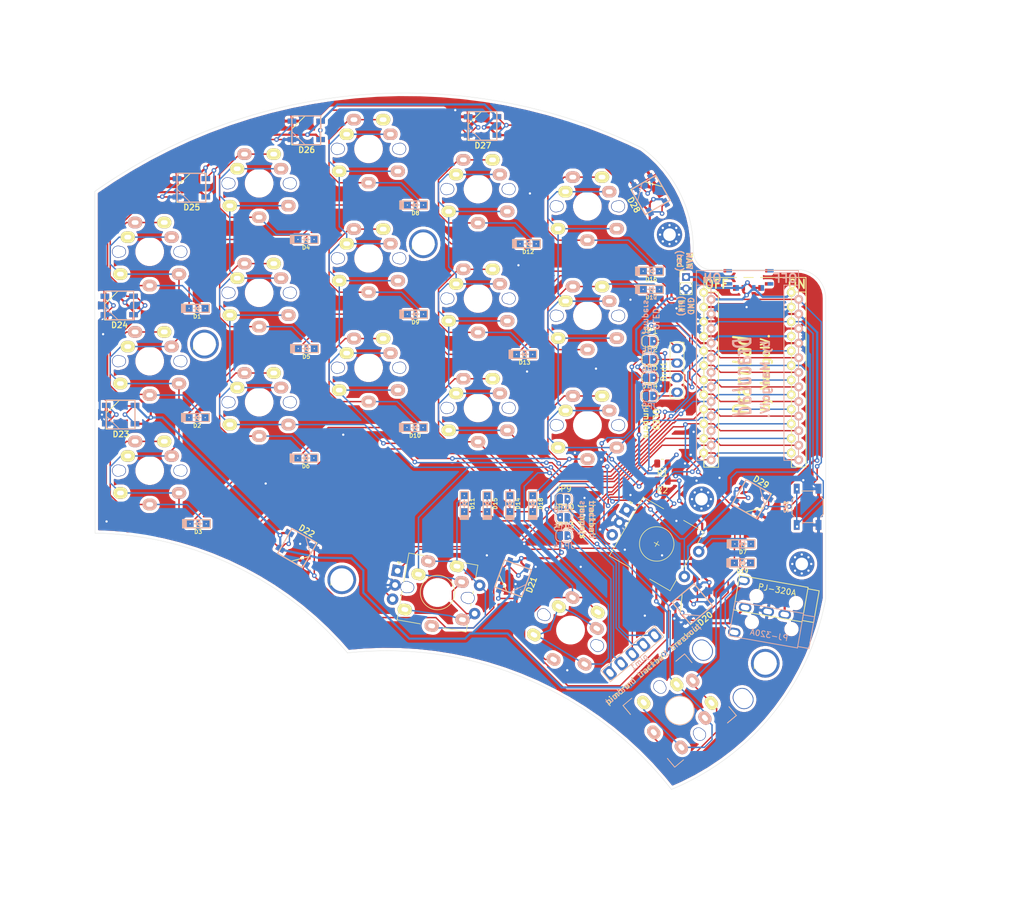
<source format=kicad_pcb>
(kicad_pcb (version 20171130) (host pcbnew 5.1.10)
  (layers (0 F.Cu signal) (31 B.Cu signal) (34 B.Paste user) (35 F.Paste user) (36 B.SilkS user) (37 F.SilkS user) (38 B.Mask user) (39 F.Mask user) (44 Edge.Cuts user))
  (net 0 "")
  (net 1 "Net-(Brd1-Pad2)")
  (net 2 "Net-(Brd1-Pad1)")
  (net 3 "Net-(Brd1-Pad3)")
  (net 4 "Net-(Brd1-Pad4)")
  (net 5 "Net-(D1-Pad2)")
  (net 6 row0)
  (net 7 "Net-(D2-Pad2)")
  (net 8 row1)
  (net 9 "Net-(D3-Pad2)")
  (net 10 row2)
  (net 11 "Net-(D4-Pad2)")
  (net 12 "Net-(D5-Pad2)")
  (net 13 "Net-(D6-Pad2)")
  (net 14 enc0row)
  (net 15 row3)
  (net 16 "Net-(D8-Pad2)")
  (net 17 "Net-(D9-Pad2)")
  (net 18 "Net-(D10-Pad2)")
  (net 19 enc1row)
  (net 20 "Net-(D12-Pad2)")
  (net 21 "Net-(D13-Pad2)")
  (net 22 "Net-(D14-Pad2)")
  (net 23 "Net-(D15-Pad2)")
  (net 24 "Net-(D16-Pad2)")
  (net 25 "Net-(D17-Pad2)")
  (net 26 "Net-(D18-Pad2)")
  (net 27 "Net-(D19-Pad2)")
  (net 28 power)
  (net 29 "Net-(D20-Pad2)")
  (net 30 leds)
  (net 31 ground)
  (net 32 "Net-(D21-Pad2)")
  (net 33 "Net-(D22-Pad2)")
  (net 34 "Net-(D23-Pad2)")
  (net 35 "Net-(D24-Pad2)")
  (net 36 "Net-(D25-Pad2)")
  (net 37 "Net-(D26-Pad2)")
  (net 38 "Net-(D27-Pad2)")
  (net 39 "Net-(D28-Pad2)")
  (net 40 sda)
  (net 41 scl)
  (net 42 col0)
  (net 43 col1)
  (net 44 col2)
  (net 45 col3)
  (net 46 col4)
  (net 47 reset)
  (net 48 enc0db)
  (net 49 enc0da)
  (net 50 enc1db)
  (net 51 enc1da)
  (net 52 connection)
  (net 53 "Net-(U2-Pad1)")
  (net 54 "Net-(U1-Pad15)")
  (net 55 "Net-(D20-Pad4)")
  (net 56 "Net-(JP18-Pad2)")
  (net 57 "Net-(JP10-Pad2)")
  (net 58 "Net-(JP13-Pad2)")
  (net 59 "Net-(JP15-Pad2)")
  (net 60 "Net-(BT1-Pad1)")
  (net 61 raw)
  (module Connector_PinHeader_2.00mm:PinHeader_1x02_P2.00mm_Vertical (layer F.Cu) (at 180.682 74.052)
    (fp_text reference BT1 hide)
    (fp_text value Bat_loc1)
    (pad 2 thru_hole oval (at 0 2) (size 1.35 1.35) (drill 0.8) (layers *.Cu *.Mask) (net 31 ground))
    (pad 1 thru_hole rect (at 0 0) (size 1.35 1.35) (drill 0.8) (layers *.Cu *.Mask) (net 60 "Net-(BT1-Pad1)"))
  )
  (module other_parts:switch_MSK-12C02_smd (layer F.Cu) (at 191.35 72.75 270)
    (fp_text reference SW6)
    (fp_text value SW_DIP_x01)
    (pad "" smd rect (at 0.207 -3.6) (size 1 0.6) (layers F.Cu F.Paste F.Mask))
    (pad 1 smd rect (at 3.2 -2.2 90) (size 1 0.6) (layers F.Cu F.Paste F.Mask) (net 60 "Net-(BT1-Pad1)"))
    (pad 3 smd rect (at 3.2 2.2 90) (size 1 0.6) (layers F.Cu F.Paste F.Mask))
    (pad 2 smd rect (at 3.2 0.7 90) (size 1 0.6) (layers F.Cu F.Paste F.Mask) (net 61 raw))
    (pad "" np_thru_hole circle (at 1.35 1.45 90) (size 0.7 0.7) (drill 0.7) (layers *.Cu *.Mask))
    (pad "" np_thru_hole circle (at 1.35 -1.45 90) (size 0.7 0.7) (drill 0.7) (layers *.Cu *.Mask))
    (pad "" smd rect (at 2.493 -3.6) (size 1.1 0.6) (layers F.Cu F.Paste F.Mask))
    (pad "" smd rect (at 0.207 3.6) (size 1.1 0.6) (layers F.Cu F.Paste F.Mask))
    (pad "" smd rect (at 2.493 3.6) (size 1 0.6) (layers F.Cu F.Paste F.Mask))
  )
  (module other_parts:switch_MSK-12C02_smd (layer B.Cu) (at 191.77 72.75 270)
    (fp_text reference SW5)
    (fp_text value SW_DIP_x01)
    (pad "" smd rect (at 0.207 3.6 180) (size 1 0.6) (layers B.Cu B.Paste B.Mask))
    (pad 1 smd rect (at 3.2 2.2 90) (size 1 0.6) (layers B.Cu B.Paste B.Mask) (net 60 "Net-(BT1-Pad1)"))
    (pad 3 smd rect (at 3.2 -2.2 90) (size 1 0.6) (layers B.Cu B.Paste B.Mask))
    (pad 2 smd rect (at 3.2 -0.7 90) (size 1 0.6) (layers B.Cu B.Paste B.Mask) (net 61 raw))
    (pad "" np_thru_hole circle (at 1.35 -1.45 90) (size 0.7 0.7) (drill 0.7) (layers *.Cu *.Mask))
    (pad "" np_thru_hole circle (at 1.35 1.45 90) (size 0.7 0.7) (drill 0.7) (layers *.Cu *.Mask))
    (pad "" smd rect (at 2.493 3.6 180) (size 1.1 0.6) (layers B.Cu B.Paste B.Mask))
    (pad "" smd rect (at 0.207 -3.6 180) (size 1.1 0.6) (layers B.Cu B.Paste B.Mask))
    (pad "" smd rect (at 2.493 -3.6 180) (size 1 0.6) (layers B.Cu B.Paste B.Mask))
  )
  (module other_parts:CherryMX_Choc_1u_reversible (layer F.Cu) (at 163.5125 99.8375)
    (fp_text reference MX17 hide)
    (fp_text value MX-NoLED hide)
    (pad 1 thru_hole oval (at 5.1 3.9) (size 2.5 2) (drill oval 1.2 0.8) (layers *.Cu B.SilkS F.Mask) (net 46 col4))
    (pad 2 thru_hole oval (at 0 5.9) (size 2.5 2) (drill oval 1.2 0.8) (layers *.Cu *.SilkS *.Mask) (net 26 "Net-(D18-Pad2)"))
    (pad 1 thru_hole oval (at 3.81 -2.54) (size 2.5 2) (drill oval 1.2 0.8) (layers *.Cu B.SilkS F.Mask) (net 46 col4))
    (pad 2 thru_hole oval (at -2.54 -5.08) (size 2.5 2) (drill oval 1.2 0.8) (layers *.Cu B.SilkS F.Mask) (net 26 "Net-(D18-Pad2)"))
    (pad 1 thru_hole oval (at -5.1 3.9) (size 2.5 2) (drill oval 1.2 0.8) (layers *.Cu F.SilkS B.Mask) (net 46 col4))
    (pad "" np_thru_hole circle (at 0 0 90) (size 4 4) (drill 4) (layers *.Cu *.Mask))
    (pad "" np_thru_hole circle (at -5.5 0 90) (size 2.1 2.1) (drill 1.9) (layers *.Cu *.Mask))
    (pad "" np_thru_hole circle (at 5.5 0 90) (size 2.1 2.1) (drill 1.9) (layers *.Cu *.Mask))
    (pad 2 thru_hole oval (at 2.54 -5.08) (size 2.5 2) (drill oval 1.2 0.8) (layers *.Cu F.SilkS B.Mask) (net 26 "Net-(D18-Pad2)"))
    (pad 1 thru_hole oval (at -3.81 -2.54) (size 2.5 2) (drill oval 1.2 0.8) (layers *.Cu F.SilkS B.Mask) (net 46 col4))
    (pad "" np_thru_hole circle (at 5.08 0) (size 1.9 1.9) (drill 1.7) (layers *.Cu *.Mask))
    (pad "" np_thru_hole circle (at -5.08 0) (size 1.9 1.9) (drill 1.7) (layers *.Cu *.Mask))
  )
  (module other_parts:pimoroni_left_side_mount (layer B.Cu) (at 179.56875 149.5125 220)
    (fp_text reference pim1 (at 0 11 220) (layer B.SilkS) (effects (justify mirror)))
    (fp_text value Conn_01x05)
    (fp_text user "pimoroni trackball breakout" (at -1.6 9.2 40) (layer F.SilkS))
    (fp_text user "pimoroni trackball breakout" (at -1.6 9.2 40) (layer B.SilkS) (effects (justify mirror)))
    (pad 9 thru_hole oval (at -9.8 5.5 130) (size 3.8 3.3) (drill oval 3.5 3) (layers *.Cu *.Mask))
    (pad 8 thru_hole oval (at -9.8 -5.5 130) (size 3.8 3.3) (drill oval 3.5 3) (layers *.Cu *.Mask))
    (pad 1 thru_hole roundrect (at -5.08 12.824 130) (size 2.2 1.7) (drill oval 1.5 1) (layers *.Cu *.Mask) (net 56 "Net-(JP18-Pad2)"))
    (pad 2 thru_hole roundrect (at -2.54 12.824 40) (size 1.7 2.2) (drill oval 1 1.5) (layers *.Cu *.Mask) (net 57 "Net-(JP10-Pad2)"))
    (pad 3 thru_hole roundrect (at 0 12.824 40) (size 1.7 2.2) (drill oval 1 1.5) (layers *.Cu *.Mask) (net 41 scl))
    (pad 4 thru_hole roundrect (at 2.54 12.824 40) (size 1.7 2.2) (drill oval 1 1.5) (layers *.Cu *.Mask) (net 59 "Net-(JP15-Pad2)"))
    (pad 5 thru_hole roundrect (at 5.08 12.824 40) (size 1.7 2.2) (drill oval 1 1.5) (layers *.Cu *.Mask) (net 58 "Net-(JP13-Pad2)"))
  )
  (module Keebio-Parts:D_SOD123F (layer F.Cu) (at 174.625 76.2)
    (fp_text reference D17 (at 0 1.4) (layer F.SilkS) (effects (font (size 0.7 0.7))))
    (fp_text value D_Small hide)
    (fp_text user D17 (at 0 1.4) (layer B.SilkS) (effects (font (size 0.7 0.7)) (justify mirror)))
    (pad 1 thru_hole rect (at -1.4 0) (size 1.2 1.2) (drill 0.2) (layers *.Cu *.Mask) (net 8 row1))
    (pad 2 thru_hole rect (at 1.4 0) (size 1.2 1.2) (drill 0.2) (layers *.Cu *.Mask) (net 25 "Net-(D17-Pad2)"))
  )
  (module Keebio-Parts:D_SOD123F (layer F.Cu) (at 190.5 123.825)
    (fp_text reference D19 (at 0 1.4) (layer F.SilkS) (effects (font (size 0.7 0.7))))
    (fp_text value D_Small hide)
    (pad 1 thru_hole rect (at -1.4 0) (size 1.2 1.2) (drill 0.2) (layers *.Cu *.Mask) (net 15 row3))
    (pad 2 thru_hole rect (at 1.4 0) (size 1.2 1.2) (drill 0.2) (layers *.Cu *.Mask) (net 27 "Net-(D19-Pad2)"))
  )
  (module Keebio-Parts:D_SOD123F (layer F.Cu) (at 153.9875 113.50625 90)
    (fp_text reference D18 (at 0 1.4 90) (layer F.SilkS) (effects (font (size 0.7 0.7))))
    (fp_text value D_Small hide)
    (pad 1 thru_hole rect (at -1.4 0 90) (size 1.2 1.2) (drill 0.2) (layers *.Cu *.Mask) (net 10 row2))
    (pad 2 thru_hole rect (at 1.4 0 90) (size 1.2 1.2) (drill 0.2) (layers *.Cu *.Mask) (net 26 "Net-(D18-Pad2)"))
  )
  (module Keebio-Parts:D_SOD123F (layer F.Cu) (at 174.625 73.025)
    (fp_text reference D16 (at 0 1.4) (layer F.SilkS) (effects (font (size 0.7 0.7))))
    (fp_text value D_Small hide)
    (pad 1 thru_hole rect (at -1.4 0) (size 1.2 1.2) (drill 0.2) (layers *.Cu *.Mask) (net 6 row0))
    (pad 2 thru_hole rect (at 1.4 0) (size 1.2 1.2) (drill 0.2) (layers *.Cu *.Mask) (net 24 "Net-(D16-Pad2)"))
  )
  (module Keebio-Parts:D_SOD123F (layer F.Cu) (at 146.05 113.50625 90)
    (fp_text reference D15 (at 0 1.4 90) (layer F.SilkS) (effects (font (size 0.7 0.7))))
    (fp_text value D_Small hide)
    (pad 1 thru_hole rect (at -1.4 0 90) (size 1.2 1.2) (drill 0.2) (layers *.Cu *.Mask) (net 15 row3))
    (pad 2 thru_hole rect (at 1.4 0 90) (size 1.2 1.2) (drill 0.2) (layers *.Cu *.Mask) (net 23 "Net-(D15-Pad2)"))
  )
  (module Keebio-Parts:D_SOD123F (layer F.Cu) (at 150.01875 113.50625 90)
    (fp_text reference D14 (at 0 1.4 90) (layer F.SilkS) (effects (font (size 0.7 0.7))))
    (fp_text value D_Small hide)
    (pad 1 thru_hole rect (at -1.4 0 90) (size 1.2 1.2) (drill 0.2) (layers *.Cu *.Mask) (net 10 row2))
    (pad 2 thru_hole rect (at 1.4 0 90) (size 1.2 1.2) (drill 0.2) (layers *.Cu *.Mask) (net 22 "Net-(D14-Pad2)"))
  )
  (module Keebio-Parts:D_SOD123F (layer F.Cu) (at 152.56875 87.5125)
    (fp_text reference D13 (at 0 1.4) (layer F.SilkS) (effects (font (size 0.7 0.7))))
    (fp_text value D_Small hide)
    (pad 1 thru_hole rect (at -1.4 0) (size 1.2 1.2) (drill 0.2) (layers *.Cu *.Mask) (net 8 row1))
    (pad 2 thru_hole rect (at 1.4 0) (size 1.2 1.2) (drill 0.2) (layers *.Cu *.Mask) (net 21 "Net-(D13-Pad2)"))
  )
  (module Keebio-Parts:D_SOD123F (layer F.Cu) (at 153.19375 68.2625)
    (fp_text reference D12 (at 0 1.4) (layer F.SilkS) (effects (font (size 0.7 0.7))))
    (fp_text value D_Small hide)
    (pad 1 thru_hole rect (at -1.4 0) (size 1.2 1.2) (drill 0.2) (layers *.Cu *.Mask) (net 6 row0))
    (pad 2 thru_hole rect (at 1.4 0) (size 1.2 1.2) (drill 0.2) (layers *.Cu *.Mask) (net 20 "Net-(D12-Pad2)"))
  )
  (module Keebio-Parts:D_SOD123F (layer F.Cu) (at 142.08125 113.50625 90)
    (fp_text reference D11 (at 0 1.4 90) (layer F.SilkS) (effects (font (size 0.7 0.7))))
    (fp_text value D_Small hide)
    (pad 1 thru_hole rect (at -1.4 0 90) (size 1.2 1.2) (drill 0.2) (layers *.Cu *.Mask) (net 15 row3))
    (pad 2 thru_hole rect (at 1.4 0 90) (size 1.2 1.2) (drill 0.2) (layers *.Cu *.Mask) (net 19 enc1row))
  )
  (module Keebio-Parts:D_SOD123F (layer F.Cu) (at 133.5 100.25)
    (fp_text reference D10 (at 0 1.4) (layer F.SilkS) (effects (font (size 0.7 0.7))))
    (fp_text value D_Small hide)
    (pad 1 thru_hole rect (at -1.4 0) (size 1.2 1.2) (drill 0.2) (layers *.Cu *.Mask) (net 10 row2))
    (pad 2 thru_hole rect (at 1.4 0) (size 1.2 1.2) (drill 0.2) (layers *.Cu *.Mask) (net 18 "Net-(D10-Pad2)"))
  )
  (module Keebio-Parts:D_SOD123F (layer F.Cu) (at 133.56875 80.5125)
    (fp_text reference D9 (at 0 1.4) (layer F.SilkS) (effects (font (size 0.7 0.7))))
    (fp_text value D_Small hide)
    (pad 1 thru_hole rect (at -1.4 0) (size 1.2 1.2) (drill 0.2) (layers *.Cu *.Mask) (net 8 row1))
    (pad 2 thru_hole rect (at 1.4 0) (size 1.2 1.2) (drill 0.2) (layers *.Cu *.Mask) (net 17 "Net-(D9-Pad2)"))
  )
  (module Keebio-Parts:D_SOD123F (layer F.Cu) (at 133.56875 61.5125)
    (fp_text reference D8 (at 0 1.4) (layer F.SilkS) (effects (font (size 0.7 0.7))))
    (fp_text value D_Small hide)
    (pad 1 thru_hole rect (at -1.4 0) (size 1.2 1.2) (drill 0.2) (layers *.Cu *.Mask) (net 6 row0))
    (pad 2 thru_hole rect (at 1.4 0) (size 1.2 1.2) (drill 0.2) (layers *.Cu *.Mask) (net 16 "Net-(D8-Pad2)"))
  )
  (module Keebio-Parts:D_SOD123F (layer F.Cu) (at 190.56875 120.5125)
    (fp_text reference D7 (at 0 1.4) (layer F.SilkS) (effects (font (size 0.7 0.7))))
    (fp_text value D_Small hide)
    (pad 1 thru_hole rect (at -1.4 0) (size 1.2 1.2) (drill 0.2) (layers *.Cu *.Mask) (net 15 row3))
    (pad 2 thru_hole rect (at 1.4 0) (size 1.2 1.2) (drill 0.2) (layers *.Cu *.Mask) (net 14 enc0row))
  )
  (module Keebio-Parts:D_SOD123F (layer F.Cu) (at 114.4875 105.56875)
    (fp_text reference D6 (at 0 1.4) (layer F.SilkS) (effects (font (size 0.7 0.7))))
    (fp_text value D_Small hide)
    (pad 1 thru_hole rect (at -1.4 0) (size 1.2 1.2) (drill 0.2) (layers *.Cu *.Mask) (net 10 row2))
    (pad 2 thru_hole rect (at 1.4 0) (size 1.2 1.2) (drill 0.2) (layers *.Cu *.Mask) (net 13 "Net-(D6-Pad2)"))
  )
  (module Keebio-Parts:D_SOD123F (layer F.Cu) (at 114.56875 86.5125)
    (fp_text reference D5 (at 0 1.4) (layer F.SilkS) (effects (font (size 0.7 0.7))))
    (fp_text value D_Small hide)
    (pad 1 thru_hole rect (at -1.4 0) (size 1.2 1.2) (drill 0.2) (layers *.Cu *.Mask) (net 8 row1))
    (pad 2 thru_hole rect (at 1.4 0) (size 1.2 1.2) (drill 0.2) (layers *.Cu *.Mask) (net 12 "Net-(D5-Pad2)"))
  )
  (module Keebio-Parts:D_SOD123F (layer F.Cu) (at 114.51875 67.5125)
    (fp_text reference D4 (at 0 1.4) (layer F.SilkS) (effects (font (size 0.7 0.7))))
    (fp_text value D_Small hide)
    (pad 1 thru_hole rect (at -1.4 0) (size 1.2 1.2) (drill 0.2) (layers *.Cu *.Mask) (net 6 row0))
    (pad 2 thru_hole rect (at 1.4 0) (size 1.2 1.2) (drill 0.2) (layers *.Cu *.Mask) (net 11 "Net-(D4-Pad2)"))
  )
  (module Keebio-Parts:D_SOD123F (layer F.Cu) (at 95.75 117)
    (fp_text reference D3 (at 0 1.4) (layer F.SilkS) (effects (font (size 0.7 0.7))))
    (fp_text value D_Small hide)
    (pad 1 thru_hole rect (at -1.4 0) (size 1.2 1.2) (drill 0.2) (layers *.Cu *.Mask) (net 10 row2))
    (pad 2 thru_hole rect (at 1.4 0) (size 1.2 1.2) (drill 0.2) (layers *.Cu *.Mask) (net 9 "Net-(D3-Pad2)"))
  )
  (module Keebio-Parts:D_SOD123F (layer F.Cu) (at 95.56875 98.5125)
    (fp_text reference D2 (at 0 1.4) (layer F.SilkS) (effects (font (size 0.7 0.7))))
    (fp_text value D_Small hide)
    (pad 1 thru_hole rect (at -1.4 0) (size 1.2 1.2) (drill 0.2) (layers *.Cu *.Mask) (net 8 row1))
    (pad 2 thru_hole rect (at 1.4 0) (size 1.2 1.2) (drill 0.2) (layers *.Cu *.Mask) (net 7 "Net-(D2-Pad2)"))
  )
  (module Keebio-Parts:D_SOD123F (layer F.Cu) (at 95.56875 79.5125)
    (fp_text reference D1 (at 0 1.4) (layer F.SilkS) (effects (font (size 0.7 0.7))))
    (fp_text value D_Small hide)
    (pad 1 thru_hole rect (at -1.4 0) (size 1.2 1.2) (drill 0.2) (layers *.Cu *.Mask) (net 6 row0))
    (pad 2 thru_hole rect (at 1.4 0) (size 1.2 1.2) (drill 0.2) (layers *.Cu *.Mask) (net 5 "Net-(D1-Pad2)"))
  )
  (module Jumper:SolderJumper-2_P1.3mm_Open_RoundedPad1.0x1.5mm (layer B.Cu) (at 159.4 112.7125)
    (fp_text reference JP18 (at 0 1.8) (layer B.SilkS) (effects (justify mirror)))
    (fp_text value Jumper_NO_Small)
    (pad 2 smd custom (at 0.65 0) (size 1 0.5) (layers B.Cu B.Mask) (net 56 "Net-(JP18-Pad2)") (options (clearance outline) (anchor rect)) (primitives (gr_circle (center 0 -0.25) (end 0.5 -0.25) (width 0)) (gr_circle (center 0 0.25) (end 0.5 0.25) (width 0)) (gr_poly (pts (xy 0 0.75) (xy -0.5 0.75) (xy -0.5 -0.75) (xy 0 -0.75)) (width 0))))
    (pad 1 smd custom (at -0.65 0) (size 1 0.5) (layers B.Cu B.Mask) (net 31 ground) (options (clearance outline) (anchor rect)) (primitives (gr_circle (center 0 -0.25) (end 0.5 -0.25) (width 0)) (gr_circle (center 0 0.25) (end 0.5 0.25) (width 0)) (gr_poly (pts (xy 0 0.75) (xy 0.5 0.75) (xy 0.5 -0.75) (xy 0 -0.75)) (width 0))))
  )
  (module Jumper:SolderJumper-2_P1.3mm_Open_RoundedPad1.0x1.5mm (layer B.Cu) (at 159.4 115.8875)
    (fp_text reference JP15 (at 0 1.8 180) (layer B.SilkS) (effects (justify mirror)))
    (fp_text value Jumper_NO_Small)
    (pad 2 smd custom (at 0.65 0) (size 1 0.5) (layers B.Cu B.Mask) (net 59 "Net-(JP15-Pad2)") (options (clearance outline) (anchor rect)) (primitives (gr_circle (center 0 -0.25) (end 0.5 -0.25) (width 0)) (gr_circle (center 0 0.25) (end 0.5 0.25) (width 0)) (gr_poly (pts (xy 0 0.75) (xy -0.5 0.75) (xy -0.5 -0.75) (xy 0 -0.75)) (width 0))))
    (pad 1 smd custom (at -0.65 0) (size 1 0.5) (layers B.Cu B.Mask) (net 40 sda) (options (clearance outline) (anchor rect)) (primitives (gr_circle (center 0 -0.25) (end 0.5 -0.25) (width 0)) (gr_circle (center 0 0.25) (end 0.5 0.25) (width 0)) (gr_poly (pts (xy 0 0.75) (xy 0.5 0.75) (xy 0.5 -0.75) (xy 0 -0.75)) (width 0))))
  )
  (module Jumper:SolderJumper-2_P1.3mm_Open_RoundedPad1.0x1.5mm (layer B.Cu) (at 159.4 119.0625)
    (fp_text reference JP14 (at 0 1.8) (layer B.SilkS) (effects (justify mirror)))
    (fp_text value Jumper_NO_Small)
    (pad 2 smd custom (at 0.65 0) (size 1 0.5) (layers B.Cu B.Mask) (net 58 "Net-(JP13-Pad2)") (options (clearance outline) (anchor rect)) (primitives (gr_circle (center 0 -0.25) (end 0.5 -0.25) (width 0)) (gr_circle (center 0 0.25) (end 0.5 0.25) (width 0)) (gr_poly (pts (xy 0 0.75) (xy -0.5 0.75) (xy -0.5 -0.75) (xy 0 -0.75)) (width 0))))
    (pad 1 smd custom (at -0.65 0) (size 1 0.5) (layers B.Cu B.Mask) (net 28 power) (options (clearance outline) (anchor rect)) (primitives (gr_circle (center 0 -0.25) (end 0.5 -0.25) (width 0)) (gr_circle (center 0 0.25) (end 0.5 0.25) (width 0)) (gr_poly (pts (xy 0 0.75) (xy 0.5 0.75) (xy 0.5 -0.75) (xy 0 -0.75)) (width 0))))
  )
  (module Jumper:SolderJumper-2_P1.3mm_Open_RoundedPad1.0x1.5mm (layer F.Cu) (at 159.4 119.0625)
    (fp_text reference JP13 (at 0 -1.8) (layer F.SilkS))
    (fp_text value Jumper_NO_Small)
    (pad 2 smd custom (at 0.65 0) (size 1 0.5) (layers F.Cu F.Mask) (net 58 "Net-(JP13-Pad2)") (options (clearance outline) (anchor rect)) (primitives (gr_circle (center 0 0.25) (end 0.5 0.25) (width 0)) (gr_circle (center 0 -0.25) (end 0.5 -0.25) (width 0)) (gr_poly (pts (xy 0 -0.75) (xy -0.5 -0.75) (xy -0.5 0.75) (xy 0 0.75)) (width 0))))
    (pad 1 smd custom (at -0.65 0) (size 1 0.5) (layers F.Cu F.Mask) (net 31 ground) (options (clearance outline) (anchor rect)) (primitives (gr_circle (center 0 0.25) (end 0.5 0.25) (width 0)) (gr_circle (center 0 -0.25) (end 0.5 -0.25) (width 0)) (gr_poly (pts (xy 0 -0.75) (xy 0.5 -0.75) (xy 0.5 0.75) (xy 0 0.75)) (width 0))))
  )
  (module Jumper:SolderJumper-2_P1.3mm_Open_RoundedPad1.0x1.5mm (layer F.Cu) (at 159.4 115.8875)
    (fp_text reference JP10 (at 0 -1.8) (layer F.SilkS))
    (fp_text value Jumper_NO_Small)
    (pad 2 smd custom (at 0.65 0) (size 1 0.5) (layers F.Cu F.Mask) (net 57 "Net-(JP10-Pad2)") (options (clearance outline) (anchor rect)) (primitives (gr_circle (center 0 0.25) (end 0.5 0.25) (width 0)) (gr_circle (center 0 -0.25) (end 0.5 -0.25) (width 0)) (gr_poly (pts (xy 0 -0.75) (xy -0.5 -0.75) (xy -0.5 0.75) (xy 0 0.75)) (width 0))))
    (pad 1 smd custom (at -0.65 0) (size 1 0.5) (layers F.Cu F.Mask) (net 40 sda) (options (clearance outline) (anchor rect)) (primitives (gr_circle (center 0 0.25) (end 0.5 0.25) (width 0)) (gr_circle (center 0 -0.25) (end 0.5 -0.25) (width 0)) (gr_poly (pts (xy 0 -0.75) (xy 0.5 -0.75) (xy 0.5 0.75) (xy 0 0.75)) (width 0))))
  )
  (module Jumper:SolderJumper-2_P1.3mm_Open_RoundedPad1.0x1.5mm (layer F.Cu) (at 159.4 112.7125)
    (fp_text reference JP9 (at 0 -1.8) (layer F.SilkS))
    (fp_text value Jumper_NO_Small)
    (pad 2 smd custom (at 0.65 0) (size 1 0.5) (layers F.Cu F.Mask) (net 56 "Net-(JP18-Pad2)") (options (clearance outline) (anchor rect)) (primitives (gr_circle (center 0 0.25) (end 0.5 0.25) (width 0)) (gr_circle (center 0 -0.25) (end 0.5 -0.25) (width 0)) (gr_poly (pts (xy 0 -0.75) (xy -0.5 -0.75) (xy -0.5 0.75) (xy 0 0.75)) (width 0))))
    (pad 1 smd custom (at -0.65 0) (size 1 0.5) (layers F.Cu F.Mask) (net 28 power) (options (clearance outline) (anchor rect)) (primitives (gr_circle (center 0 0.25) (end 0.5 0.25) (width 0)) (gr_circle (center 0 -0.25) (end 0.5 -0.25) (width 0)) (gr_poly (pts (xy 0 -0.75) (xy 0.5 -0.75) (xy 0.5 0.75) (xy 0 0.75)) (width 0))))
  )
  (module SSD1306:128x64OLED (layer F.Cu) (at 189.70625 90.4875 90)
    (fp_text reference Brd1 (at 0 -12.9 90) (layer F.SilkS))
    (fp_text value SSD1306)
    (pad 2 thru_hole oval (at -1.08 -10.6 180) (size 2 1.6) (drill 1) (layers *.Cu *.Mask) (net 1 "Net-(Brd1-Pad2)"))
    (pad 1 thru_hole oval (at -3.62 -10.6 180) (size 2 1.6) (drill 1) (layers *.Cu *.Mask) (net 2 "Net-(Brd1-Pad1)"))
    (pad 3 thru_hole oval (at 1.46 -10.6 180) (size 2 1.6) (drill 1) (layers *.Cu *.Mask) (net 3 "Net-(Brd1-Pad3)"))
    (pad 4 thru_hole oval (at 4 -10.6 180) (size 2 1.6) (drill 1) (layers *.Cu *.Mask) (net 4 "Net-(Brd1-Pad4)"))
  )
  (module graphics:aset (layer B.Cu) (at 125.25 113.25 180)
    (fp_text reference G*** hide)
    (fp_text value LOGO hide)
  )
  (module graphics:aset (layer F.Cu) (at 123.75 113)
    (fp_text reference G*** hide)
    (fp_text value LOGO hide)
  )
  (module other_parts:CherryMX_Choc_1u_reversible (layer F.Cu) (at 163.50085 61.7361)
    (fp_text reference MX15 hide)
    (fp_text value MX-NoLED hide)
    (pad 1 thru_hole oval (at 5.1 3.9) (size 2.5 2) (drill oval 1.2 0.8) (layers *.Cu B.SilkS F.Mask) (net 46 col4))
    (pad 2 thru_hole oval (at 0 5.9) (size 2.5 2) (drill oval 1.2 0.8) (layers *.Cu *.SilkS *.Mask) (net 24 "Net-(D16-Pad2)"))
    (pad 1 thru_hole oval (at 3.81 -2.54) (size 2.5 2) (drill oval 1.2 0.8) (layers *.Cu B.SilkS F.Mask) (net 46 col4))
    (pad 2 thru_hole oval (at -2.54 -5.08) (size 2.5 2) (drill oval 1.2 0.8) (layers *.Cu B.SilkS F.Mask) (net 24 "Net-(D16-Pad2)"))
    (pad 1 thru_hole oval (at -5.1 3.9) (size 2.5 2) (drill oval 1.2 0.8) (layers *.Cu F.SilkS B.Mask) (net 46 col4))
    (pad "" np_thru_hole circle (at 0 0 90) (size 4 4) (drill 4) (layers *.Cu *.Mask))
    (pad "" np_thru_hole circle (at -5.5 0 90) (size 2.1 2.1) (drill 1.9) (layers *.Cu *.Mask))
    (pad "" np_thru_hole circle (at 5.5 0 90) (size 2.1 2.1) (drill 1.9) (layers *.Cu *.Mask))
    (pad 2 thru_hole oval (at 2.54 -5.08) (size 2.5 2) (drill oval 1.2 0.8) (layers *.Cu F.SilkS B.Mask) (net 24 "Net-(D16-Pad2)"))
    (pad 1 thru_hole oval (at -3.81 -2.54) (size 2.5 2) (drill oval 1.2 0.8) (layers *.Cu F.SilkS B.Mask) (net 46 col4))
    (pad "" np_thru_hole circle (at 5.08 0) (size 1.9 1.9) (drill 1.7) (layers *.Cu *.Mask))
    (pad "" np_thru_hole circle (at -5.08 0) (size 1.9 1.9) (drill 1.7) (layers *.Cu *.Mask))
  )
  (module other_parts:ProMicro (layer F.Cu) (at 192.56875 91.5125)
    (fp_text reference U1 hide)
    (fp_text value ProMicro hide)
    (pad 22 thru_hole circle (at -7.521185 -8.494255 180) (size 1.524 1.524) (drill 0.8128) (layers *.Cu *.Mask B.SilkS) (net 47 reset))
    (pad 10 thru_hole circle (at 7.718815 9.285745 180) (size 1.524 1.524) (drill 0.8128) (layers *.Cu *.Mask B.SilkS) (net 15 row3))
    (pad 18 thru_hole circle (at -7.521185 1.665745 180) (size 1.524 1.524) (drill 0.8128) (layers *.Cu *.Mask B.SilkS) (net 44 col2))
    (pad 6 thru_hole circle (at 7.718815 -0.874255 180) (size 1.524 1.524) (drill 0.8128) (layers *.Cu *.Mask B.SilkS) (net 41 scl))
    (pad 4 thru_hole circle (at 7.718815 -5.954255 180) (size 1.524 1.524) (drill 0.8128) (layers *.Cu *.Mask B.SilkS) (net 31 ground))
    (pad 14 thru_hole circle (at -7.521185 11.825745 180) (size 1.524 1.524) (drill 0.8128) (layers *.Cu *.Mask B.SilkS) (net 49 enc0da))
    (pad 3 thru_hole circle (at 7.718815 -8.494255 180) (size 1.524 1.524) (drill 0.8128) (layers *.Cu *.Mask B.SilkS) (net 31 ground))
    (pad 1 thru_hole circle (at 7.718815 -13.574255 180) (size 1.524 1.524) (drill 0.8128) (layers *.Cu *.Mask B.SilkS) (net 30 leds))
    (pad 16 thru_hole circle (at -7.521185 6.745745 180) (size 1.524 1.524) (drill 0.8128) (layers *.Cu *.Mask B.SilkS) (net 46 col4))
    (pad 12 thru_hole circle (at 7.718815 14.365745 180) (size 1.524 1.524) (drill 0.8128) (layers *.Cu *.Mask B.SilkS) (net 50 enc1db))
    (pad 19 thru_hole circle (at -7.521185 -0.874255 180) (size 1.524 1.524) (drill 0.8128) (layers *.Cu *.Mask B.SilkS) (net 43 col1))
    (pad 23 thru_hole circle (at -7.521185 -11.034255 180) (size 1.524 1.524) (drill 0.8128) (layers *.Cu *.Mask B.SilkS) (net 31 ground))
    (pad 21 thru_hole circle (at -7.521185 -5.954255 180) (size 1.524 1.524) (drill 0.8128) (layers *.Cu *.Mask B.SilkS) (net 28 power))
    (pad 20 thru_hole circle (at -7.521185 -3.414255 180) (size 1.524 1.524) (drill 0.8128) (layers *.Cu *.Mask B.SilkS) (net 42 col0))
    (pad 15 thru_hole circle (at -7.521185 9.285745 180) (size 1.524 1.524) (drill 0.8128) (layers *.Cu *.Mask B.SilkS) (net 54 "Net-(U1-Pad15)"))
    (pad 17 thru_hole circle (at -7.521185 4.205745 180) (size 1.524 1.524) (drill 0.8128) (layers *.Cu *.Mask B.SilkS) (net 45 col3))
    (pad 9 thru_hole circle (at 7.718815 6.745745 180) (size 1.524 1.524) (drill 0.8128) (layers *.Cu *.Mask B.SilkS) (net 10 row2))
    (pad 8 thru_hole circle (at 7.718815 4.205745 180) (size 1.524 1.524) (drill 0.8128) (layers *.Cu *.Mask B.SilkS) (net 8 row1))
    (pad 13 thru_hole circle (at -7.521185 14.365745 180) (size 1.524 1.524) (drill 0.8128) (layers *.Cu *.Mask B.SilkS) (net 48 enc0db))
    (pad 11 thru_hole circle (at 7.718815 11.825745 180) (size 1.524 1.524) (drill 0.8128) (layers *.Cu *.Mask B.SilkS) (net 51 enc1da))
    (pad 2 thru_hole circle (at 7.718815 -11.034255 180) (size 1.524 1.524) (drill 0.8128) (layers *.Cu *.Mask B.SilkS) (net 52 connection))
    (pad 24 thru_hole circle (at -7.521185 -13.574255 180) (size 1.524 1.524) (drill 0.8128) (layers *.Cu *.Mask B.SilkS) (net 61 raw))
    (pad 7 thru_hole circle (at 7.718815 1.665745 180) (size 1.524 1.524) (drill 0.8128) (layers *.Cu *.Mask B.SilkS) (net 6 row0))
    (pad 5 thru_hole circle (at 7.718815 -3.414255 180) (size 1.524 1.524) (drill 0.8128) (layers *.Cu *.Mask B.SilkS) (net 40 sda))
    (pad 1 thru_hole circle (at -8.82 -14.77) (size 1.524 1.524) (drill 0.8128) (layers *.Cu *.Mask F.SilkS) (net 30 leds))
    (pad 2 thru_hole circle (at -8.82 -12.23) (size 1.524 1.524) (drill 0.8128) (layers *.Cu *.Mask F.SilkS) (net 52 connection))
    (pad 3 thru_hole circle (at -8.82 -9.69) (size 1.524 1.524) (drill 0.8128) (layers *.Cu *.Mask F.SilkS) (net 31 ground))
    (pad 4 thru_hole circle (at -8.82 -7.15) (size 1.524 1.524) (drill 0.8128) (layers *.Cu *.Mask F.SilkS) (net 31 ground))
    (pad 5 thru_hole circle (at -8.82 -4.61) (size 1.524 1.524) (drill 0.8128) (layers *.Cu *.Mask F.SilkS) (net 40 sda))
    (pad 6 thru_hole circle (at -8.82 -2.07) (size 1.524 1.524) (drill 0.8128) (layers *.Cu *.Mask F.SilkS) (net 41 scl))
    (pad 7 thru_hole circle (at -8.82 0.47) (size 1.524 1.524) (drill 0.8128) (layers *.Cu *.Mask F.SilkS) (net 6 row0))
    (pad 8 thru_hole circle (at -8.82 3.01) (size 1.524 1.524) (drill 0.8128) (layers *.Cu *.Mask F.SilkS) (net 8 row1))
    (pad 9 thru_hole circle (at -8.82 5.55) (size 1.524 1.524) (drill 0.8128) (layers *.Cu *.Mask F.SilkS) (net 10 row2))
    (pad 10 thru_hole circle (at -8.82 8.09) (size 1.524 1.524) (drill 0.8128) (layers *.Cu *.Mask F.SilkS) (net 15 row3))
    (pad 11 thru_hole circle (at -8.82 10.63) (size 1.524 1.524) (drill 0.8128) (layers *.Cu *.Mask F.SilkS) (net 51 enc1da))
    (pad 12 thru_hole circle (at -8.82 13.17) (size 1.524 1.524) (drill 0.8128) (layers *.Cu *.Mask F.SilkS) (net 50 enc1db))
    (pad 13 thru_hole circle (at 6.42 13.17) (size 1.524 1.524) (drill 0.8128) (layers *.Cu *.Mask F.SilkS) (net 48 enc0db))
    (pad 14 thru_hole circle (at 6.42 10.63) (size 1.524 1.524) (drill 0.8128) (layers *.Cu *.Mask F.SilkS) (net 49 enc0da))
    (pad 15 thru_hole circle (at 6.42 8.09) (size 1.524 1.524) (drill 0.8128) (layers *.Cu *.Mask F.SilkS) (net 54 "Net-(U1-Pad15)"))
    (pad 16 thru_hole circle (at 6.42 5.55) (size 1.524 1.524) (drill 0.8128) (layers *.Cu *.Mask F.SilkS) (net 46 col4))
    (pad 17 thru_hole circle (at 6.42 3.01) (size 1.524 1.524) (drill 0.8128) (layers *.Cu *.Mask F.SilkS) (net 45 col3))
    (pad 18 thru_hole circle (at 6.42 0.47) (size 1.524 1.524) (drill 0.8128) (layers *.Cu *.Mask F.SilkS) (net 44 col2))
    (pad 19 thru_hole circle (at 6.42 -2.07) (size 1.524 1.524) (drill 0.8128) (layers *.Cu *.Mask F.SilkS) (net 43 col1))
    (pad 20 thru_hole circle (at 6.42 -4.61) (size 1.524 1.524) (drill 0.8128) (layers *.Cu *.Mask F.SilkS) (net 42 col0))
    (pad 21 thru_hole circle (at 6.42 -7.15) (size 1.524 1.524) (drill 0.8128) (layers *.Cu *.Mask F.SilkS) (net 28 power))
    (pad 22 thru_hole circle (at 6.42 -9.69) (size 1.524 1.524) (drill 0.8128) (layers *.Cu *.Mask F.SilkS) (net 47 reset))
    (pad 23 thru_hole circle (at 6.42 -12.23) (size 1.524 1.524) (drill 0.8128) (layers *.Cu *.Mask F.SilkS) (net 31 ground))
    (pad 24 thru_hole circle (at 6.42 -14.77) (size 1.524 1.524) (drill 0.8128) (layers *.Cu *.Mask F.SilkS) (net 61 raw))
  )
  (module Keebio-Parts:TRRS-PJ-320A-dual (layer F.Cu) (at 201 133.35 260)
    (fp_text reference U2)
    (fp_text value TRRS)
    (fp_text user PJ-320A (at -4 5.25 170) (layer F.SilkS))
    (fp_text user PJ-320A (at 4 5.25 350) (layer B.SilkS) (effects (justify mirror)))
    (pad 3 thru_hole oval (at 0 6.2 260) (size 1.6 2.2) (drill oval 0.9 1.5) (layers *.Cu *.Mask) (net 31 ground))
    (pad "" np_thru_hole circle (at -2.3 1.6 260) (size 1.5 1.5) (drill 1.5) (layers *.Cu *.Mask))
    (pad "" np_thru_hole circle (at -2.3 8.6 260) (size 1.5 1.5) (drill 1.5) (layers *.Cu *.Mask))
    (pad 4 thru_hole oval (at 0 3.2 260) (size 1.6 2.2) (drill oval 0.9 1.5) (layers *.Cu *.Mask) (net 52 connection))
    (pad 2 thru_hole oval (at 0 10.2 260) (size 1.6 2.2) (drill oval 0.9 1.5) (layers *.Cu *.Mask) (net 28 power))
    (pad 1 thru_hole oval (at -4.6 11.3 260) (size 1.6 2.2) (drill oval 0.9 1.5) (layers *.Cu *.Mask) (net 53 "Net-(U2-Pad1)"))
    (pad 1 thru_hole oval (at 4.6 11.3 260) (size 1.6 2.2) (drill oval 0.9 1.5) (layers *.Cu *.Mask) (net 53 "Net-(U2-Pad1)"))
    (pad "" np_thru_hole circle (at 2.3 1.6 260) (size 1.5 1.5) (drill 1.5) (layers *.Cu *.Mask))
    (pad "" np_thru_hole circle (at 2.3 8.6 260) (size 1.5 1.5) (drill 1.5) (layers *.Cu *.Mask))
  )
  (module MountingHole:MountingHole_2.2mm_M2_Pad_Via (layer F.Cu) (at 177.8 66.675)
    (fp_text reference " " (at 0 -3.2) (layer F.SilkS))
    (fp_text value MountingHole_2.2mm_M2_Pad_Via)
    (pad 1 thru_hole circle (at 1.166726 -1.166726) (size 0.7 0.7) (drill 0.4) (layers *.Cu *.Mask))
    (pad 1 thru_hole circle (at 0 -1.65) (size 0.7 0.7) (drill 0.4) (layers *.Cu *.Mask))
    (pad 1 thru_hole circle (at -1.166726 -1.166726) (size 0.7 0.7) (drill 0.4) (layers *.Cu *.Mask))
    (pad 1 thru_hole circle (at -1.65 0) (size 0.7 0.7) (drill 0.4) (layers *.Cu *.Mask))
    (pad 1 thru_hole circle (at -1.166726 1.166726) (size 0.7 0.7) (drill 0.4) (layers *.Cu *.Mask))
    (pad 1 thru_hole circle (at 0 1.65) (size 0.7 0.7) (drill 0.4) (layers *.Cu *.Mask))
    (pad 1 thru_hole circle (at 1.166726 1.166726) (size 0.7 0.7) (drill 0.4) (layers *.Cu *.Mask))
    (pad 1 thru_hole circle (at 1.65 0) (size 0.7 0.7) (drill 0.4) (layers *.Cu *.Mask))
    (pad 1 thru_hole circle (at 0 0) (size 4.4 4.4) (drill 2.2) (layers *.Cu *.Mask))
  )
  (module kbd:M2_Hole_TH_Outside (layer F.Cu) (at 194.46875 141.2875)
    (fp_text reference REF** (at 0 0.5) (layer F.SilkS))
    (fp_text value M2_Hole_TH_Outside)
    (pad "" thru_hole circle (at 0 0) (size 5 5) (drill 4) (layers *.Cu *.Mask))
  )
  (module kbd:M2_Hole_TH_Outside (layer F.Cu) (at 120.75 126.75)
    (fp_text reference REF** (at 0 0.5) (layer F.SilkS))
    (fp_text value M2_Hole_TH_Outside)
    (pad "" thru_hole circle (at 0 0) (size 5 5) (drill 4) (layers *.Cu *.Mask))
  )
  (module kbd:M2_Hole_TH_Outside (layer F.Cu) (at 134.9375 68.2625)
    (fp_text reference REF** (at 0 0.5) (layer F.SilkS))
    (fp_text value M2_Hole_TH_Outside)
    (pad "" thru_hole circle (at 0 0) (size 5 5) (drill 4) (layers *.Cu *.Mask))
  )
  (module kbd:M2_Hole_TH_Outside (layer F.Cu) (at 96.8375 85.725)
    (fp_text reference REF** (at 0 0.5) (layer F.SilkS))
    (fp_text value M2_Hole_TH_Outside)
    (pad "" thru_hole circle (at 0 0) (size 5 5) (drill 4) (layers *.Cu *.Mask))
  )
  (module MountingHole:MountingHole_2.2mm_M2_Pad_Via (layer F.Cu) (at 200.81875 124)
    (fp_text reference " " (at 0 -3.2) (layer F.SilkS))
    (fp_text value MountingHole_2.2mm_M2_Pad_Via)
    (pad 1 thru_hole circle (at 1.166726 -1.166726) (size 0.7 0.7) (drill 0.4) (layers *.Cu *.Mask))
    (pad 1 thru_hole circle (at 0 -1.65) (size 0.7 0.7) (drill 0.4) (layers *.Cu *.Mask))
    (pad 1 thru_hole circle (at -1.166726 -1.166726) (size 0.7 0.7) (drill 0.4) (layers *.Cu *.Mask))
    (pad 1 thru_hole circle (at -1.65 0) (size 0.7 0.7) (drill 0.4) (layers *.Cu *.Mask))
    (pad 1 thru_hole circle (at -1.166726 1.166726) (size 0.7 0.7) (drill 0.4) (layers *.Cu *.Mask))
    (pad 1 thru_hole circle (at 0 1.65) (size 0.7 0.7) (drill 0.4) (layers *.Cu *.Mask))
    (pad 1 thru_hole circle (at 1.166726 1.166726) (size 0.7 0.7) (drill 0.4) (layers *.Cu *.Mask))
    (pad 1 thru_hole circle (at 1.65 0) (size 0.7 0.7) (drill 0.4) (layers *.Cu *.Mask))
    (pad 1 thru_hole circle (at 0 0) (size 4.4 4.4) (drill 2.2) (layers *.Cu *.Mask))
  )
  (module MountingHole:MountingHole_2.2mm_M2_Pad_Via (layer F.Cu) (at 183.35625 112.7125)
    (fp_text reference " " (at 0 -3.2) (layer F.SilkS))
    (fp_text value MountingHole_2.2mm_M2_Pad_Via)
    (pad 1 thru_hole circle (at 1.166726 -1.166726) (size 0.7 0.7) (drill 0.4) (layers *.Cu *.Mask))
    (pad 1 thru_hole circle (at 0 -1.65) (size 0.7 0.7) (drill 0.4) (layers *.Cu *.Mask))
    (pad 1 thru_hole circle (at -1.166726 -1.166726) (size 0.7 0.7) (drill 0.4) (layers *.Cu *.Mask))
    (pad 1 thru_hole circle (at -1.65 0) (size 0.7 0.7) (drill 0.4) (layers *.Cu *.Mask))
    (pad 1 thru_hole circle (at -1.166726 1.166726) (size 0.7 0.7) (drill 0.4) (layers *.Cu *.Mask))
    (pad 1 thru_hole circle (at 0 1.65) (size 0.7 0.7) (drill 0.4) (layers *.Cu *.Mask))
    (pad 1 thru_hole circle (at 1.166726 1.166726) (size 0.7 0.7) (drill 0.4) (layers *.Cu *.Mask))
    (pad 1 thru_hole circle (at 1.65 0) (size 0.7 0.7) (drill 0.4) (layers *.Cu *.Mask))
    (pad 1 thru_hole circle (at 0 0) (size 4.4 4.4) (drill 2.2) (layers *.Cu *.Mask))
  )
  (module Keebio-Parts:WS2812B (layer F.Cu) (at 192.0875 112.7125 330)
    (fp_text reference D29 (at -0.060001 -3.41 150) (layer F.SilkS) (effects (font (thickness 0.2))))
    (fp_text value WS2812B hide)
    (pad 4 smd rect (at 2.49936 1.6002 240) (size 0.89916 1.50114) (layers B.Cu B.Paste B.Mask) (net 30 leds))
    (pad 2 smd rect (at -2.49936 -1.6002 240) (size 0.89916 1.50114) (layers B.Cu B.Paste B.Mask) (net 55 "Net-(D20-Pad4)"))
    (pad 3 smd rect (at 2.49936 -1.6002 240) (size 0.89916 1.50114) (layers B.Cu B.Paste B.Mask) (net 31 ground))
    (pad 1 smd rect (at -2.49936 1.6002 240) (size 0.89916 1.50114) (layers B.Cu B.Paste B.Mask) (net 28 power))
    (pad 1 smd rect (at -2.49936 -1.6002 60) (size 0.89916 1.50114) (layers F.Cu F.Paste F.Mask) (net 28 power))
    (pad 2 smd rect (at -2.49936 1.6002 60) (size 0.89916 1.50114) (layers F.Cu F.Paste F.Mask) (net 55 "Net-(D20-Pad4)"))
    (pad 3 smd rect (at 2.49936 1.6002 60) (size 0.89916 1.50114) (layers F.Cu F.Paste F.Mask) (net 31 ground))
    (pad 4 smd rect (at 2.49936 -1.6002 60) (size 0.89916 1.50114) (layers F.Cu F.Paste F.Mask) (net 30 leds))
  )
  (module Keebio-Parts:WS2812B (layer F.Cu) (at 174.5 59.75 120)
    (fp_text reference D28 (at -0.06 -3.410001 120) (layer F.SilkS) (effects (font (thickness 0.2))))
    (fp_text value WS2812B hide)
    (pad 4 smd rect (at 2.49936 1.6002 30) (size 0.89916 1.50114) (layers B.Cu B.Paste B.Mask) (net 38 "Net-(D27-Pad2)"))
    (pad 2 smd rect (at -2.49936 -1.6002 30) (size 0.89916 1.50114) (layers B.Cu B.Paste B.Mask) (net 39 "Net-(D28-Pad2)"))
    (pad 3 smd rect (at 2.49936 -1.6002 30) (size 0.89916 1.50114) (layers B.Cu B.Paste B.Mask) (net 31 ground))
    (pad 1 smd rect (at -2.49936 1.6002 30) (size 0.89916 1.50114) (layers B.Cu B.Paste B.Mask) (net 28 power))
    (pad 1 smd rect (at -2.49936 -1.6002 210) (size 0.89916 1.50114) (layers F.Cu F.Paste F.Mask) (net 28 power))
    (pad 2 smd rect (at -2.49936 1.6002 210) (size 0.89916 1.50114) (layers F.Cu F.Paste F.Mask) (net 39 "Net-(D28-Pad2)"))
    (pad 3 smd rect (at 2.49936 1.6002 210) (size 0.89916 1.50114) (layers F.Cu F.Paste F.Mask) (net 31 ground))
    (pad 4 smd rect (at 2.49936 -1.6002 210) (size 0.89916 1.50114) (layers F.Cu F.Paste F.Mask) (net 38 "Net-(D27-Pad2)"))
  )
  (module Keebio-Parts:WS2812B (layer F.Cu) (at 145.25 47.75 180)
    (fp_text reference D27 (at -0.06 -3.41) (layer F.SilkS) (effects (font (thickness 0.2))))
    (fp_text value WS2812B hide)
    (pad 4 smd rect (at 2.49936 1.6002 90) (size 0.89916 1.50114) (layers B.Cu B.Paste B.Mask) (net 37 "Net-(D26-Pad2)"))
    (pad 2 smd rect (at -2.49936 -1.6002 90) (size 0.89916 1.50114) (layers B.Cu B.Paste B.Mask) (net 38 "Net-(D27-Pad2)"))
    (pad 3 smd rect (at 2.49936 -1.6002 90) (size 0.89916 1.50114) (layers B.Cu B.Paste B.Mask) (net 31 ground))
    (pad 1 smd rect (at -2.49936 1.6002 90) (size 0.89916 1.50114) (layers B.Cu B.Paste B.Mask) (net 28 power))
    (pad 1 smd rect (at -2.49936 -1.6002 270) (size 0.89916 1.50114) (layers F.Cu F.Paste F.Mask) (net 28 power))
    (pad 2 smd rect (at -2.49936 1.6002 270) (size 0.89916 1.50114) (layers F.Cu F.Paste F.Mask) (net 38 "Net-(D27-Pad2)"))
    (pad 3 smd rect (at 2.49936 1.6002 270) (size 0.89916 1.50114) (layers F.Cu F.Paste F.Mask) (net 31 ground))
    (pad 4 smd rect (at 2.49936 -1.6002 270) (size 0.89916 1.50114) (layers F.Cu F.Paste F.Mask) (net 37 "Net-(D26-Pad2)"))
  )
  (module Keebio-Parts:WS2812B (layer F.Cu) (at 114.56875 48.5125 180)
    (fp_text reference D26 (at -0.06 -3.41) (layer F.SilkS) (effects (font (thickness 0.2))))
    (fp_text value WS2812B hide)
    (pad 4 smd rect (at 2.49936 1.6002 90) (size 0.89916 1.50114) (layers B.Cu B.Paste B.Mask) (net 36 "Net-(D25-Pad2)"))
    (pad 2 smd rect (at -2.49936 -1.6002 90) (size 0.89916 1.50114) (layers B.Cu B.Paste B.Mask) (net 37 "Net-(D26-Pad2)"))
    (pad 3 smd rect (at 2.49936 -1.6002 90) (size 0.89916 1.50114) (layers B.Cu B.Paste B.Mask) (net 31 ground))
    (pad 1 smd rect (at -2.49936 1.6002 90) (size 0.89916 1.50114) (layers B.Cu B.Paste B.Mask) (net 28 power))
    (pad 1 smd rect (at -2.49936 -1.6002 270) (size 0.89916 1.50114) (layers F.Cu F.Paste F.Mask) (net 28 power))
    (pad 2 smd rect (at -2.49936 1.6002 270) (size 0.89916 1.50114) (layers F.Cu F.Paste F.Mask) (net 37 "Net-(D26-Pad2)"))
    (pad 3 smd rect (at 2.49936 1.6002 270) (size 0.89916 1.50114) (layers F.Cu F.Paste F.Mask) (net 31 ground))
    (pad 4 smd rect (at 2.49936 -1.6002 270) (size 0.89916 1.50114) (layers F.Cu F.Paste F.Mask) (net 36 "Net-(D25-Pad2)"))
  )
  (module Keebio-Parts:WS2812B (layer F.Cu) (at 94.56875 58.5125 180)
    (fp_text reference D25 (at -0.06 -3.41) (layer F.SilkS) (effects (font (thickness 0.2))))
    (fp_text value WS2812B hide)
    (pad 4 smd rect (at 2.49936 1.6002 90) (size 0.89916 1.50114) (layers B.Cu B.Paste B.Mask) (net 35 "Net-(D24-Pad2)"))
    (pad 2 smd rect (at -2.49936 -1.6002 90) (size 0.89916 1.50114) (layers B.Cu B.Paste B.Mask) (net 36 "Net-(D25-Pad2)"))
    (pad 3 smd rect (at 2.49936 -1.6002 90) (size 0.89916 1.50114) (layers B.Cu B.Paste B.Mask) (net 31 ground))
    (pad 1 smd rect (at -2.49936 1.6002 90) (size 0.89916 1.50114) (layers B.Cu B.Paste B.Mask) (net 28 power))
    (pad 1 smd rect (at -2.49936 -1.6002 270) (size 0.89916 1.50114) (layers F.Cu F.Paste F.Mask) (net 28 power))
    (pad 2 smd rect (at -2.49936 1.6002 270) (size 0.89916 1.50114) (layers F.Cu F.Paste F.Mask) (net 36 "Net-(D25-Pad2)"))
    (pad 3 smd rect (at 2.49936 1.6002 270) (size 0.89916 1.50114) (layers F.Cu F.Paste F.Mask) (net 31 ground))
    (pad 4 smd rect (at 2.49936 -1.6002 270) (size 0.89916 1.50114) (layers F.Cu F.Paste F.Mask) (net 35 "Net-(D24-Pad2)"))
  )
  (module Keebio-Parts:WS2812B (layer F.Cu) (at 82 79 180)
    (fp_text reference D24 (at -0.06 -3.41) (layer F.SilkS) (effects (font (thickness 0.2))))
    (fp_text value WS2812B hide)
    (pad 4 smd rect (at 2.49936 1.6002 90) (size 0.89916 1.50114) (layers B.Cu B.Paste B.Mask) (net 34 "Net-(D23-Pad2)"))
    (pad 2 smd rect (at -2.49936 -1.6002 90) (size 0.89916 1.50114) (layers B.Cu B.Paste B.Mask) (net 35 "Net-(D24-Pad2)"))
    (pad 3 smd rect (at 2.49936 -1.6002 90) (size 0.89916 1.50114) (layers B.Cu B.Paste B.Mask) (net 31 ground))
    (pad 1 smd rect (at -2.49936 1.6002 90) (size 0.89916 1.50114) (layers B.Cu B.Paste B.Mask) (net 28 power))
    (pad 1 smd rect (at -2.49936 -1.6002 270) (size 0.89916 1.50114) (layers F.Cu F.Paste F.Mask) (net 28 power))
    (pad 2 smd rect (at -2.49936 1.6002 270) (size 0.89916 1.50114) (layers F.Cu F.Paste F.Mask) (net 35 "Net-(D24-Pad2)"))
    (pad 3 smd rect (at 2.49936 1.6002 270) (size 0.89916 1.50114) (layers F.Cu F.Paste F.Mask) (net 31 ground))
    (pad 4 smd rect (at 2.49936 -1.6002 270) (size 0.89916 1.50114) (layers F.Cu F.Paste F.Mask) (net 34 "Net-(D23-Pad2)"))
  )
  (module Keebio-Parts:WS2812B (layer F.Cu) (at 82.25 98 180)
    (fp_text reference D23 (at -0.06 -3.41) (layer F.SilkS) (effects (font (thickness 0.2))))
    (fp_text value WS2812B hide)
    (pad 4 smd rect (at 2.49936 1.6002 90) (size 0.89916 1.50114) (layers B.Cu B.Paste B.Mask) (net 33 "Net-(D22-Pad2)"))
    (pad 2 smd rect (at -2.49936 -1.6002 90) (size 0.89916 1.50114) (layers B.Cu B.Paste B.Mask) (net 34 "Net-(D23-Pad2)"))
    (pad 3 smd rect (at 2.49936 -1.6002 90) (size 0.89916 1.50114) (layers B.Cu B.Paste B.Mask) (net 31 ground))
    (pad 1 smd rect (at -2.49936 1.6002 90) (size 0.89916 1.50114) (layers B.Cu B.Paste B.Mask) (net 28 power))
    (pad 1 smd rect (at -2.49936 -1.6002 270) (size 0.89916 1.50114) (layers F.Cu F.Paste F.Mask) (net 28 power))
    (pad 2 smd rect (at -2.49936 1.6002 270) (size 0.89916 1.50114) (layers F.Cu F.Paste F.Mask) (net 34 "Net-(D23-Pad2)"))
    (pad 3 smd rect (at 2.49936 1.6002 270) (size 0.89916 1.50114) (layers F.Cu F.Paste F.Mask) (net 31 ground))
    (pad 4 smd rect (at 2.49936 -1.6002 270) (size 0.89916 1.50114) (layers F.Cu F.Paste F.Mask) (net 33 "Net-(D22-Pad2)"))
  )
  (module Keebio-Parts:WS2812B (layer F.Cu) (at 113 121.25 330)
    (fp_text reference D22 (at -0.060001 -3.41 150) (layer F.SilkS) (effects (font (thickness 0.2))))
    (fp_text value WS2812B hide)
    (pad 4 smd rect (at 2.49936 1.6002 240) (size 0.89916 1.50114) (layers B.Cu B.Paste B.Mask) (net 32 "Net-(D21-Pad2)"))
    (pad 2 smd rect (at -2.49936 -1.6002 240) (size 0.89916 1.50114) (layers B.Cu B.Paste B.Mask) (net 33 "Net-(D22-Pad2)"))
    (pad 3 smd rect (at 2.49936 -1.6002 240) (size 0.89916 1.50114) (layers B.Cu B.Paste B.Mask) (net 31 ground))
    (pad 1 smd rect (at -2.49936 1.6002 240) (size 0.89916 1.50114) (layers B.Cu B.Paste B.Mask) (net 28 power))
    (pad 1 smd rect (at -2.49936 -1.6002 60) (size 0.89916 1.50114) (layers F.Cu F.Paste F.Mask) (net 28 power))
    (pad 2 smd rect (at -2.49936 1.6002 60) (size 0.89916 1.50114) (layers F.Cu F.Paste F.Mask) (net 33 "Net-(D22-Pad2)"))
    (pad 3 smd rect (at 2.49936 1.6002 60) (size 0.89916 1.50114) (layers F.Cu F.Paste F.Mask) (net 31 ground))
    (pad 4 smd rect (at 2.49936 -1.6002 60) (size 0.89916 1.50114) (layers F.Cu F.Paste F.Mask) (net 32 "Net-(D21-Pad2)"))
  )
  (module Keebio-Parts:WS2812B (layer F.Cu) (at 150.56875 126.5125 250)
    (fp_text reference D21 (at -0.06 -3.41 70) (layer F.SilkS) (effects (font (thickness 0.2))))
    (fp_text value WS2812B hide)
    (pad 4 smd rect (at 2.49936 1.6002 160) (size 0.89916 1.50114) (layers B.Cu B.Paste B.Mask) (net 29 "Net-(D20-Pad2)"))
    (pad 2 smd rect (at -2.49936 -1.6002 160) (size 0.89916 1.50114) (layers B.Cu B.Paste B.Mask) (net 32 "Net-(D21-Pad2)"))
    (pad 3 smd rect (at 2.49936 -1.6002 160) (size 0.89916 1.50114) (layers B.Cu B.Paste B.Mask) (net 31 ground))
    (pad 1 smd rect (at -2.49936 1.6002 160) (size 0.89916 1.50114) (layers B.Cu B.Paste B.Mask) (net 28 power))
    (pad 1 smd rect (at -2.49936 -1.6002 340) (size 0.89916 1.50114) (layers F.Cu F.Paste F.Mask) (net 28 power))
    (pad 2 smd rect (at -2.49936 1.6002 340) (size 0.89916 1.50114) (layers F.Cu F.Paste F.Mask) (net 32 "Net-(D21-Pad2)"))
    (pad 3 smd rect (at 2.49936 1.6002 340) (size 0.89916 1.50114) (layers F.Cu F.Paste F.Mask) (net 31 ground))
    (pad 4 smd rect (at 2.49936 -1.6002 340) (size 0.89916 1.50114) (layers F.Cu F.Paste F.Mask) (net 29 "Net-(D20-Pad2)"))
  )
  (module Keebio-Parts:WS2812B (layer F.Cu) (at 181.76875 130.96875 220)
    (fp_text reference D20 (at -0.06 -3.41 40) (layer F.SilkS) (effects (font (thickness 0.2))))
    (fp_text value WS2812B hide)
    (pad 4 smd rect (at 2.49936 -1.6002 310) (size 0.89916 1.50114) (layers F.Cu F.Paste F.Mask) (net 55 "Net-(D20-Pad4)"))
    (pad 3 smd rect (at 2.49936 1.6002 310) (size 0.89916 1.50114) (layers F.Cu F.Paste F.Mask) (net 31 ground))
    (pad 2 smd rect (at -2.49936 1.6002 310) (size 0.89916 1.50114) (layers F.Cu F.Paste F.Mask) (net 29 "Net-(D20-Pad2)"))
    (pad 1 smd rect (at -2.49936 -1.6002 310) (size 0.89916 1.50114) (layers F.Cu F.Paste F.Mask) (net 28 power))
    (pad 1 smd rect (at -2.49936 1.6002 130) (size 0.89916 1.50114) (layers B.Cu B.Paste B.Mask) (net 28 power))
    (pad 3 smd rect (at 2.49936 -1.6002 130) (size 0.89916 1.50114) (layers B.Cu B.Paste B.Mask) (net 31 ground))
    (pad 2 smd rect (at -2.49936 -1.6002 130) (size 0.89916 1.50114) (layers B.Cu B.Paste B.Mask) (net 29 "Net-(D20-Pad2)"))
    (pad 4 smd rect (at 2.49936 1.6002 130) (size 0.89916 1.50114) (layers B.Cu B.Paste B.Mask) (net 55 "Net-(D20-Pad4)"))
  )
  (module Keebio-Parts:RotaryEncoder_EC11-no-legs (layer F.Cu) (at 137.4125 128.96875 350)
    (fp_text reference SW4)
    (fp_text value Rotary_Encoder_Switch)
    (pad A thru_hole rect (at -7.5 -2.5 350) (size 2 2) (drill 1) (layers *.Cu *.Mask) (net 50 enc1db))
    (pad C thru_hole circle (at -7.5 0 350) (size 2 2) (drill 1) (layers *.Cu *.Mask) (net 31 ground))
    (pad B thru_hole circle (at -7.5 2.5 350) (size 2 2) (drill 1) (layers *.Cu *.Mask) (net 51 enc1da))
    (pad S2 thru_hole circle (at 7 -2.5 350) (size 2 2) (drill 1) (layers *.Cu *.Mask) (net 19 enc1row))
    (pad S1 thru_hole circle (at 7 2.5 350) (size 2 2) (drill 1) (layers *.Cu *.Mask) (net 44 col2))
  )
  (module Keebio-Parts:RotaryEncoder_EC11-no-legs (layer F.Cu) (at 175.56875 120.5125 330)
    (fp_text reference SW3)
    (fp_text value Rotary_Encoder_Switch)
    (pad S1 thru_hole circle (at 7 2.5 330) (size 2 2) (drill 1) (layers *.Cu *.Mask) (net 43 col1))
    (pad S2 thru_hole circle (at 7 -2.5 330) (size 2 2) (drill 1) (layers *.Cu *.Mask) (net 14 enc0row))
    (pad B thru_hole circle (at -7.5 2.5 330) (size 2 2) (drill 1) (layers *.Cu *.Mask) (net 49 enc0da))
    (pad C thru_hole circle (at -7.5 0 330) (size 2 2) (drill 1) (layers *.Cu *.Mask) (net 31 ground))
    (pad A thru_hole rect (at -7.5 -2.5 330) (size 2 2) (drill 1) (layers *.Cu *.Mask) (net 48 enc0db))
  )
  (module Keebio-Parts:SW_SPST_TL3342 (layer B.Cu) (at 201.84375 114.05 270)
    (fp_text reference SW2 (at 0 3.75 90) (layer B.SilkS) (effects (font (size 0.7 0.7)) (justify mirror)))
    (fp_text value SW_Push)
    (pad 1 smd rect (at -3.15 1.9 270) (size 1.7 1) (layers B.Cu B.Paste B.Mask) (net 47 reset))
    (pad 1 smd rect (at 3.15 1.9 270) (size 1.7 1) (layers B.Cu B.Paste B.Mask) (net 47 reset))
    (pad 2 smd rect (at -3.15 -1.9 270) (size 1.7 1) (layers B.Cu B.Paste B.Mask) (net 31 ground))
    (pad 2 smd rect (at 3.15 -1.9 270) (size 1.7 1) (layers B.Cu B.Paste B.Mask) (net 31 ground))
  )
  (module Keebio-Parts:SW_SPST_TL3342 (layer F.Cu) (at 201.84375 114.05 90)
    (fp_text reference SW1 (at 0 -3.75 90) (layer F.SilkS) (effects (font (size 0.7 0.7))))
    (fp_text value SW_Push)
    (pad 1 smd rect (at -3.15 -1.9 90) (size 1.7 1) (layers F.Cu F.Paste F.Mask) (net 47 reset))
    (pad 1 smd rect (at 3.15 -1.9 90) (size 1.7 1) (layers F.Cu F.Paste F.Mask) (net 47 reset))
    (pad 2 smd rect (at -3.15 1.9 90) (size 1.7 1) (layers F.Cu F.Paste F.Mask) (net 31 ground))
    (pad 2 smd rect (at 3.15 1.9 90) (size 1.7 1) (layers F.Cu F.Paste F.Mask) (net 31 ground))
  )
  (module Resistor_SMD:R_0805_2012Metric (layer F.Cu) (at 176.56875 109.5125 180)
    (fp_text reference R2 (at 0 -1.65) (layer F.SilkS))
    (fp_text value 4.7k)
    (pad 2 smd roundrect (at 0.9125 0 180) (size 1.025 1.4) (layers F.Cu F.Paste F.Mask) (roundrect_rratio 0.2439004878048781) (net 41 scl))
    (pad 1 smd roundrect (at -0.9125 0 180) (size 1.025 1.4) (layers F.Cu F.Paste F.Mask) (roundrect_rratio 0.2439004878048781) (net 28 power))
  )
  (module Resistor_SMD:R_0805_2012Metric (layer F.Cu) (at 176.56875 106.5125 180)
    (fp_text reference R1 (at 0 -1.65) (layer F.SilkS))
    (fp_text value 4.7k)
    (pad 2 smd roundrect (at 0.9125 0 180) (size 1.025 1.4) (layers F.Cu F.Paste F.Mask) (roundrect_rratio 0.2439004878048781) (net 40 sda))
    (pad 1 smd roundrect (at -0.9125 0 180) (size 1.025 1.4) (layers F.Cu F.Paste F.Mask) (roundrect_rratio 0.2439004878048781) (net 28 power))
  )
  (module other_parts:CherryMX_Choc_1u_reversible (layer F.Cu) (at 179.56875 149.5125 310)
    (fp_text reference MX18 hide)
    (fp_text value MX-NoLED hide)
    (pad 1 thru_hole oval (at 5.1 3.9 310) (size 2.5 2) (drill oval 1.2 0.8) (layers *.Cu B.SilkS F.Mask) (net 46 col4))
    (pad 2 thru_hole oval (at 0 5.9 310) (size 2.5 2) (drill oval 1.2 0.8) (layers *.Cu *.SilkS *.Mask) (net 27 "Net-(D19-Pad2)"))
    (pad 1 thru_hole oval (at 3.81 -2.54 310) (size 2.5 2) (drill oval 1.2 0.8) (layers *.Cu B.SilkS F.Mask) (net 46 col4))
    (pad 2 thru_hole oval (at -2.54 -5.08 310) (size 2.5 2) (drill oval 1.2 0.8) (layers *.Cu B.SilkS F.Mask) (net 27 "Net-(D19-Pad2)"))
    (pad 1 thru_hole oval (at -5.1 3.9 310) (size 2.5 2) (drill oval 1.2 0.8) (layers *.Cu F.SilkS B.Mask) (net 46 col4))
    (pad "" np_thru_hole circle (at 0 0 40) (size 4 4) (drill 4) (layers *.Cu *.Mask))
    (pad "" np_thru_hole circle (at -5.5 0 40) (size 2.1 2.1) (drill 1.9) (layers *.Cu *.Mask))
    (pad "" np_thru_hole circle (at 5.5 0 40) (size 2.1 2.1) (drill 1.9) (layers *.Cu *.Mask))
    (pad 2 thru_hole oval (at 2.54 -5.08 310) (size 2.5 2) (drill oval 1.2 0.8) (layers *.Cu F.SilkS B.Mask) (net 27 "Net-(D19-Pad2)"))
    (pad 1 thru_hole oval (at -3.81 -2.54 310) (size 2.5 2) (drill oval 1.2 0.8) (layers *.Cu F.SilkS B.Mask) (net 46 col4))
    (pad "" np_thru_hole circle (at 5.08 0 310) (size 1.9 1.9) (drill 1.7) (layers *.Cu *.Mask))
    (pad "" np_thru_hole circle (at -5.08 0 310) (size 1.9 1.9) (drill 1.7) (layers *.Cu *.Mask))
  )
  (module other_parts:CherryMX_Choc_1u_reversible (layer F.Cu) (at 163.5125 80.7875)
    (fp_text reference MX16 hide)
    (fp_text value MX-NoLED hide)
    (pad 1 thru_hole oval (at 5.1 3.9) (size 2.5 2) (drill oval 1.2 0.8) (layers *.Cu B.SilkS F.Mask) (net 46 col4))
    (pad 2 thru_hole oval (at 0 5.9) (size 2.5 2) (drill oval 1.2 0.8) (layers *.Cu *.SilkS *.Mask) (net 25 "Net-(D17-Pad2)"))
    (pad 1 thru_hole oval (at 3.81 -2.54) (size 2.5 2) (drill oval 1.2 0.8) (layers *.Cu B.SilkS F.Mask) (net 46 col4))
    (pad 2 thru_hole oval (at -2.54 -5.08) (size 2.5 2) (drill oval 1.2 0.8) (layers *.Cu B.SilkS F.Mask) (net 25 "Net-(D17-Pad2)"))
    (pad 1 thru_hole oval (at -5.1 3.9) (size 2.5 2) (drill oval 1.2 0.8) (layers *.Cu F.SilkS B.Mask) (net 46 col4))
    (pad "" np_thru_hole circle (at 0 0 90) (size 4 4) (drill 4) (layers *.Cu *.Mask))
    (pad "" np_thru_hole circle (at -5.5 0 90) (size 2.1 2.1) (drill 1.9) (layers *.Cu *.Mask))
    (pad "" np_thru_hole circle (at 5.5 0 90) (size 2.1 2.1) (drill 1.9) (layers *.Cu *.Mask))
    (pad 2 thru_hole oval (at 2.54 -5.08) (size 2.5 2) (drill oval 1.2 0.8) (layers *.Cu F.SilkS B.Mask) (net 25 "Net-(D17-Pad2)"))
    (pad 1 thru_hole oval (at -3.81 -2.54) (size 2.5 2) (drill oval 1.2 0.8) (layers *.Cu F.SilkS B.Mask) (net 46 col4))
    (pad "" np_thru_hole circle (at 5.08 0) (size 1.9 1.9) (drill 1.7) (layers *.Cu *.Mask))
    (pad "" np_thru_hole circle (at -5.08 0) (size 1.9 1.9) (drill 1.7) (layers *.Cu *.Mask))
  )
  (module other_parts:CherryMX_Choc_1u_reversible (layer F.Cu) (at 160.56875 135.5125 330)
    (fp_text reference MX14 hide)
    (fp_text value MX-NoLED hide)
    (pad 1 thru_hole oval (at 5.1 3.9 330) (size 2.5 2) (drill oval 1.2 0.8) (layers *.Cu B.SilkS F.Mask) (net 45 col3))
    (pad 2 thru_hole oval (at 0 5.9 330) (size 2.5 2) (drill oval 1.2 0.8) (layers *.Cu *.SilkS *.Mask) (net 23 "Net-(D15-Pad2)"))
    (pad 1 thru_hole oval (at 3.81 -2.54 330) (size 2.5 2) (drill oval 1.2 0.8) (layers *.Cu B.SilkS F.Mask) (net 45 col3))
    (pad 2 thru_hole oval (at -2.54 -5.08 330) (size 2.5 2) (drill oval 1.2 0.8) (layers *.Cu B.SilkS F.Mask) (net 23 "Net-(D15-Pad2)"))
    (pad 1 thru_hole oval (at -5.1 3.9 330) (size 2.5 2) (drill oval 1.2 0.8) (layers *.Cu F.SilkS B.Mask) (net 45 col3))
    (pad "" np_thru_hole circle (at 0 0 60) (size 4 4) (drill 4) (layers *.Cu *.Mask))
    (pad "" np_thru_hole circle (at -5.5 0 60) (size 2.1 2.1) (drill 1.9) (layers *.Cu *.Mask))
    (pad "" np_thru_hole circle (at 5.5 0 60) (size 2.1 2.1) (drill 1.9) (layers *.Cu *.Mask))
    (pad 2 thru_hole oval (at 2.54 -5.08 330) (size 2.5 2) (drill oval 1.2 0.8) (layers *.Cu F.SilkS B.Mask) (net 23 "Net-(D15-Pad2)"))
    (pad 1 thru_hole oval (at -3.81 -2.54 330) (size 2.5 2) (drill oval 1.2 0.8) (layers *.Cu F.SilkS B.Mask) (net 45 col3))
    (pad "" np_thru_hole circle (at 5.08 0 330) (size 1.9 1.9) (drill 1.7) (layers *.Cu *.Mask))
    (pad "" np_thru_hole circle (at -5.08 0 330) (size 1.9 1.9) (drill 1.7) (layers *.Cu *.Mask))
  )
  (module other_parts:CherryMX_Choc_1u_reversible (layer F.Cu) (at 144.4625 96.8375)
    (fp_text reference MX13 hide)
    (fp_text value MX-NoLED hide)
    (pad 1 thru_hole oval (at 5.1 3.9) (size 2.5 2) (drill oval 1.2 0.8) (layers *.Cu B.SilkS F.Mask) (net 45 col3))
    (pad 2 thru_hole oval (at 0 5.9) (size 2.5 2) (drill oval 1.2 0.8) (layers *.Cu *.SilkS *.Mask) (net 22 "Net-(D14-Pad2)"))
    (pad 1 thru_hole oval (at 3.81 -2.54) (size 2.5 2) (drill oval 1.2 0.8) (layers *.Cu B.SilkS F.Mask) (net 45 col3))
    (pad 2 thru_hole oval (at -2.54 -5.08) (size 2.5 2) (drill oval 1.2 0.8) (layers *.Cu B.SilkS F.Mask) (net 22 "Net-(D14-Pad2)"))
    (pad 1 thru_hole oval (at -5.1 3.9) (size 2.5 2) (drill oval 1.2 0.8) (layers *.Cu F.SilkS B.Mask) (net 45 col3))
    (pad "" np_thru_hole circle (at 0 0 90) (size 4 4) (drill 4) (layers *.Cu *.Mask))
    (pad "" np_thru_hole circle (at -5.5 0 90) (size 2.1 2.1) (drill 1.9) (layers *.Cu *.Mask))
    (pad "" np_thru_hole circle (at 5.5 0 90) (size 2.1 2.1) (drill 1.9) (layers *.Cu *.Mask))
    (pad 2 thru_hole oval (at 2.54 -5.08) (size 2.5 2) (drill oval 1.2 0.8) (layers *.Cu F.SilkS B.Mask) (net 22 "Net-(D14-Pad2)"))
    (pad 1 thru_hole oval (at -3.81 -2.54) (size 2.5 2) (drill oval 1.2 0.8) (layers *.Cu F.SilkS B.Mask) (net 45 col3))
    (pad "" np_thru_hole circle (at 5.08 0) (size 1.9 1.9) (drill 1.7) (layers *.Cu *.Mask))
    (pad "" np_thru_hole circle (at -5.08 0) (size 1.9 1.9) (drill 1.7) (layers *.Cu *.Mask))
  )
  (module other_parts:CherryMX_Choc_1u_reversible (layer F.Cu) (at 144.4625 77.7875)
    (fp_text reference MX12 hide)
    (fp_text value MX-NoLED hide)
    (pad 1 thru_hole oval (at 5.1 3.9) (size 2.5 2) (drill oval 1.2 0.8) (layers *.Cu B.SilkS F.Mask) (net 45 col3))
    (pad 2 thru_hole oval (at 0 5.9) (size 2.5 2) (drill oval 1.2 0.8) (layers *.Cu *.SilkS *.Mask) (net 21 "Net-(D13-Pad2)"))
    (pad 1 thru_hole oval (at 3.81 -2.54) (size 2.5 2) (drill oval 1.2 0.8) (layers *.Cu B.SilkS F.Mask) (net 45 col3))
    (pad 2 thru_hole oval (at -2.54 -5.08) (size 2.5 2) (drill oval 1.2 0.8) (layers *.Cu B.SilkS F.Mask) (net 21 "Net-(D13-Pad2)"))
    (pad 1 thru_hole oval (at -5.1 3.9) (size 2.5 2) (drill oval 1.2 0.8) (layers *.Cu F.SilkS B.Mask) (net 45 col3))
    (pad "" np_thru_hole circle (at 0 0 90) (size 4 4) (drill 4) (layers *.Cu *.Mask))
    (pad "" np_thru_hole circle (at -5.5 0 90) (size 2.1 2.1) (drill 1.9) (layers *.Cu *.Mask))
    (pad "" np_thru_hole circle (at 5.5 0 90) (size 2.1 2.1) (drill 1.9) (layers *.Cu *.Mask))
    (pad 2 thru_hole oval (at 2.54 -5.08) (size 2.5 2) (drill oval 1.2 0.8) (layers *.Cu F.SilkS B.Mask) (net 21 "Net-(D13-Pad2)"))
    (pad 1 thru_hole oval (at -3.81 -2.54) (size 2.5 2) (drill oval 1.2 0.8) (layers *.Cu F.SilkS B.Mask) (net 45 col3))
    (pad "" np_thru_hole circle (at 5.08 0) (size 1.9 1.9) (drill 1.7) (layers *.Cu *.Mask))
    (pad "" np_thru_hole circle (at -5.08 0) (size 1.9 1.9) (drill 1.7) (layers *.Cu *.Mask))
  )
  (module other_parts:CherryMX_Choc_1u_reversible (layer F.Cu) (at 144.45205 58.7361)
    (fp_text reference MX11 hide)
    (fp_text value MX-NoLED hide)
    (pad 1 thru_hole oval (at 5.1 3.9) (size 2.5 2) (drill oval 1.2 0.8) (layers *.Cu B.SilkS F.Mask) (net 45 col3))
    (pad 2 thru_hole oval (at 0 5.9) (size 2.5 2) (drill oval 1.2 0.8) (layers *.Cu *.SilkS *.Mask) (net 20 "Net-(D12-Pad2)"))
    (pad 1 thru_hole oval (at 3.81 -2.54) (size 2.5 2) (drill oval 1.2 0.8) (layers *.Cu B.SilkS F.Mask) (net 45 col3))
    (pad 2 thru_hole oval (at -2.54 -5.08) (size 2.5 2) (drill oval 1.2 0.8) (layers *.Cu B.SilkS F.Mask) (net 20 "Net-(D12-Pad2)"))
    (pad 1 thru_hole oval (at -5.1 3.9) (size 2.5 2) (drill oval 1.2 0.8) (layers *.Cu F.SilkS B.Mask) (net 45 col3))
    (pad "" np_thru_hole circle (at 0 0 90) (size 4 4) (drill 4) (layers *.Cu *.Mask))
    (pad "" np_thru_hole circle (at -5.5 0 90) (size 2.1 2.1) (drill 1.9) (layers *.Cu *.Mask))
    (pad "" np_thru_hole circle (at 5.5 0 90) (size 2.1 2.1) (drill 1.9) (layers *.Cu *.Mask))
    (pad 2 thru_hole oval (at 2.54 -5.08) (size 2.5 2) (drill oval 1.2 0.8) (layers *.Cu F.SilkS B.Mask) (net 20 "Net-(D12-Pad2)"))
    (pad 1 thru_hole oval (at -3.81 -2.54) (size 2.5 2) (drill oval 1.2 0.8) (layers *.Cu F.SilkS B.Mask) (net 45 col3))
    (pad "" np_thru_hole circle (at 5.08 0) (size 1.9 1.9) (drill 1.7) (layers *.Cu *.Mask))
    (pad "" np_thru_hole circle (at -5.08 0) (size 1.9 1.9) (drill 1.7) (layers *.Cu *.Mask))
  )
  (module other_parts:CherryMX_Choc_1u_reversible (layer F.Cu) (at 137.4125 128.96875 350)
    (fp_text reference MX10 hide)
    (fp_text value MX-NoLED hide)
    (pad 1 thru_hole oval (at 5.1 3.9 350) (size 2.5 2) (drill oval 1.2 0.8) (layers *.Cu B.SilkS F.Mask) (net 44 col2))
    (pad 2 thru_hole oval (at 0 5.9 350) (size 2.5 2) (drill oval 1.2 0.8) (layers *.Cu *.SilkS *.Mask) (net 19 enc1row))
    (pad 1 thru_hole oval (at 3.81 -2.54 350) (size 2.5 2) (drill oval 1.2 0.8) (layers *.Cu B.SilkS F.Mask) (net 44 col2))
    (pad 2 thru_hole oval (at -2.54 -5.08 350) (size 2.5 2) (drill oval 1.2 0.8) (layers *.Cu B.SilkS F.Mask) (net 19 enc1row))
    (pad 1 thru_hole oval (at -5.1 3.9 350) (size 2.5 2) (drill oval 1.2 0.8) (layers *.Cu F.SilkS B.Mask) (net 44 col2))
    (pad "" np_thru_hole circle (at 0 0 80) (size 4 4) (drill 4) (layers *.Cu *.Mask))
    (pad "" np_thru_hole circle (at -5.5 0 80) (size 2.1 2.1) (drill 1.9) (layers *.Cu *.Mask))
    (pad "" np_thru_hole circle (at 5.5 0 80) (size 2.1 2.1) (drill 1.9) (layers *.Cu *.Mask))
    (pad 2 thru_hole oval (at 2.54 -5.08 350) (size 2.5 2) (drill oval 1.2 0.8) (layers *.Cu F.SilkS B.Mask) (net 19 enc1row))
    (pad 1 thru_hole oval (at -3.81 -2.54 350) (size 2.5 2) (drill oval 1.2 0.8) (layers *.Cu F.SilkS B.Mask) (net 44 col2))
    (pad "" np_thru_hole circle (at 5.08 0 350) (size 1.9 1.9) (drill 1.7) (layers *.Cu *.Mask))
    (pad "" np_thru_hole circle (at -5.08 0 350) (size 1.9 1.9) (drill 1.7) (layers *.Cu *.Mask))
  )
  (module other_parts:CherryMX_Choc_1u_reversible (layer F.Cu) (at 125.4125 89.8375)
    (fp_text reference MX9 hide)
    (fp_text value MX-NoLED hide)
    (pad 1 thru_hole oval (at 5.1 3.9) (size 2.5 2) (drill oval 1.2 0.8) (layers *.Cu B.SilkS F.Mask) (net 44 col2))
    (pad 2 thru_hole oval (at 0 5.9) (size 2.5 2) (drill oval 1.2 0.8) (layers *.Cu *.SilkS *.Mask) (net 18 "Net-(D10-Pad2)"))
    (pad 1 thru_hole oval (at 3.81 -2.54) (size 2.5 2) (drill oval 1.2 0.8) (layers *.Cu B.SilkS F.Mask) (net 44 col2))
    (pad 2 thru_hole oval (at -2.54 -5.08) (size 2.5 2) (drill oval 1.2 0.8) (layers *.Cu B.SilkS F.Mask) (net 18 "Net-(D10-Pad2)"))
    (pad 1 thru_hole oval (at -5.1 3.9) (size 2.5 2) (drill oval 1.2 0.8) (layers *.Cu F.SilkS B.Mask) (net 44 col2))
    (pad "" np_thru_hole circle (at 0 0 90) (size 4 4) (drill 4) (layers *.Cu *.Mask))
    (pad "" np_thru_hole circle (at -5.5 0 90) (size 2.1 2.1) (drill 1.9) (layers *.Cu *.Mask))
    (pad "" np_thru_hole circle (at 5.5 0 90) (size 2.1 2.1) (drill 1.9) (layers *.Cu *.Mask))
    (pad 2 thru_hole oval (at 2.54 -5.08) (size 2.5 2) (drill oval 1.2 0.8) (layers *.Cu F.SilkS B.Mask) (net 18 "Net-(D10-Pad2)"))
    (pad 1 thru_hole oval (at -3.81 -2.54) (size 2.5 2) (drill oval 1.2 0.8) (layers *.Cu F.SilkS B.Mask) (net 44 col2))
    (pad "" np_thru_hole circle (at 5.08 0) (size 1.9 1.9) (drill 1.7) (layers *.Cu *.Mask))
    (pad "" np_thru_hole circle (at -5.08 0) (size 1.9 1.9) (drill 1.7) (layers *.Cu *.Mask))
  )
  (module other_parts:CherryMX_Choc_1u_reversible (layer F.Cu) (at 125.4125 70.7875)
    (fp_text reference MX8 hide)
    (fp_text value MX-NoLED hide)
    (pad 1 thru_hole oval (at 5.1 3.9) (size 2.5 2) (drill oval 1.2 0.8) (layers *.Cu B.SilkS F.Mask) (net 44 col2))
    (pad 2 thru_hole oval (at 0 5.9) (size 2.5 2) (drill oval 1.2 0.8) (layers *.Cu *.SilkS *.Mask) (net 17 "Net-(D9-Pad2)"))
    (pad 1 thru_hole oval (at 3.81 -2.54) (size 2.5 2) (drill oval 1.2 0.8) (layers *.Cu B.SilkS F.Mask) (net 44 col2))
    (pad 2 thru_hole oval (at -2.54 -5.08) (size 2.5 2) (drill oval 1.2 0.8) (layers *.Cu B.SilkS F.Mask) (net 17 "Net-(D9-Pad2)"))
    (pad 1 thru_hole oval (at -5.1 3.9) (size 2.5 2) (drill oval 1.2 0.8) (layers *.Cu F.SilkS B.Mask) (net 44 col2))
    (pad "" np_thru_hole circle (at 0 0 90) (size 4 4) (drill 4) (layers *.Cu *.Mask))
    (pad "" np_thru_hole circle (at -5.5 0 90) (size 2.1 2.1) (drill 1.9) (layers *.Cu *.Mask))
    (pad "" np_thru_hole circle (at 5.5 0 90) (size 2.1 2.1) (drill 1.9) (layers *.Cu *.Mask))
    (pad 2 thru_hole oval (at 2.54 -5.08) (size 2.5 2) (drill oval 1.2 0.8) (layers *.Cu F.SilkS B.Mask) (net 17 "Net-(D9-Pad2)"))
    (pad 1 thru_hole oval (at -3.81 -2.54) (size 2.5 2) (drill oval 1.2 0.8) (layers *.Cu F.SilkS B.Mask) (net 44 col2))
    (pad "" np_thru_hole circle (at 5.08 0) (size 1.9 1.9) (drill 1.7) (layers *.Cu *.Mask))
    (pad "" np_thru_hole circle (at -5.08 0) (size 1.9 1.9) (drill 1.7) (layers *.Cu *.Mask))
  )
  (module other_parts:CherryMX_Choc_1u_reversible (layer F.Cu) (at 125.40325 51.7361)
    (fp_text reference MX7 hide)
    (fp_text value MX-NoLED hide)
    (pad 1 thru_hole oval (at 5.1 3.9) (size 2.5 2) (drill oval 1.2 0.8) (layers *.Cu B.SilkS F.Mask) (net 44 col2))
    (pad 2 thru_hole oval (at 0 5.9) (size 2.5 2) (drill oval 1.2 0.8) (layers *.Cu *.SilkS *.Mask) (net 16 "Net-(D8-Pad2)"))
    (pad 1 thru_hole oval (at 3.81 -2.54) (size 2.5 2) (drill oval 1.2 0.8) (layers *.Cu B.SilkS F.Mask) (net 44 col2))
    (pad 2 thru_hole oval (at -2.54 -5.08) (size 2.5 2) (drill oval 1.2 0.8) (layers *.Cu B.SilkS F.Mask) (net 16 "Net-(D8-Pad2)"))
    (pad 1 thru_hole oval (at -5.1 3.9) (size 2.5 2) (drill oval 1.2 0.8) (layers *.Cu F.SilkS B.Mask) (net 44 col2))
    (pad "" np_thru_hole circle (at 0 0 90) (size 4 4) (drill 4) (layers *.Cu *.Mask))
    (pad "" np_thru_hole circle (at -5.5 0 90) (size 2.1 2.1) (drill 1.9) (layers *.Cu *.Mask))
    (pad "" np_thru_hole circle (at 5.5 0 90) (size 2.1 2.1) (drill 1.9) (layers *.Cu *.Mask))
    (pad 2 thru_hole oval (at 2.54 -5.08) (size 2.5 2) (drill oval 1.2 0.8) (layers *.Cu F.SilkS B.Mask) (net 16 "Net-(D8-Pad2)"))
    (pad 1 thru_hole oval (at -3.81 -2.54) (size 2.5 2) (drill oval 1.2 0.8) (layers *.Cu F.SilkS B.Mask) (net 44 col2))
    (pad "" np_thru_hole circle (at 5.08 0) (size 1.9 1.9) (drill 1.7) (layers *.Cu *.Mask))
    (pad "" np_thru_hole circle (at -5.08 0) (size 1.9 1.9) (drill 1.7) (layers *.Cu *.Mask))
  )
  (module other_parts:CherryMX_Choc_1u_reversible (layer F.Cu) (at 106.3625 95.8375)
    (fp_text reference MX6 hide)
    (fp_text value MX-NoLED hide)
    (pad 1 thru_hole oval (at 5.1 3.9) (size 2.5 2) (drill oval 1.2 0.8) (layers *.Cu B.SilkS F.Mask) (net 43 col1))
    (pad 2 thru_hole oval (at 0 5.9) (size 2.5 2) (drill oval 1.2 0.8) (layers *.Cu *.SilkS *.Mask) (net 13 "Net-(D6-Pad2)"))
    (pad 1 thru_hole oval (at 3.81 -2.54) (size 2.5 2) (drill oval 1.2 0.8) (layers *.Cu B.SilkS F.Mask) (net 43 col1))
    (pad 2 thru_hole oval (at -2.54 -5.08) (size 2.5 2) (drill oval 1.2 0.8) (layers *.Cu B.SilkS F.Mask) (net 13 "Net-(D6-Pad2)"))
    (pad 1 thru_hole oval (at -5.1 3.9) (size 2.5 2) (drill oval 1.2 0.8) (layers *.Cu F.SilkS B.Mask) (net 43 col1))
    (pad "" np_thru_hole circle (at 0 0 90) (size 4 4) (drill 4) (layers *.Cu *.Mask))
    (pad "" np_thru_hole circle (at -5.5 0 90) (size 2.1 2.1) (drill 1.9) (layers *.Cu *.Mask))
    (pad "" np_thru_hole circle (at 5.5 0 90) (size 2.1 2.1) (drill 1.9) (layers *.Cu *.Mask))
    (pad 2 thru_hole oval (at 2.54 -5.08) (size 2.5 2) (drill oval 1.2 0.8) (layers *.Cu F.SilkS B.Mask) (net 13 "Net-(D6-Pad2)"))
    (pad 1 thru_hole oval (at -3.81 -2.54) (size 2.5 2) (drill oval 1.2 0.8) (layers *.Cu F.SilkS B.Mask) (net 43 col1))
    (pad "" np_thru_hole circle (at 5.08 0) (size 1.9 1.9) (drill 1.7) (layers *.Cu *.Mask))
    (pad "" np_thru_hole circle (at -5.08 0) (size 1.9 1.9) (drill 1.7) (layers *.Cu *.Mask))
  )
  (module other_parts:CherryMX_Choc_1u_reversible (layer F.Cu) (at 106.3625 76.7875)
    (fp_text reference MX5 hide)
    (fp_text value MX-NoLED hide)
    (pad 1 thru_hole oval (at 5.1 3.9) (size 2.5 2) (drill oval 1.2 0.8) (layers *.Cu B.SilkS F.Mask) (net 43 col1))
    (pad 2 thru_hole oval (at 0 5.9) (size 2.5 2) (drill oval 1.2 0.8) (layers *.Cu *.SilkS *.Mask) (net 12 "Net-(D5-Pad2)"))
    (pad 1 thru_hole oval (at 3.81 -2.54) (size 2.5 2) (drill oval 1.2 0.8) (layers *.Cu B.SilkS F.Mask) (net 43 col1))
    (pad 2 thru_hole oval (at -2.54 -5.08) (size 2.5 2) (drill oval 1.2 0.8) (layers *.Cu B.SilkS F.Mask) (net 12 "Net-(D5-Pad2)"))
    (pad 1 thru_hole oval (at -5.1 3.9) (size 2.5 2) (drill oval 1.2 0.8) (layers *.Cu F.SilkS B.Mask) (net 43 col1))
    (pad "" np_thru_hole circle (at 0 0 90) (size 4 4) (drill 4) (layers *.Cu *.Mask))
    (pad "" np_thru_hole circle (at -5.5 0 90) (size 2.1 2.1) (drill 1.9) (layers *.Cu *.Mask))
    (pad "" np_thru_hole circle (at 5.5 0 90) (size 2.1 2.1) (drill 1.9) (layers *.Cu *.Mask))
    (pad 2 thru_hole oval (at 2.54 -5.08) (size 2.5 2) (drill oval 1.2 0.8) (layers *.Cu F.SilkS B.Mask) (net 12 "Net-(D5-Pad2)"))
    (pad 1 thru_hole oval (at -3.81 -2.54) (size 2.5 2) (drill oval 1.2 0.8) (layers *.Cu F.SilkS B.Mask) (net 43 col1))
    (pad "" np_thru_hole circle (at 5.08 0) (size 1.9 1.9) (drill 1.7) (layers *.Cu *.Mask))
    (pad "" np_thru_hole circle (at -5.08 0) (size 1.9 1.9) (drill 1.7) (layers *.Cu *.Mask))
  )
  (module other_parts:CherryMX_Choc_1u_reversible (layer F.Cu) (at 106.35445 57.7361)
    (fp_text reference MX4 hide)
    (fp_text value MX-NoLED hide)
    (pad 1 thru_hole oval (at 5.1 3.9) (size 2.5 2) (drill oval 1.2 0.8) (layers *.Cu B.SilkS F.Mask) (net 43 col1))
    (pad 2 thru_hole oval (at 0 5.9) (size 2.5 2) (drill oval 1.2 0.8) (layers *.Cu *.SilkS *.Mask) (net 11 "Net-(D4-Pad2)"))
    (pad 1 thru_hole oval (at 3.81 -2.54) (size 2.5 2) (drill oval 1.2 0.8) (layers *.Cu B.SilkS F.Mask) (net 43 col1))
    (pad 2 thru_hole oval (at -2.54 -5.08) (size 2.5 2) (drill oval 1.2 0.8) (layers *.Cu B.SilkS F.Mask) (net 11 "Net-(D4-Pad2)"))
    (pad 1 thru_hole oval (at -5.1 3.9) (size 2.5 2) (drill oval 1.2 0.8) (layers *.Cu F.SilkS B.Mask) (net 43 col1))
    (pad "" np_thru_hole circle (at 0 0 90) (size 4 4) (drill 4) (layers *.Cu *.Mask))
    (pad "" np_thru_hole circle (at -5.5 0 90) (size 2.1 2.1) (drill 1.9) (layers *.Cu *.Mask))
    (pad "" np_thru_hole circle (at 5.5 0 90) (size 2.1 2.1) (drill 1.9) (layers *.Cu *.Mask))
    (pad 2 thru_hole oval (at 2.54 -5.08) (size 2.5 2) (drill oval 1.2 0.8) (layers *.Cu F.SilkS B.Mask) (net 11 "Net-(D4-Pad2)"))
    (pad 1 thru_hole oval (at -3.81 -2.54) (size 2.5 2) (drill oval 1.2 0.8) (layers *.Cu F.SilkS B.Mask) (net 43 col1))
    (pad "" np_thru_hole circle (at 5.08 0) (size 1.9 1.9) (drill 1.7) (layers *.Cu *.Mask))
    (pad "" np_thru_hole circle (at -5.08 0) (size 1.9 1.9) (drill 1.7) (layers *.Cu *.Mask))
  )
  (module other_parts:CherryMX_Choc_1u_reversible (layer F.Cu) (at 87.3125 107.74375)
    (fp_text reference MX3 hide)
    (fp_text value MX-NoLED hide)
    (pad 1 thru_hole oval (at 5.1 3.9) (size 2.5 2) (drill oval 1.2 0.8) (layers *.Cu B.SilkS F.Mask) (net 42 col0))
    (pad 2 thru_hole oval (at 0 5.9) (size 2.5 2) (drill oval 1.2 0.8) (layers *.Cu *.SilkS *.Mask) (net 9 "Net-(D3-Pad2)"))
    (pad 1 thru_hole oval (at 3.81 -2.54) (size 2.5 2) (drill oval 1.2 0.8) (layers *.Cu B.SilkS F.Mask) (net 42 col0))
    (pad 2 thru_hole oval (at -2.54 -5.08) (size 2.5 2) (drill oval 1.2 0.8) (layers *.Cu B.SilkS F.Mask) (net 9 "Net-(D3-Pad2)"))
    (pad 1 thru_hole oval (at -5.1 3.9) (size 2.5 2) (drill oval 1.2 0.8) (layers *.Cu F.SilkS B.Mask) (net 42 col0))
    (pad "" np_thru_hole circle (at 0 0 90) (size 4 4) (drill 4) (layers *.Cu *.Mask))
    (pad "" np_thru_hole circle (at -5.5 0 90) (size 2.1 2.1) (drill 1.9) (layers *.Cu *.Mask))
    (pad "" np_thru_hole circle (at 5.5 0 90) (size 2.1 2.1) (drill 1.9) (layers *.Cu *.Mask))
    (pad 2 thru_hole oval (at 2.54 -5.08) (size 2.5 2) (drill oval 1.2 0.8) (layers *.Cu F.SilkS B.Mask) (net 9 "Net-(D3-Pad2)"))
    (pad 1 thru_hole oval (at -3.81 -2.54) (size 2.5 2) (drill oval 1.2 0.8) (layers *.Cu F.SilkS B.Mask) (net 42 col0))
    (pad "" np_thru_hole circle (at 5.08 0) (size 1.9 1.9) (drill 1.7) (layers *.Cu *.Mask))
    (pad "" np_thru_hole circle (at -5.08 0) (size 1.9 1.9) (drill 1.7) (layers *.Cu *.Mask))
  )
  (module other_parts:CherryMX_Choc_1u_reversible (layer F.Cu) (at 87.30565 88.69375)
    (fp_text reference MX2 hide)
    (fp_text value MX-NoLED hide)
    (pad 1 thru_hole oval (at 5.1 3.9) (size 2.5 2) (drill oval 1.2 0.8) (layers *.Cu B.SilkS F.Mask) (net 42 col0))
    (pad 2 thru_hole oval (at 0 5.9) (size 2.5 2) (drill oval 1.2 0.8) (layers *.Cu *.SilkS *.Mask) (net 7 "Net-(D2-Pad2)"))
    (pad 1 thru_hole oval (at 3.81 -2.54) (size 2.5 2) (drill oval 1.2 0.8) (layers *.Cu B.SilkS F.Mask) (net 42 col0))
    (pad 2 thru_hole oval (at -2.54 -5.08) (size 2.5 2) (drill oval 1.2 0.8) (layers *.Cu B.SilkS F.Mask) (net 7 "Net-(D2-Pad2)"))
    (pad 1 thru_hole oval (at -5.1 3.9) (size 2.5 2) (drill oval 1.2 0.8) (layers *.Cu F.SilkS B.Mask) (net 42 col0))
    (pad "" np_thru_hole circle (at 0 0 90) (size 4 4) (drill 4) (layers *.Cu *.Mask))
    (pad "" np_thru_hole circle (at -5.5 0 90) (size 2.1 2.1) (drill 1.9) (layers *.Cu *.Mask))
    (pad "" np_thru_hole circle (at 5.5 0 90) (size 2.1 2.1) (drill 1.9) (layers *.Cu *.Mask))
    (pad 2 thru_hole oval (at 2.54 -5.08) (size 2.5 2) (drill oval 1.2 0.8) (layers *.Cu F.SilkS B.Mask) (net 7 "Net-(D2-Pad2)"))
    (pad 1 thru_hole oval (at -3.81 -2.54) (size 2.5 2) (drill oval 1.2 0.8) (layers *.Cu F.SilkS B.Mask) (net 42 col0))
    (pad "" np_thru_hole circle (at 5.08 0) (size 1.9 1.9) (drill 1.7) (layers *.Cu *.Mask))
    (pad "" np_thru_hole circle (at -5.08 0) (size 1.9 1.9) (drill 1.7) (layers *.Cu *.Mask))
  )
  (module other_parts:CherryMX_Choc_1u_reversible (layer F.Cu) (at 87.30565 69.64235)
    (fp_text reference MX1 hide)
    (fp_text value MX-NoLED hide)
    (pad 1 thru_hole oval (at 5.1 3.9) (size 2.5 2) (drill oval 1.2 0.8) (layers *.Cu B.SilkS F.Mask) (net 42 col0))
    (pad 2 thru_hole oval (at 0 5.9) (size 2.5 2) (drill oval 1.2 0.8) (layers *.Cu *.SilkS *.Mask) (net 5 "Net-(D1-Pad2)"))
    (pad 1 thru_hole oval (at 3.81 -2.54) (size 2.5 2) (drill oval 1.2 0.8) (layers *.Cu B.SilkS F.Mask) (net 42 col0))
    (pad 2 thru_hole oval (at -2.54 -5.08) (size 2.5 2) (drill oval 1.2 0.8) (layers *.Cu B.SilkS F.Mask) (net 5 "Net-(D1-Pad2)"))
    (pad 1 thru_hole oval (at -5.1 3.9) (size 2.5 2) (drill oval 1.2 0.8) (layers *.Cu F.SilkS B.Mask) (net 42 col0))
    (pad "" np_thru_hole circle (at 0 0 90) (size 4 4) (drill 4) (layers *.Cu *.Mask))
    (pad "" np_thru_hole circle (at -5.5 0 90) (size 2.1 2.1) (drill 1.9) (layers *.Cu *.Mask))
    (pad "" np_thru_hole circle (at 5.5 0 90) (size 2.1 2.1) (drill 1.9) (layers *.Cu *.Mask))
    (pad 2 thru_hole oval (at 2.54 -5.08) (size 2.5 2) (drill oval 1.2 0.8) (layers *.Cu F.SilkS B.Mask) (net 5 "Net-(D1-Pad2)"))
    (pad 1 thru_hole oval (at -3.81 -2.54) (size 2.5 2) (drill oval 1.2 0.8) (layers *.Cu F.SilkS B.Mask) (net 42 col0))
    (pad "" np_thru_hole circle (at 5.08 0) (size 1.9 1.9) (drill 1.7) (layers *.Cu *.Mask))
    (pad "" np_thru_hole circle (at -5.08 0) (size 1.9 1.9) (drill 1.7) (layers *.Cu *.Mask))
  )
  (module Jumper:SolderJumper-2_P1.3mm_Open_RoundedPad1.0x1.5mm (layer B.Cu) (at 174.2875 94.75)
    (fp_text reference JP8 (at 0 1.8) (layer B.SilkS) (effects (justify mirror)))
    (fp_text value Jumper_NO_Small)
    (pad 2 smd custom (at 0.65 0) (size 1 0.5) (layers B.Cu B.Mask) (net 2 "Net-(Brd1-Pad1)") (options (clearance outline) (anchor rect)) (primitives (gr_circle (center 0 -0.25) (end 0.5 -0.25) (width 0)) (gr_circle (center 0 0.25) (end 0.5 0.25) (width 0)) (gr_poly (pts (xy 0 0.75) (xy -0.5 0.75) (xy -0.5 -0.75) (xy 0 -0.75)) (width 0))))
    (pad 1 smd custom (at -0.65 0) (size 1 0.5) (layers B.Cu B.Mask) (net 40 sda) (options (clearance outline) (anchor rect)) (primitives (gr_circle (center 0 -0.25) (end 0.5 -0.25) (width 0)) (gr_circle (center 0 0.25) (end 0.5 0.25) (width 0)) (gr_poly (pts (xy 0 0.75) (xy 0.5 0.75) (xy 0.5 -0.75) (xy 0 -0.75)) (width 0))))
  )
  (module Jumper:SolderJumper-2_P1.3mm_Open_RoundedPad1.0x1.5mm (layer B.Cu) (at 174.2875 91.575)
    (fp_text reference JP7 (at 0 1.8) (layer B.SilkS) (effects (justify mirror)))
    (fp_text value Jumper_NO_Small)
    (pad 2 smd custom (at 0.65 0) (size 1 0.5) (layers B.Cu B.Mask) (net 1 "Net-(Brd1-Pad2)") (options (clearance outline) (anchor rect)) (primitives (gr_circle (center 0 -0.25) (end 0.5 -0.25) (width 0)) (gr_circle (center 0 0.25) (end 0.5 0.25) (width 0)) (gr_poly (pts (xy 0 0.75) (xy -0.5 0.75) (xy -0.5 -0.75) (xy 0 -0.75)) (width 0))))
    (pad 1 smd custom (at -0.65 0) (size 1 0.5) (layers B.Cu B.Mask) (net 41 scl) (options (clearance outline) (anchor rect)) (primitives (gr_circle (center 0 -0.25) (end 0.5 -0.25) (width 0)) (gr_circle (center 0 0.25) (end 0.5 0.25) (width 0)) (gr_poly (pts (xy 0 0.75) (xy 0.5 0.75) (xy 0.5 -0.75) (xy 0 -0.75)) (width 0))))
  )
  (module Jumper:SolderJumper-2_P1.3mm_Open_RoundedPad1.0x1.5mm (layer B.Cu) (at 174.2875 88.4)
    (fp_text reference JP6 (at 0 1.8) (layer B.SilkS) (effects (justify mirror)))
    (fp_text value Jumper_NO_Small)
    (pad 2 smd custom (at 0.65 0) (size 1 0.5) (layers B.Cu B.Mask) (net 3 "Net-(Brd1-Pad3)") (options (clearance outline) (anchor rect)) (primitives (gr_circle (center 0 -0.25) (end 0.5 -0.25) (width 0)) (gr_circle (center 0 0.25) (end 0.5 0.25) (width 0)) (gr_poly (pts (xy 0 0.75) (xy -0.5 0.75) (xy -0.5 -0.75) (xy 0 -0.75)) (width 0))))
    (pad 1 smd custom (at -0.65 0) (size 1 0.5) (layers B.Cu B.Mask) (net 28 power) (options (clearance outline) (anchor rect)) (primitives (gr_circle (center 0 -0.25) (end 0.5 -0.25) (width 0)) (gr_circle (center 0 0.25) (end 0.5 0.25) (width 0)) (gr_poly (pts (xy 0 0.75) (xy 0.5 0.75) (xy 0.5 -0.75) (xy 0 -0.75)) (width 0))))
  )
  (module Jumper:SolderJumper-2_P1.3mm_Open_RoundedPad1.0x1.5mm (layer B.Cu) (at 174.2875 85.225)
    (fp_text reference JP5 (at 0 1.8) (layer B.SilkS) (effects (justify mirror)))
    (fp_text value Jumper_NO_Small)
    (pad 2 smd custom (at 0.65 0) (size 1 0.5) (layers B.Cu B.Mask) (net 4 "Net-(Brd1-Pad4)") (options (clearance outline) (anchor rect)) (primitives (gr_circle (center 0 -0.25) (end 0.5 -0.25) (width 0)) (gr_circle (center 0 0.25) (end 0.5 0.25) (width 0)) (gr_poly (pts (xy 0 0.75) (xy -0.5 0.75) (xy -0.5 -0.75) (xy 0 -0.75)) (width 0))))
    (pad 1 smd custom (at -0.65 0) (size 1 0.5) (layers B.Cu B.Mask) (net 31 ground) (options (clearance outline) (anchor rect)) (primitives (gr_circle (center 0 -0.25) (end 0.5 -0.25) (width 0)) (gr_circle (center 0 0.25) (end 0.5 0.25) (width 0)) (gr_poly (pts (xy 0 0.75) (xy 0.5 0.75) (xy 0.5 -0.75) (xy 0 -0.75)) (width 0))))
  )
  (module Jumper:SolderJumper-2_P1.3mm_Open_RoundedPad1.0x1.5mm (layer F.Cu) (at 174.43125 94.75)
    (fp_text reference JP4 (at 0 -1.8) (layer F.SilkS))
    (fp_text value Jumper_NO_Small)
    (pad 2 smd custom (at 0.65 0) (size 1 0.5) (layers F.Cu F.Mask) (net 2 "Net-(Brd1-Pad1)") (options (clearance outline) (anchor rect)) (primitives (gr_circle (center 0 0.25) (end 0.5 0.25) (width 0)) (gr_circle (center 0 -0.25) (end 0.5 -0.25) (width 0)) (gr_poly (pts (xy 0 -0.75) (xy -0.5 -0.75) (xy -0.5 0.75) (xy 0 0.75)) (width 0))))
    (pad 1 smd custom (at -0.65 0) (size 1 0.5) (layers F.Cu F.Mask) (net 31 ground) (options (clearance outline) (anchor rect)) (primitives (gr_circle (center 0 0.25) (end 0.5 0.25) (width 0)) (gr_circle (center 0 -0.25) (end 0.5 -0.25) (width 0)) (gr_poly (pts (xy 0 -0.75) (xy 0.5 -0.75) (xy 0.5 0.75) (xy 0 0.75)) (width 0))))
  )
  (module Jumper:SolderJumper-2_P1.3mm_Open_RoundedPad1.0x1.5mm (layer F.Cu) (at 174.43125 91.575)
    (fp_text reference JP3 (at 0 -1.8) (layer F.SilkS))
    (fp_text value Jumper_NO_Small)
    (pad 2 smd custom (at 0.65 0) (size 1 0.5) (layers F.Cu F.Mask) (net 1 "Net-(Brd1-Pad2)") (options (clearance outline) (anchor rect)) (primitives (gr_circle (center 0 0.25) (end 0.5 0.25) (width 0)) (gr_circle (center 0 -0.25) (end 0.5 -0.25) (width 0)) (gr_poly (pts (xy 0 -0.75) (xy -0.5 -0.75) (xy -0.5 0.75) (xy 0 0.75)) (width 0))))
    (pad 1 smd custom (at -0.65 0) (size 1 0.5) (layers F.Cu F.Mask) (net 28 power) (options (clearance outline) (anchor rect)) (primitives (gr_circle (center 0 0.25) (end 0.5 0.25) (width 0)) (gr_circle (center 0 -0.25) (end 0.5 -0.25) (width 0)) (gr_poly (pts (xy 0 -0.75) (xy 0.5 -0.75) (xy 0.5 0.75) (xy 0 0.75)) (width 0))))
  )
  (module Jumper:SolderJumper-2_P1.3mm_Open_RoundedPad1.0x1.5mm (layer F.Cu) (at 174.43125 88.4)
    (fp_text reference JP2 (at 0 -1.8) (layer F.SilkS))
    (fp_text value Jumper_NO_Small)
    (pad 2 smd custom (at 0.65 0) (size 1 0.5) (layers F.Cu F.Mask) (net 3 "Net-(Brd1-Pad3)") (options (clearance outline) (anchor rect)) (primitives (gr_circle (center 0 0.25) (end 0.5 0.25) (width 0)) (gr_circle (center 0 -0.25) (end 0.5 -0.25) (width 0)) (gr_poly (pts (xy 0 -0.75) (xy -0.5 -0.75) (xy -0.5 0.75) (xy 0 0.75)) (width 0))))
    (pad 1 smd custom (at -0.65 0) (size 1 0.5) (layers F.Cu F.Mask) (net 41 scl) (options (clearance outline) (anchor rect)) (primitives (gr_circle (center 0 0.25) (end 0.5 0.25) (width 0)) (gr_circle (center 0 -0.25) (end 0.5 -0.25) (width 0)) (gr_poly (pts (xy 0 -0.75) (xy 0.5 -0.75) (xy 0.5 0.75) (xy 0 0.75)) (width 0))))
  )
  (module Jumper:SolderJumper-2_P1.3mm_Open_RoundedPad1.0x1.5mm (layer F.Cu) (at 174.43125 85.225)
    (fp_text reference JP1 (at 0 -1.8) (layer F.SilkS))
    (fp_text value Jumper_NO_Small)
    (pad 2 smd custom (at 0.65 0) (size 1 0.5) (layers F.Cu F.Mask) (net 4 "Net-(Brd1-Pad4)") (options (clearance outline) (anchor rect)) (primitives (gr_circle (center 0 0.25) (end 0.5 0.25) (width 0)) (gr_circle (center 0 -0.25) (end 0.5 -0.25) (width 0)) (gr_poly (pts (xy 0 -0.75) (xy -0.5 -0.75) (xy -0.5 0.75) (xy 0 0.75)) (width 0))))
    (pad 1 smd custom (at -0.65 0) (size 1 0.5) (layers F.Cu F.Mask) (net 40 sda) (options (clearance outline) (anchor rect)) (primitives (gr_circle (center 0 0.25) (end 0.5 0.25) (width 0)) (gr_circle (center 0 -0.25) (end 0.5 -0.25) (width 0)) (gr_poly (pts (xy 0 -0.75) (xy 0.5 -0.75) (xy 0.5 0.75) (xy 0 0.75)) (width 0))))
  )
  (gr_text "RAW\n(red)" (at 180.428 71.226 270) (layer F.SilkS) (effects (font (size 1 1) (thickness 0.2))))
  (gr_text "GND\n(blk)" (at 180.682 79.1 270) (layer F.SilkS) (effects (font (size 1 1) (thickness 0.2))))
  (gr_text "GND\n(blk)" (at 180.682 79.1 270) (layer B.SilkS) (effects (font (size 1 1) (thickness 0.2)) (justify mirror)))
  (gr_text "RAW\n(red)" (at 180.428 71.226 -90) (layer B.SilkS) (effects (font (size 1 1) (thickness 0.2)) (justify mirror)))
  (gr_text ON (at 185.254 74.274) (layer B.SilkS) (effects (font (size 1.5 1.5) (thickness 0.3)) (justify mirror)))
  (gr_text OFF (at 197.954 74.274) (layer B.SilkS) (effects (font (size 1.5 1.5) (thickness 0.3)) (justify mirror)))
  (gr_text OFF (at 186.016 75.29) (layer F.SilkS) (effects (font (size 1.5 1.5) (thickness 0.3))))
  (gr_text ON (at 199.986 75.29) (layer F.SilkS) (effects (font (size 1.5 1.5) (thickness 0.3))))
  (gr_text DracuLad (at 190.5 91.28125 90) (layer B.SilkS) (effects (font (size 3 2) (thickness 0.4) italic) (justify mirror)))
  (gr_text "by MangoIV." (at 194.46875 91.825 90) (layer B.SilkS) (effects (font (size 1.5 1.5) (thickness 0.3)) (justify mirror)))
  (gr_text "OLED \njumpers" (at 174.625 99.21875 270) (layer F.SilkS) (effects (font (size 1 1) (thickness 0.2))))
  (gr_text "OLED \njumpers" (at 174.625 80.9625 270) (layer B.SilkS) (effects (font (size 1 1) (thickness 0.2)) (justify mirror)))
  (gr_text "trackball \njumpers" (at 163.5125 115.8875 270) (layer B.SilkS) (effects (font (size 1 1) (thickness 0.2)) (justify mirror)))
  (gr_text "trackball \njumpers" (at 163.5125 116.68125 270) (layer F.SilkS) (effects (font (size 1 1) (thickness 0.2))))
  (gr_text "by MangoIV." (at 194.46875 90.7375 90) (layer F.SilkS) (effects (font (size 1.5 1.5) (thickness 0.3))))
  (gr_text DracuLad (at 190.5 91.28125 90) (layer F.SilkS) (effects (font (size 3 2) (thickness 0.4) italic)))
  (gr_arc (start 200 77.75) (end 205 77.75) (angle -90) (layer Edge.Cuts) (width 0.05))
  (gr_line (start 181.949314 69.605711) (end 182 69.75) (layer Edge.Cuts) (width 0.05))
  (gr_arc (start 185 69.75) (end 182 69.75) (angle -90) (layer Edge.Cuts) (width 0.05))
  (gr_arc (start 76.786648 177.505299) (end 121.749255 139.493235) (angle -48.80720594) (layer Edge.Cuts) (width 0.05))
  (gr_arc (start 128.62912 201.939184) (end 178.128606 163.252882) (angle -58.27770953) (layer Edge.Cuts) (width 0.05))
  (gr_arc (start 161.082879 121.994641) (end 178.128606 163.252882) (angle -57.22152675) (layer Edge.Cuts) (width 0.05))
  (gr_line (start 205 77.75) (end 205 130) (layer Edge.Cuts) (width 0.05))
  (gr_line (start 185 72.75) (end 200 72.75) (layer Edge.Cuts) (width 0.05))
  (gr_arc (start 159.974067 69.267811) (end 181.949314 69.605711) (angle -54.41170618) (layer Edge.Cuts) (width 0.05))
  (gr_line (start 77.749541 59.145712) (end 77.794796 118.63649) (layer Edge.Cuts) (width 0.05))
  (gr_arc (start 131.7625 135.73125) (end 173.037499 51.593751) (angle -61.32490779) (layer Edge.Cuts) (width 0.05))
  (segment (start 179.09875 91.575) (end 179.10625 91.5675) (width 0.25) (layer F.Cu) (net 1))
  (segment (start 175.08125 91.575) (end 175.08125 91.575) (width 0.25) (layer F.Cu) (net 1))
  (segment (start 175.08125 91.575) (end 179.09875 91.575) (width 0.25) (layer F.Cu) (net 1))
  (via (at 175.08125 91.575) (size 0.8) (drill 0.4) (layers F.Cu B.Cu) (net 1))
  (segment (start 178.46375 94.75) (end 179.10625 94.1075) (width 0.25) (layer F.Cu) (net 2))
  (segment (start 175.08125 94.75) (end 175.125 94.75) (width 0.25) (layer F.Cu) (net 2))
  (segment (start 175.125 94.75) (end 178.46375 94.75) (width 0.25) (layer F.Cu) (net 2))
  (via (at 175.125 94.75) (size 0.8) (drill 0.4) (layers F.Cu B.Cu) (net 2))
  (segment (start 178.47875 88.4) (end 179.10625 89.0275) (width 0.25) (layer F.Cu) (net 3))
  (segment (start 175.08125 88.4) (end 175.125 88.4) (width 0.25) (layer F.Cu) (net 3))
  (segment (start 175.125 88.4) (end 178.47875 88.4) (width 0.25) (layer F.Cu) (net 3))
  (via (at 175.125 88.4) (size 0.8) (drill 0.4) (layers F.Cu B.Cu) (net 3))
  (segment (start 177.84375 85.225) (end 179.10625 86.4875) (width 0.25) (layer F.Cu) (net 4))
  (segment (start 175.08125 85.225) (end 175.125 85.225) (width 0.25) (layer F.Cu) (net 4))
  (segment (start 175.125 85.225) (end 177.84375 85.225) (width 0.25) (layer F.Cu) (net 4))
  (via (at 175.125 85.225) (size 0.8) (drill 0.4) (layers F.Cu B.Cu) (net 4))
  (segment (start 83.26565 64.56235) (end 84.76565 64.56235) (width 0.25) (layer F.Cu) (net 5))
  (segment (start 80.430649 67.397351) (end 83.26565 64.56235) (width 0.25) (layer F.Cu) (net 5))
  (segment (start 80.430649 73.891196) (end 80.430649 67.397351) (width 0.25) (layer F.Cu) (net 5))
  (segment (start 82.081803 75.54235) (end 80.430649 73.891196) (width 0.25) (layer F.Cu) (net 5))
  (segment (start 87.30565 75.54235) (end 82.081803 75.54235) (width 0.25) (layer F.Cu) (net 5))
  (segment (start 84.76565 64.56235) (end 89.84565 64.56235) (width 0.25) (layer F.Cu) (net 5))
  (segment (start 92.9986 75.54235) (end 87.30565 75.54235) (width 0.25) (layer B.Cu) (net 5))
  (segment (start 96.96875 79.5125) (end 92.9986 75.54235) (width 0.25) (layer B.Cu) (net 5))
  (segment (start 156.55625 73.025) (end 151.79375 68.2625) (width 0.25) (layer F.Cu) (net 6))
  (segment (start 173.225 73.025) (end 156.55625 73.025) (width 0.25) (layer F.Cu) (net 6))
  (segment (start 119.11875 61.5125) (end 113.11875 67.5125) (width 0.25) (layer F.Cu) (net 6))
  (segment (start 132.16875 61.5125) (end 119.11875 61.5125) (width 0.25) (layer F.Cu) (net 6))
  (segment (start 94.16875 73.903097) (end 94.16875 79.5125) (width 0.25) (layer F.Cu) (net 6))
  (segment (start 100.559347 67.5125) (end 94.16875 73.903097) (width 0.25) (layer F.Cu) (net 6))
  (segment (start 113.11875 67.5125) (end 100.559347 67.5125) (width 0.25) (layer F.Cu) (net 6))
  (segment (start 185.645 91.9825) (end 183.74875 91.9825) (width 0.25) (layer F.Cu) (net 6))
  (segment (start 186.840745 93.178245) (end 185.645 91.9825) (width 0.25) (layer F.Cu) (net 6))
  (segment (start 200.287565 93.178245) (end 186.840745 93.178245) (width 0.25) (layer F.Cu) (net 6))
  (segment (start 133.056126 61.5125) (end 132.16875 61.5125) (width 0.25) (layer F.Cu) (net 6))
  (segment (start 139.806126 68.2625) (end 133.056126 61.5125) (width 0.25) (layer F.Cu) (net 6))
  (segment (start 151.79375 68.2625) (end 139.806126 68.2625) (width 0.25) (layer F.Cu) (net 6))
  (segment (start 177.793998 78.555002) (end 177.416998 78.178002) (width 0.25) (layer F.Cu) (net 6))
  (segment (start 177.416998 75.916998) (end 176.1125 74.6125) (width 0.25) (layer F.Cu) (net 6))
  (segment (start 183.74875 91.9825) (end 181.768749 90.002499) (width 0.25) (layer F.Cu) (net 6))
  (segment (start 174.8125 74.6125) (end 173.225 73.025) (width 0.25) (layer F.Cu) (net 6))
  (segment (start 181.768749 81.071749) (end 179.252002 78.555002) (width 0.25) (layer F.Cu) (net 6))
  (segment (start 177.416998 78.178002) (end 177.416998 75.916998) (width 0.25) (layer F.Cu) (net 6))
  (segment (start 176.1125 74.6125) (end 174.8125 74.6125) (width 0.25) (layer F.Cu) (net 6))
  (segment (start 179.252002 78.555002) (end 177.793998 78.555002) (width 0.25) (layer F.Cu) (net 6))
  (segment (start 181.768749 90.002499) (end 181.768749 81.071749) (width 0.25) (layer F.Cu) (net 6))
  (segment (start 93.05 94.59375) (end 87.30565 94.59375) (width 0.25) (layer B.Cu) (net 7))
  (segment (start 96.96875 98.5125) (end 93.05 94.59375) (width 0.25) (layer B.Cu) (net 7))
  (segment (start 84.76565 83.61375) (end 89.84565 83.61375) (width 0.25) (layer F.Cu) (net 7))
  (segment (start 80.43065 86.44875) (end 83.26565 83.61375) (width 0.25) (layer F.Cu) (net 7))
  (segment (start 80.43065 92.942597) (end 80.43065 86.44875) (width 0.25) (layer F.Cu) (net 7))
  (segment (start 81.972542 94.484489) (end 80.43065 92.942597) (width 0.25) (layer F.Cu) (net 7))
  (segment (start 87.196389 94.484489) (end 81.972542 94.484489) (width 0.25) (layer F.Cu) (net 7))
  (segment (start 83.26565 83.61375) (end 84.76565 83.61375) (width 0.25) (layer F.Cu) (net 7))
  (segment (start 87.30565 94.59375) (end 87.196389 94.484489) (width 0.25) (layer F.Cu) (net 7))
  (segment (start 153.19375 85.4875) (end 151.16875 87.5125) (width 0.25) (layer F.Cu) (net 8))
  (segment (start 153.19375 79.375) (end 153.19375 85.4875) (width 0.25) (layer F.Cu) (net 8))
  (segment (start 170.84375 73.81875) (end 158.75 73.81875) (width 0.25) (layer F.Cu) (net 8))
  (segment (start 158.75 73.81875) (end 153.19375 79.375) (width 0.25) (layer F.Cu) (net 8))
  (segment (start 173.225 76.2) (end 170.84375 73.81875) (width 0.25) (layer F.Cu) (net 8))
  (segment (start 139.16875 87.5125) (end 132.16875 80.5125) (width 0.25) (layer F.Cu) (net 8))
  (segment (start 151.16875 87.5125) (end 139.16875 87.5125) (width 0.25) (layer F.Cu) (net 8))
  (segment (start 119.16875 80.5125) (end 113.16875 86.5125) (width 0.25) (layer F.Cu) (net 8))
  (segment (start 132.16875 80.5125) (end 119.16875 80.5125) (width 0.25) (layer F.Cu) (net 8))
  (segment (start 94.16875 97.6625) (end 94.16875 98.5125) (width 0.25) (layer F.Cu) (net 8))
  (segment (start 105.31875 86.5125) (end 94.16875 97.6625) (width 0.25) (layer F.Cu) (net 8))
  (segment (start 113.16875 86.5125) (end 105.31875 86.5125) (width 0.25) (layer F.Cu) (net 8))
  (segment (start 183.815 94.45625) (end 183.74875 94.5225) (width 0.25) (layer F.Cu) (net 8))
  (segment (start 185.394332 94.45625) (end 183.815 94.45625) (width 0.25) (layer F.Cu) (net 8))
  (segment (start 186.656327 95.718245) (end 185.394332 94.45625) (width 0.25) (layer F.Cu) (net 8))
  (segment (start 200.287565 95.718245) (end 186.656327 95.718245) (width 0.25) (layer F.Cu) (net 8))
  (segment (start 181.318739 84.293739) (end 173.225 76.2) (width 0.25) (layer F.Cu) (net 8))
  (segment (start 183.74875 94.5225) (end 183.74875 94.169014) (width 0.25) (layer F.Cu) (net 8))
  (segment (start 183.74875 94.169014) (end 181.318739 91.739003) (width 0.25) (layer F.Cu) (net 8))
  (segment (start 181.318739 91.739003) (end 181.318739 84.293739) (width 0.25) (layer F.Cu) (net 8))
  (segment (start 93.79375 113.64375) (end 87.3125 113.64375) (width 0.25) (layer B.Cu) (net 9))
  (segment (start 97.15 117) (end 93.79375 113.64375) (width 0.25) (layer B.Cu) (net 9))
  (segment (start 83.2725 102.66375) (end 84.7725 102.66375) (width 0.25) (layer F.Cu) (net 9))
  (segment (start 80.437499 105.498751) (end 83.2725 102.66375) (width 0.25) (layer F.Cu) (net 9))
  (segment (start 80.437499 111.992596) (end 80.437499 105.498751) (width 0.25) (layer F.Cu) (net 9))
  (segment (start 82.088653 113.64375) (end 80.437499 111.992596) (width 0.25) (layer F.Cu) (net 9))
  (segment (start 87.3125 113.64375) (end 82.088653 113.64375) (width 0.25) (layer F.Cu) (net 9))
  (segment (start 84.7725 102.66375) (end 89.8525 102.66375) (width 0.25) (layer F.Cu) (net 9))
  (segment (start 153.9875 114.90625) (end 150.01875 114.90625) (width 0.25) (layer F.Cu) (net 10))
  (segment (start 136.625 104.775) (end 132.1 100.25) (width 0.25) (layer F.Cu) (net 10))
  (segment (start 140.7375 104.775) (end 136.625 104.775) (width 0.25) (layer F.Cu) (net 10))
  (segment (start 150.01875 114.05625) (end 140.7375 104.775) (width 0.25) (layer F.Cu) (net 10))
  (segment (start 150.01875 114.90625) (end 150.01875 114.05625) (width 0.25) (layer F.Cu) (net 10))
  (segment (start 118.40625 100.25) (end 113.0875 105.56875) (width 0.25) (layer F.Cu) (net 10))
  (segment (start 132.1 100.25) (end 118.40625 100.25) (width 0.25) (layer F.Cu) (net 10))
  (segment (start 105.78125 105.56875) (end 94.35 117) (width 0.25) (layer F.Cu) (net 10))
  (segment (start 113.0875 105.56875) (end 105.78125 105.56875) (width 0.25) (layer F.Cu) (net 10))
  (segment (start 185.460582 97.0625) (end 183.74875 97.0625) (width 0.25) (layer F.Cu) (net 10))
  (segment (start 186.656327 98.258245) (end 185.460582 97.0625) (width 0.25) (layer F.Cu) (net 10))
  (segment (start 200.287565 98.258245) (end 186.656327 98.258245) (width 0.25) (layer F.Cu) (net 10))
  (segment (start 182.018593 98.792657) (end 179.244535 98.792657) (width 0.25) (layer F.Cu) (net 10))
  (segment (start 178.379232 99.433268) (end 168.168728 109.643772) (width 0.25) (layer F.Cu) (net 10))
  (segment (start 153.9875 114.05625) (end 153.9875 114.90625) (width 0.25) (layer F.Cu) (net 10))
  (segment (start 179.244535 98.792657) (end 178.603924 99.433268) (width 0.25) (layer F.Cu) (net 10))
  (segment (start 183.74875 97.0625) (end 182.018593 98.792657) (width 0.25) (layer F.Cu) (net 10))
  (segment (start 178.603924 99.433268) (end 178.379232 99.433268) (width 0.25) (layer F.Cu) (net 10))
  (segment (start 168.168728 109.643772) (end 158.399978 109.643772) (width 0.25) (layer F.Cu) (net 10))
  (segment (start 158.399978 109.643772) (end 153.9875 114.05625) (width 0.25) (layer F.Cu) (net 10))
  (segment (start 109.305849 66.587499) (end 106.35445 63.6361) (width 0.25) (layer B.Cu) (net 11))
  (segment (start 114.993749 66.587499) (end 109.305849 66.587499) (width 0.25) (layer B.Cu) (net 11))
  (segment (start 115.91875 67.5125) (end 114.993749 66.587499) (width 0.25) (layer B.Cu) (net 11))
  (segment (start 99.479449 56.137254) (end 102.960603 52.6561) (width 0.25) (layer F.Cu) (net 11))
  (segment (start 102.960603 52.6561) (end 103.81445 52.6561) (width 0.25) (layer F.Cu) (net 11))
  (segment (start 99.479449 61.984946) (end 99.479449 56.137254) (width 0.25) (layer F.Cu) (net 11))
  (segment (start 101.130603 63.6361) (end 99.479449 61.984946) (width 0.25) (layer F.Cu) (net 11))
  (segment (start 106.35445 63.6361) (end 101.130603 63.6361) (width 0.25) (layer F.Cu) (net 11))
  (segment (start 103.81445 52.6561) (end 108.89445 52.6561) (width 0.25) (layer F.Cu) (net 11))
  (segment (start 112.14375 82.6875) (end 106.3625 82.6875) (width 0.25) (layer B.Cu) (net 12))
  (segment (start 115.96875 86.5125) (end 112.14375 82.6875) (width 0.25) (layer B.Cu) (net 12))
  (segment (start 102.968653 71.7075) (end 103.8225 71.7075) (width 0.25) (layer F.Cu) (net 12))
  (segment (start 99.487499 75.188654) (end 102.968653 71.7075) (width 0.25) (layer F.Cu) (net 12))
  (segment (start 99.487499 81.036346) (end 99.487499 75.188654) (width 0.25) (layer F.Cu) (net 12))
  (segment (start 101.138653 82.6875) (end 99.487499 81.036346) (width 0.25) (layer F.Cu) (net 12))
  (segment (start 106.3625 82.6875) (end 101.138653 82.6875) (width 0.25) (layer F.Cu) (net 12))
  (segment (start 103.8225 71.7075) (end 108.9025 71.7075) (width 0.25) (layer F.Cu) (net 12))
  (segment (start 112.05625 101.7375) (end 106.3625 101.7375) (width 0.25) (layer B.Cu) (net 13))
  (segment (start 115.8875 105.56875) (end 112.05625 101.7375) (width 0.25) (layer B.Cu) (net 13))
  (segment (start 99.487499 93.592501) (end 102.3225 90.7575) (width 0.25) (layer F.Cu) (net 13))
  (segment (start 102.3225 90.7575) (end 103.8225 90.7575) (width 0.25) (layer F.Cu) (net 13))
  (segment (start 99.487499 100.086346) (end 99.487499 93.592501) (width 0.25) (layer F.Cu) (net 13))
  (segment (start 101.138653 101.7375) (end 99.487499 100.086346) (width 0.25) (layer F.Cu) (net 13))
  (segment (start 106.3625 101.7375) (end 101.138653 101.7375) (width 0.25) (layer F.Cu) (net 13))
  (segment (start 103.8225 90.7575) (end 108.9025 90.7575) (width 0.25) (layer F.Cu) (net 13))
  (segment (start 185.140865 119.587499) (end 182.880928 121.847436) (width 0.25) (layer B.Cu) (net 14))
  (segment (start 191.043749 119.587499) (end 185.140865 119.587499) (width 0.25) (layer B.Cu) (net 14))
  (segment (start 191.96875 120.5125) (end 191.043749 119.587499) (width 0.25) (layer B.Cu) (net 14))
  (segment (start 189.1 120.58125) (end 189.16875 120.5125) (width 0.25) (layer F.Cu) (net 15))
  (segment (start 189.1 123.825) (end 189.1 120.58125) (width 0.25) (layer F.Cu) (net 15))
  (segment (start 142.08125 114.90625) (end 146.05 114.90625) (width 0.25) (layer F.Cu) (net 15))
  (segment (start 185.460582 99.6025) (end 183.74875 99.6025) (width 0.25) (layer F.Cu) (net 15))
  (segment (start 186.656327 100.798245) (end 185.460582 99.6025) (width 0.25) (layer F.Cu) (net 15))
  (segment (start 200.287565 100.798245) (end 186.656327 100.798245) (width 0.25) (layer F.Cu) (net 15))
  (via (at 182.781404 107.962651) (size 0.8) (drill 0.4) (layers F.Cu B.Cu) (net 15))
  (segment (start 189.16875 114.349997) (end 182.781404 107.962651) (width 0.25) (layer F.Cu) (net 15))
  (segment (start 189.16875 120.5125) (end 189.16875 114.349997) (width 0.25) (layer F.Cu) (net 15))
  (segment (start 180.565 105.180562) (end 180.565 99.72501) (width 0.25) (layer B.Cu) (net 15))
  (via (at 180.565 99.72501) (size 0.8) (drill 0.4) (layers F.Cu B.Cu) (net 15))
  (segment (start 182.781404 107.396966) (end 180.565 105.180562) (width 0.25) (layer B.Cu) (net 15))
  (segment (start 182.781404 107.962651) (end 182.781404 107.396966) (width 0.25) (layer B.Cu) (net 15))
  (segment (start 183.74875 99.6025) (end 180.68751 99.6025) (width 0.25) (layer F.Cu) (net 15))
  (segment (start 180.68751 99.6025) (end 180.565 99.72501) (width 0.25) (layer F.Cu) (net 15))
  (segment (start 154.5 116.5) (end 155.5 115.5) (width 0.25) (layer F.Cu) (net 15))
  (segment (start 178.465759 100.125009) (end 180.165001 100.125009) (width 0.25) (layer F.Cu) (net 15))
  (segment (start 155.5 113.58125) (end 158.406261 110.674989) (width 0.25) (layer F.Cu) (net 15))
  (segment (start 180.165001 100.125009) (end 180.565 99.72501) (width 0.25) (layer F.Cu) (net 15))
  (segment (start 147.64375 116.5) (end 154.5 116.5) (width 0.25) (layer F.Cu) (net 15))
  (segment (start 167.915779 110.674989) (end 178.465759 100.125009) (width 0.25) (layer F.Cu) (net 15))
  (segment (start 146.05 114.90625) (end 147.64375 116.5) (width 0.25) (layer F.Cu) (net 15))
  (segment (start 155.5 115.5) (end 155.5 113.58125) (width 0.25) (layer F.Cu) (net 15))
  (segment (start 158.406261 110.674989) (end 167.915779 110.674989) (width 0.25) (layer F.Cu) (net 15))
  (segment (start 131.09235 57.6361) (end 125.40325 57.6361) (width 0.25) (layer B.Cu) (net 16))
  (segment (start 134.96875 61.5125) (end 131.09235 57.6361) (width 0.25) (layer B.Cu) (net 16))
  (segment (start 122.009403 46.6561) (end 122.86325 46.6561) (width 0.25) (layer F.Cu) (net 16))
  (segment (start 118.528249 50.137254) (end 122.009403 46.6561) (width 0.25) (layer F.Cu) (net 16))
  (segment (start 118.528249 55.984946) (end 118.528249 50.137254) (width 0.25) (layer F.Cu) (net 16))
  (segment (start 120.179403 57.6361) (end 118.528249 55.984946) (width 0.25) (layer F.Cu) (net 16))
  (segment (start 125.40325 57.6361) (end 120.179403 57.6361) (width 0.25) (layer F.Cu) (net 16))
  (segment (start 122.86325 46.6561) (end 127.94325 46.6561) (width 0.25) (layer F.Cu) (net 16))
  (segment (start 131.14375 76.6875) (end 125.4125 76.6875) (width 0.25) (layer B.Cu) (net 17))
  (segment (start 134.96875 80.5125) (end 131.14375 76.6875) (width 0.25) (layer B.Cu) (net 17))
  (segment (start 118.537499 75.036346) (end 118.537499 69.188654) (width 0.25) (layer F.Cu) (net 17))
  (segment (start 122.018653 65.7075) (end 122.8725 65.7075) (width 0.25) (layer F.Cu) (net 17))
  (segment (start 118.537499 69.188654) (end 122.018653 65.7075) (width 0.25) (layer F.Cu) (net 17))
  (segment (start 120.188653 76.6875) (end 118.537499 75.036346) (width 0.25) (layer F.Cu) (net 17))
  (segment (start 125.4125 76.6875) (end 120.188653 76.6875) (width 0.25) (layer F.Cu) (net 17))
  (segment (start 122.8725 65.7075) (end 127.9525 65.7075) (width 0.25) (layer F.Cu) (net 17))
  (segment (start 127.9525 84.7575) (end 122.8725 84.7575) (width 0.25) (layer F.Cu) (net 18))
  (segment (start 120.188653 95.7375) (end 125.4125 95.7375) (width 0.25) (layer F.Cu) (net 18))
  (segment (start 118.537499 94.086346) (end 120.188653 95.7375) (width 0.25) (layer F.Cu) (net 18))
  (segment (start 118.537499 87.592501) (end 118.537499 94.086346) (width 0.25) (layer F.Cu) (net 18))
  (segment (start 121.3725 84.7575) (end 118.537499 87.592501) (width 0.25) (layer F.Cu) (net 18))
  (segment (start 122.8725 84.7575) (end 121.3725 84.7575) (width 0.25) (layer F.Cu) (net 18))
  (segment (start 130.3875 95.7375) (end 125.4125 95.7375) (width 0.25) (layer B.Cu) (net 18))
  (segment (start 134.9 100.25) (end 130.3875 95.7375) (width 0.25) (layer B.Cu) (net 18))
  (segment (start 139.913911 123.52486) (end 140.796044 124.406993) (width 0.25) (layer B.Cu) (net 19))
  (segment (start 135.793221 123.52486) (end 139.913911 123.52486) (width 0.25) (layer B.Cu) (net 19))
  (segment (start 140.796044 113.391456) (end 142.08125 112.10625) (width 0.25) (layer B.Cu) (net 19))
  (segment (start 140.796044 124.406993) (end 140.796044 113.391456) (width 0.25) (layer B.Cu) (net 19))
  (segment (start 141.425 124.406993) (end 144.740275 127.722268) (width 0.25) (layer B.Cu) (net 19))
  (segment (start 140.796044 124.406993) (end 141.425 124.406993) (width 0.25) (layer B.Cu) (net 19))
  (segment (start 143.661298 135.138702) (end 136.747562 135.138702) (width 0.25) (layer B.Cu) (net 19))
  (segment (start 145.740274 128.722267) (end 145.740274 133.059726) (width 0.25) (layer B.Cu) (net 19))
  (segment (start 136.747562 135.138702) (end 136.387976 134.779116) (width 0.25) (layer B.Cu) (net 19))
  (segment (start 144.740275 127.722268) (end 145.740274 128.722267) (width 0.25) (layer B.Cu) (net 19))
  (segment (start 145.740274 133.059726) (end 143.661298 135.138702) (width 0.25) (layer B.Cu) (net 19))
  (segment (start 150.96735 64.6361) (end 144.45205 64.6361) (width 0.25) (layer B.Cu) (net 20))
  (segment (start 154.59375 68.2625) (end 150.96735 64.6361) (width 0.25) (layer B.Cu) (net 20))
  (segment (start 141.058203 53.6561) (end 141.91205 53.6561) (width 0.25) (layer F.Cu) (net 20))
  (segment (start 137.577049 57.137254) (end 141.058203 53.6561) (width 0.25) (layer F.Cu) (net 20))
  (segment (start 139.228203 64.6361) (end 137.577049 62.984946) (width 0.25) (layer F.Cu) (net 20))
  (segment (start 137.577049 62.984946) (end 137.577049 57.137254) (width 0.25) (layer F.Cu) (net 20))
  (segment (start 144.45205 64.6361) (end 139.228203 64.6361) (width 0.25) (layer F.Cu) (net 20))
  (segment (start 141.91205 53.6561) (end 146.99205 53.6561) (width 0.25) (layer F.Cu) (net 20))
  (segment (start 150.14375 83.6875) (end 144.4625 83.6875) (width 0.25) (layer B.Cu) (net 21))
  (segment (start 153.96875 87.5125) (end 150.14375 83.6875) (width 0.25) (layer B.Cu) (net 21))
  (segment (start 141.068653 72.7075) (end 147.0025 72.7075) (width 0.25) (layer F.Cu) (net 21))
  (segment (start 137.587499 76.188654) (end 141.068653 72.7075) (width 0.25) (layer F.Cu) (net 21))
  (segment (start 139.238653 83.6875) (end 137.587499 82.036346) (width 0.25) (layer F.Cu) (net 21))
  (segment (start 137.587499 82.036346) (end 137.587499 76.188654) (width 0.25) (layer F.Cu) (net 21))
  (segment (start 144.4625 83.6875) (end 139.238653 83.6875) (width 0.25) (layer F.Cu) (net 21))
  (segment (start 150.01875 108.29375) (end 144.4625 102.7375) (width 0.25) (layer F.Cu) (net 22))
  (segment (start 150.01875 112.10625) (end 150.01875 108.29375) (width 0.25) (layer F.Cu) (net 22))
  (segment (start 140.4225 91.7575) (end 147.0025 91.7575) (width 0.25) (layer F.Cu) (net 22))
  (segment (start 137.587499 94.592501) (end 140.4225 91.7575) (width 0.25) (layer F.Cu) (net 22))
  (segment (start 137.587499 101.086346) (end 137.587499 94.592501) (width 0.25) (layer F.Cu) (net 22))
  (segment (start 139.238653 102.7375) (end 137.587499 101.086346) (width 0.25) (layer F.Cu) (net 22))
  (segment (start 144.4625 102.7375) (end 139.238653 102.7375) (width 0.25) (layer F.Cu) (net 22))
  (segment (start 160.909045 127.815295) (end 160.909045 129.843091) (width 0.25) (layer B.Cu) (net 23))
  (segment (start 146.05 112.95625) (end 160.909045 127.815295) (width 0.25) (layer B.Cu) (net 23))
  (segment (start 146.05 112.10625) (end 146.05 112.95625) (width 0.25) (layer B.Cu) (net 23))
  (segment (start 162.768455 129.843091) (end 165.308455 132.383091) (width 0.25) (layer F.Cu) (net 23))
  (segment (start 160.909045 129.843091) (end 162.768455 129.843091) (width 0.25) (layer F.Cu) (net 23))
  (segment (start 156.152244 140.62205) (end 157.61875 140.62205) (width 0.25) (layer F.Cu) (net 23))
  (segment (start 156.690017 129.843091) (end 152.563605 133.969503) (width 0.25) (layer F.Cu) (net 23))
  (segment (start 152.563605 137.033411) (end 156.152244 140.62205) (width 0.25) (layer F.Cu) (net 23))
  (segment (start 152.563605 133.969503) (end 152.563605 137.033411) (width 0.25) (layer F.Cu) (net 23))
  (segment (start 160.909045 129.843091) (end 156.690017 129.843091) (width 0.25) (layer F.Cu) (net 23))
  (segment (start 170.6361 67.6361) (end 163.50085 67.6361) (width 0.25) (layer B.Cu) (net 24))
  (segment (start 176.025 73.025) (end 170.6361 67.6361) (width 0.25) (layer B.Cu) (net 24))
  (segment (start 159.46085 56.6561) (end 160.96085 56.6561) (width 0.25) (layer F.Cu) (net 24))
  (segment (start 156.625849 59.491101) (end 159.46085 56.6561) (width 0.25) (layer F.Cu) (net 24))
  (segment (start 156.625849 65.984946) (end 156.625849 59.491101) (width 0.25) (layer F.Cu) (net 24))
  (segment (start 158.277003 67.6361) (end 156.625849 65.984946) (width 0.25) (layer F.Cu) (net 24))
  (segment (start 163.50085 67.6361) (end 158.277003 67.6361) (width 0.25) (layer F.Cu) (net 24))
  (segment (start 160.96085 56.6561) (end 166.04085 56.6561) (width 0.25) (layer F.Cu) (net 24))
  (segment (start 166.485001 75.274999) (end 166.0525 75.7075) (width 0.25) (layer B.Cu) (net 25))
  (segment (start 175.099999 75.274999) (end 166.485001 75.274999) (width 0.25) (layer B.Cu) (net 25))
  (segment (start 176.025 76.2) (end 175.099999 75.274999) (width 0.25) (layer B.Cu) (net 25))
  (segment (start 166.0525 75.7075) (end 160.9725 75.7075) (width 0.25) (layer F.Cu) (net 25))
  (segment (start 160.118653 75.7075) (end 160.9725 75.7075) (width 0.25) (layer F.Cu) (net 25))
  (segment (start 156.637499 85.036346) (end 156.637499 79.188654) (width 0.25) (layer F.Cu) (net 25))
  (segment (start 158.288653 86.6875) (end 156.637499 85.036346) (width 0.25) (layer F.Cu) (net 25))
  (segment (start 156.637499 79.188654) (end 160.118653 75.7075) (width 0.25) (layer F.Cu) (net 25))
  (segment (start 163.5125 86.6875) (end 158.288653 86.6875) (width 0.25) (layer F.Cu) (net 25))
  (segment (start 159.4725 94.7575) (end 160.9725 94.7575) (width 0.25) (layer F.Cu) (net 26))
  (segment (start 156.637499 97.592501) (end 159.4725 94.7575) (width 0.25) (layer F.Cu) (net 26))
  (segment (start 156.637499 104.086346) (end 156.637499 97.592501) (width 0.25) (layer F.Cu) (net 26))
  (segment (start 160.9725 94.7575) (end 166.0525 94.7575) (width 0.25) (layer F.Cu) (net 26))
  (segment (start 153.9875 112.10625) (end 160.35625 105.7375) (width 0.25) (layer B.Cu) (net 26))
  (segment (start 160.35625 105.7375) (end 163.5125 105.7375) (width 0.25) (layer B.Cu) (net 26))
  (segment (start 160.35625 105.7375) (end 160.35625 105.7375) (width 0.25) (layer B.Cu) (net 26))
  (via (at 160.35625 105.7375) (size 0.8) (drill 0.4) (layers F.Cu B.Cu) (net 26))
  (segment (start 158.288653 105.7375) (end 160.35625 105.7375) (width 0.25) (layer F.Cu) (net 26))
  (segment (start 156.637499 104.086346) (end 158.288653 105.7375) (width 0.25) (layer F.Cu) (net 26))
  (segment (start 181.827575 144.927531) (end 185.092936 148.192892) (width 0.25) (layer F.Cu) (net 27))
  (segment (start 181.827575 144.301386) (end 181.827575 144.927531) (width 0.25) (layer F.Cu) (net 27))
  (segment (start 185.900924 128.974076) (end 185.900924 140.228037) (width 0.25) (layer B.Cu) (net 27))
  (segment (start 185.900924 140.228037) (end 181.827575 144.301386) (width 0.25) (layer B.Cu) (net 27))
  (segment (start 191.05 123.825) (end 185.900924 128.974076) (width 0.25) (layer B.Cu) (net 27))
  (segment (start 191.9 123.825) (end 191.05 123.825) (width 0.25) (layer B.Cu) (net 27))
  (segment (start 175.049088 154.249088) (end 175.049088 153.304947) (width 0.25) (layer F.Cu) (net 27))
  (segment (start 178.6 157.8) (end 175.049088 154.249088) (width 0.25) (layer F.Cu) (net 27))
  (segment (start 181.4 157.8) (end 178.6 157.8) (width 0.25) (layer F.Cu) (net 27))
  (segment (start 186 153.2) (end 181.4 157.8) (width 0.25) (layer F.Cu) (net 27))
  (segment (start 186 149.2) (end 186 153.2) (width 0.25) (layer F.Cu) (net 27))
  (segment (start 185.092936 148.292936) (end 186 149.2) (width 0.25) (layer F.Cu) (net 27))
  (segment (start 185.092936 148.192892) (end 185.092936 148.292936) (width 0.25) (layer F.Cu) (net 27))
  (segment (start 186.24331 84.3625) (end 185.047565 85.558245) (width 0.381) (layer B.Cu) (net 28))
  (segment (start 198.98875 84.3625) (end 186.24331 84.3625) (width 0.381) (layer B.Cu) (net 28))
  (via (at 172.24375 89.69375) (size 0.8) (drill 0.4) (layers F.Cu B.Cu) (net 28))
  (segment (start 173.78125 91.23125) (end 172.24375 89.69375) (width 0.381) (layer F.Cu) (net 28))
  (segment (start 173.78125 91.575) (end 173.78125 91.23125) (width 0.381) (layer F.Cu) (net 28))
  (segment (start 172.34375 89.69375) (end 173.6375 88.4) (width 0.381) (layer B.Cu) (net 28))
  (segment (start 172.24375 89.69375) (end 172.34375 89.69375) (width 0.381) (layer B.Cu) (net 28))
  (segment (start 182.654782 126.393476) (end 182.654782 128.136368) (width 0.381) (layer B.Cu) (net 28))
  (segment (start 181 124.738694) (end 182.654782 126.393476) (width 0.381) (layer B.Cu) (net 28))
  (segment (start 181 120.971525) (end 181 124.738694) (width 0.381) (layer B.Cu) (net 28))
  (segment (start 189.122891 112.848634) (end 183.485763 118.485763) (width 0.381) (layer B.Cu) (net 28))
  (segment (start 160.999457 49.3502) (end 147.74936 49.3502) (width 0.381) (layer F.Cu) (net 28))
  (segment (start 174.363866 62.714609) (end 160.999457 49.3502) (width 0.381) (layer F.Cu) (net 28))
  (segment (start 119.98041 44) (end 117.06811 46.9123) (width 0.381) (layer B.Cu) (net 28))
  (segment (start 145.59956 44) (end 119.98041 44) (width 0.381) (layer B.Cu) (net 28))
  (segment (start 147.74936 46.1498) (end 145.59956 44) (width 0.381) (layer B.Cu) (net 28))
  (segment (start 95.927039 56.150319) (end 95.927039 58.971629) (width 0.381) (layer F.Cu) (net 28))
  (segment (start 95.927039 58.971629) (end 97.06811 60.1127) (width 0.381) (layer F.Cu) (net 28))
  (segment (start 117.06811 50.1127) (end 116.228029 49.272619) (width 0.381) (layer F.Cu) (net 28))
  (segment (start 84.49936 79.99936) (end 84.49936 80.6002) (width 0.381) (layer F.Cu) (net 28))
  (segment (start 79.465131 66.99742) (end 79.465131 74.965131) (width 0.381) (layer F.Cu) (net 28))
  (segment (start 87.189932 59.272619) (end 79.465131 66.99742) (width 0.381) (layer F.Cu) (net 28))
  (segment (start 96.228029 59.272619) (end 87.189932 59.272619) (width 0.381) (layer F.Cu) (net 28))
  (segment (start 97.06811 60.1127) (end 96.228029 59.272619) (width 0.381) (layer F.Cu) (net 28))
  (segment (start 86.3998 99.6002) (end 84.74936 99.6002) (width 0.381) (layer F.Cu) (net 28))
  (segment (start 87.5 98.5) (end 86.3998 99.6002) (width 0.381) (layer F.Cu) (net 28))
  (segment (start 87.5 98.5) (end 87.5 98.5) (width 0.381) (layer F.Cu) (net 28))
  (via (at 87.5 98.5) (size 0.8) (drill 0.4) (layers F.Cu B.Cu) (net 28))
  (segment (start 86.84956 98.5) (end 84.74936 96.3998) (width 0.381) (layer B.Cu) (net 28))
  (segment (start 87.5 98.5) (end 86.84956 98.5) (width 0.381) (layer B.Cu) (net 28))
  (segment (start 110.035391 119.035391) (end 110.035391 121.386134) (width 0.381) (layer B.Cu) (net 28))
  (segment (start 89.5 98.5) (end 110 119) (width 0.381) (layer B.Cu) (net 28))
  (segment (start 87.5 98.5) (end 89.5 98.5) (width 0.381) (layer B.Cu) (net 28))
  (via (at 175.5 130.5) (size 0.8) (drill 0.4) (layers F.Cu B.Cu) (net 28))
  (segment (start 184.71196 127.21196) (end 184.71196 127.21196) (width 0.381) (layer F.Cu) (net 28))
  (segment (start 181.5 124) (end 184.71196 127.21196) (width 0.381) (layer F.Cu) (net 28))
  (segment (start 179.5 124) (end 181.5 124) (width 0.381) (layer F.Cu) (net 28))
  (segment (start 175.5 128) (end 179.5 124) (width 0.381) (layer F.Cu) (net 28))
  (segment (start 175.5 130.5) (end 175.5 128) (width 0.381) (layer F.Cu) (net 28))
  (segment (start 184.71196 127.21196) (end 184.71196 130.588017) (width 0.381) (layer F.Cu) (net 28))
  (via (at 184.71196 127.21196) (size 0.8) (drill 0.4) (layers F.Cu B.Cu) (net 28))
  (segment (start 183.57919 127.21196) (end 182.654782 128.136368) (width 0.381) (layer B.Cu) (net 28))
  (segment (start 184.71196 127.21196) (end 183.57919 127.21196) (width 0.381) (layer B.Cu) (net 28))
  (segment (start 183.485763 118.485763) (end 181 120.971525) (width 0.381) (layer B.Cu) (net 28))
  (via (at 183.485763 118.485763) (size 0.8) (drill 0.4) (layers F.Cu B.Cu) (net 28))
  (via (at 179.5 113) (size 0.8) (drill 0.4) (layers F.Cu B.Cu) (net 28))
  (segment (start 183.485763 116.985763) (end 179.5 113) (width 0.381) (layer F.Cu) (net 28))
  (segment (start 183.485763 118.485763) (end 183.485763 116.985763) (width 0.381) (layer F.Cu) (net 28))
  (via (at 179.5 109.5) (size 0.8) (drill 0.4) (layers F.Cu B.Cu) (net 28))
  (segment (start 179.5 113) (end 179.5 109.5) (width 0.381) (layer B.Cu) (net 28))
  (segment (start 177.49375 109.5) (end 177.48125 109.5125) (width 0.381) (layer F.Cu) (net 28))
  (segment (start 179.5 109.5) (end 177.49375 109.5) (width 0.381) (layer F.Cu) (net 28))
  (segment (start 177.48125 106.5125) (end 177.48125 109.5125) (width 0.381) (layer F.Cu) (net 28))
  (via (at 176.790491 139.709509) (size 0.8) (drill 0.4) (layers F.Cu B.Cu) (net 28))
  (segment (start 182.183359 134.316641) (end 176.790491 139.709509) (width 0.381) (layer F.Cu) (net 28))
  (segment (start 188.217109 134.316641) (end 182.183359 134.316641) (width 0.381) (layer F.Cu) (net 28))
  (segment (start 190.954961 131.578789) (end 188.217109 134.316641) (width 0.381) (layer F.Cu) (net 28))
  (segment (start 171 145.5) (end 176.790491 139.709509) (width 0.381) (layer B.Cu) (net 28))
  (segment (start 149.604191 136.104191) (end 159 145.5) (width 0.381) (layer B.Cu) (net 28))
  (segment (start 159 145.5) (end 171 145.5) (width 0.381) (layer B.Cu) (net 28))
  (segment (start 143.104191 136.104191) (end 149.604191 136.104191) (width 0.381) (layer B.Cu) (net 28))
  (segment (start 142.208382 137) (end 143.104191 136.104191) (width 0.381) (layer B.Cu) (net 28))
  (segment (start 132.5 137) (end 142.208382 137) (width 0.381) (layer B.Cu) (net 28))
  (segment (start 122.388971 123) (end 124.5 125.111029) (width 0.381) (layer B.Cu) (net 28))
  (segment (start 114.909611 122.5) (end 116.5 122.897598) (width 0.381) (layer B.Cu) (net 28))
  (segment (start 110.149257 121.5) (end 114.909611 122.5) (width 0.381) (layer B.Cu) (net 28))
  (segment (start 124.5 129) (end 132.5 137) (width 0.381) (layer B.Cu) (net 28))
  (segment (start 124.5 125.111029) (end 124.5 129) (width 0.381) (layer B.Cu) (net 28))
  (segment (start 116.5 122.897598) (end 122.388971 123) (width 0.381) (layer B.Cu) (net 28))
  (segment (start 110.035391 121.386134) (end 110.149257 121.5) (width 0.381) (layer B.Cu) (net 28))
  (via (at 179 105) (size 0.8) (drill 0.4) (layers F.Cu B.Cu) (net 28))
  (segment (start 177.4875 106.5125) (end 179 105) (width 0.381) (layer F.Cu) (net 28))
  (segment (start 177.48125 106.5125) (end 177.4875 106.5125) (width 0.381) (layer F.Cu) (net 28))
  (via (at 172.5 101.5) (size 0.8) (drill 0.4) (layers F.Cu B.Cu) (net 28))
  (segment (start 172.5 106.669942) (end 172.5 101.5) (width 0.381) (layer B.Cu) (net 28))
  (segment (start 174.044839 108.214781) (end 172.5 106.669942) (width 0.381) (layer B.Cu) (net 28))
  (segment (start 175.785219 108.214781) (end 174.044839 108.214781) (width 0.381) (layer B.Cu) (net 28))
  (segment (start 179 105) (end 175.785219 108.214781) (width 0.381) (layer B.Cu) (net 28))
  (segment (start 172.5 92.85625) (end 173.78125 91.575) (width 0.381) (layer F.Cu) (net 28))
  (segment (start 172.5 101.5) (end 172.5 92.85625) (width 0.381) (layer F.Cu) (net 28))
  (via (at 175 60.5) (size 0.8) (drill 0.4) (layers F.Cu B.Cu) (net 28))
  (segment (start 174.363866 61.136134) (end 175 60.5) (width 0.381) (layer F.Cu) (net 28))
  (segment (start 174.363866 62.714609) (end 174.363866 61.136134) (width 0.381) (layer F.Cu) (net 28))
  (segment (start 176.521085 60.5) (end 177.135494 61.114409) (width 0.381) (layer B.Cu) (net 28))
  (segment (start 175 60.5) (end 176.521085 60.5) (width 0.381) (layer B.Cu) (net 28))
  (segment (start 147.74936 46.1498) (end 147.3502 46.1498) (width 0.381) (layer B.Cu) (net 28))
  (via (at 145.5 48) (size 0.8) (drill 0.4) (layers F.Cu B.Cu) (net 28))
  (segment (start 146.608289 46.891711) (end 145.5 48) (width 0.381) (layer B.Cu) (net 28))
  (segment (start 147.3502 46.1498) (end 146.608289 46.891711) (width 0.381) (layer B.Cu) (net 28))
  (segment (start 146.39916 48) (end 147.74936 49.3502) (width 0.381) (layer F.Cu) (net 28))
  (segment (start 145.5 48) (end 146.39916 48) (width 0.381) (layer F.Cu) (net 28))
  (via (at 114.772619 49.272619) (size 0.8) (drill 0.4) (layers F.Cu B.Cu) (net 28))
  (segment (start 117.06811 46.977128) (end 114.772619 49.272619) (width 0.381) (layer B.Cu) (net 28))
  (segment (start 117.06811 46.9123) (end 117.06811 46.977128) (width 0.381) (layer B.Cu) (net 28))
  (segment (start 114.772619 49.272619) (end 102.804739 49.272619) (width 0.381) (layer F.Cu) (net 28))
  (segment (start 116.228029 49.272619) (end 114.772619 49.272619) (width 0.381) (layer F.Cu) (net 28))
  (via (at 97.038679 55.038679) (size 0.8) (drill 0.4) (layers F.Cu B.Cu) (net 28))
  (segment (start 97.06811 55.06811) (end 97.038679 55.038679) (width 0.381) (layer B.Cu) (net 28))
  (segment (start 97.06811 56.9123) (end 97.06811 55.06811) (width 0.381) (layer B.Cu) (net 28))
  (segment (start 97.038679 55.038679) (end 95.927039 56.150319) (width 0.381) (layer F.Cu) (net 28))
  (segment (start 102.804739 49.272619) (end 97.038679 55.038679) (width 0.381) (layer F.Cu) (net 28))
  (via (at 83 78.5) (size 0.8) (drill 0.4) (layers F.Cu B.Cu) (net 28))
  (segment (start 84.1002 77.3998) (end 83 78.5) (width 0.381) (layer B.Cu) (net 28))
  (segment (start 84.49936 77.3998) (end 84.1002 77.3998) (width 0.381) (layer B.Cu) (net 28))
  (segment (start 83 78.5) (end 84.49936 79.99936) (width 0.381) (layer F.Cu) (net 28))
  (segment (start 79.465131 74.965131) (end 83 78.5) (width 0.381) (layer F.Cu) (net 28))
  (segment (start 110 119) (end 110.035391 119.035391) (width 0.381) (layer B.Cu) (net 28))
  (via (at 110 119) (size 0.8) (drill 0.4) (layers F.Cu B.Cu) (net 28))
  (segment (start 110.385494 118.614506) (end 110 119) (width 0.381) (layer F.Cu) (net 28))
  (segment (start 111.635591 118.614506) (end 110.385494 118.614506) (width 0.381) (layer F.Cu) (net 28))
  (via (at 152 123) (size 0.8) (drill 0.4) (layers F.Cu B.Cu) (net 28))
  (segment (start 151.383431 123.616569) (end 152 123) (width 0.381) (layer B.Cu) (net 28))
  (segment (start 149.919885 123.616569) (end 151.383431 123.616569) (width 0.381) (layer B.Cu) (net 28))
  (segment (start 152 123.783892) (end 152.927278 124.71117) (width 0.381) (layer F.Cu) (net 28))
  (segment (start 152 123) (end 152 123.783892) (width 0.381) (layer F.Cu) (net 28))
  (via (at 189.5 111) (size 0.8) (drill 0.4) (layers F.Cu B.Cu) (net 28))
  (segment (start 189.122891 111.377109) (end 189.5 111) (width 0.381) (layer B.Cu) (net 28))
  (segment (start 189.122891 112.848634) (end 189.122891 111.377109) (width 0.381) (layer B.Cu) (net 28))
  (segment (start 189.800097 111) (end 190.723091 110.077006) (width 0.381) (layer F.Cu) (net 28))
  (segment (start 189.5 111) (end 189.800097 111) (width 0.381) (layer F.Cu) (net 28))
  (via (at 156.460164 114.479862) (size 0.8) (drill 0.4) (layers F.Cu B.Cu) (net 28))
  (segment (start 158.227526 112.7125) (end 156.460164 114.479862) (width 0.381) (layer F.Cu) (net 28))
  (segment (start 158.75 112.7125) (end 158.227526 112.7125) (width 0.381) (layer F.Cu) (net 28))
  (segment (start 156.460164 116.772664) (end 158.75 119.0625) (width 0.381) (layer B.Cu) (net 28))
  (segment (start 156.460164 114.479862) (end 156.460164 116.772664) (width 0.381) (layer B.Cu) (net 28))
  (segment (start 158.75 121.72468) (end 159.01266 121.98734) (width 0.381) (layer B.Cu) (net 28))
  (segment (start 158.75 119.0625) (end 158.75 121.72468) (width 0.381) (layer B.Cu) (net 28))
  (segment (start 158 123) (end 159.01266 121.98734) (width 0.381) (layer F.Cu) (net 28))
  (via (at 159.01266 121.98734) (size 0.8) (drill 0.4) (layers F.Cu B.Cu) (net 28))
  (segment (start 152 123) (end 158 123) (width 0.381) (layer F.Cu) (net 28))
  (segment (start 87.5 97.247388) (end 87.5 98.5) (width 0.381) (layer F.Cu) (net 28))
  (segment (start 84.49936 81.650999) (end 79.91514 86.235219) (width 0.381) (layer F.Cu) (net 28))
  (segment (start 85.252612 95) (end 87.5 97.247388) (width 0.381) (layer F.Cu) (net 28))
  (segment (start 81.759012 95) (end 85.252612 95) (width 0.381) (layer F.Cu) (net 28))
  (segment (start 79.91514 86.235219) (end 79.91514 93.156128) (width 0.381) (layer F.Cu) (net 28))
  (segment (start 79.91514 93.156128) (end 81.759012 95) (width 0.381) (layer F.Cu) (net 28))
  (segment (start 84.49936 80.6002) (end 84.49936 81.650999) (width 0.381) (layer F.Cu) (net 28))
  (segment (start 177.4 132.4) (end 175.5 130.5) (width 0.381) (layer B.Cu) (net 28))
  (segment (start 177.4 139.1) (end 177.4 132.4) (width 0.381) (layer B.Cu) (net 28))
  (segment (start 176.790491 139.709509) (end 177.4 139.1) (width 0.381) (layer B.Cu) (net 28))
  (segment (start 143.104191 136.104191) (end 143.424851 136.104191) (width 0.381) (layer B.Cu) (net 28))
  (segment (start 143.424851 136.104191) (end 149.919885 129.609157) (width 0.381) (layer B.Cu) (net 28))
  (segment (start 149.919885 129.609157) (end 149.919885 123.616569) (width 0.381) (layer B.Cu) (net 28))
  (segment (start 173.6375 88.4) (end 172 86.7625) (width 0.381) (layer B.Cu) (net 28))
  (segment (start 177.322315 77.83) (end 178.142 77.83) (width 0.381) (layer B.Cu) (net 28))
  (segment (start 174.363866 62.714609) (end 174.363866 69.479866) (width 0.381) (layer F.Cu) (net 28))
  (segment (start 178.142 73.258) (end 178.142 77.83) (width 0.381) (layer F.Cu) (net 28))
  (segment (start 185.047565 85.558245) (end 183.238793 85.558245) (width 0.381) (layer F.Cu) (net 28))
  (segment (start 174.363866 69.479866) (end 178.142 73.258) (width 0.381) (layer F.Cu) (net 28))
  (via (at 178.142 77.83) (size 0.8) (drill 0.4) (layers F.Cu B.Cu) (net 28))
  (segment (start 183.238793 85.558245) (end 182.28426 84.603712) (width 0.381) (layer F.Cu) (net 28))
  (segment (start 182.28426 84.603712) (end 182.28426 80.644575) (width 0.381) (layer F.Cu) (net 28))
  (segment (start 182.28426 80.644575) (end 179.469685 77.83) (width 0.381) (layer F.Cu) (net 28))
  (segment (start 172 86.7625) (end 172 83.152315) (width 0.381) (layer B.Cu) (net 28))
  (segment (start 179.469685 77.83) (end 178.142 77.83) (width 0.381) (layer F.Cu) (net 28))
  (segment (start 172 83.152315) (end 177.322315 77.83) (width 0.381) (layer B.Cu) (net 28))
  (via (at 182 131) (size 0.8) (drill 0.4) (layers F.Cu B.Cu) (net 29))
  (segment (start 182.654782 130.345218) (end 182 131) (width 0.25) (layer F.Cu) (net 29))
  (segment (start 182.654782 128.136368) (end 182.654782 130.345218) (width 0.25) (layer F.Cu) (net 29))
  (segment (start 182.411983 130.588017) (end 184.71196 130.588017) (width 0.25) (layer B.Cu) (net 29))
  (segment (start 182 131) (end 182.411983 130.588017) (width 0.25) (layer B.Cu) (net 29))
  (via (at 148 130) (size 0.8) (drill 0.4) (layers F.Cu B.Cu) (net 29))
  (segment (start 148.210222 129.789778) (end 148 130) (width 0.25) (layer B.Cu) (net 29))
  (segment (start 148.210222 128.31383) (end 148.210222 129.789778) (width 0.25) (layer B.Cu) (net 29))
  (segment (start 150.626046 130) (end 151.217615 129.408431) (width 0.25) (layer F.Cu) (net 29))
  (segment (start 148 130) (end 150.626046 130) (width 0.25) (layer F.Cu) (net 29))
  (segment (start 151.217615 136.323831) (end 151.217615 129.408431) (width 0.25) (layer F.Cu) (net 29))
  (segment (start 160.093784 145.2) (end 151.217615 136.323831) (width 0.25) (layer F.Cu) (net 29))
  (segment (start 169.2 145.2) (end 160.093784 145.2) (width 0.25) (layer F.Cu) (net 29))
  (segment (start 177.6 136.8) (end 169.2 145.2) (width 0.25) (layer F.Cu) (net 29))
  (segment (start 177.6 131.389492) (end 177.6 136.8) (width 0.25) (layer F.Cu) (net 29))
  (segment (start 178.791874 130.197618) (end 177.6 131.389492) (width 0.25) (layer F.Cu) (net 29))
  (segment (start 181.197618 130.197618) (end 178.791874 130.197618) (width 0.25) (layer F.Cu) (net 29))
  (segment (start 182 131) (end 181.197618 130.197618) (width 0.25) (layer F.Cu) (net 29))
  (segment (start 185.460582 76.7425) (end 183.74875 76.7425) (width 0.25) (layer F.Cu) (net 30))
  (segment (start 186.656327 77.938245) (end 185.460582 76.7425) (width 0.25) (layer F.Cu) (net 30))
  (segment (start 200.287565 77.938245) (end 186.656327 77.938245) (width 0.25) (layer F.Cu) (net 30))
  (via (at 203.5 107) (size 0.8) (drill 0.4) (layers F.Cu B.Cu) (net 30))
  (segment (start 203.573002 107) (end 203.5 107) (width 0.25) (layer B.Cu) (net 30))
  (segment (start 204.225001 106.348001) (end 203.573002 107) (width 0.25) (layer B.Cu) (net 30))
  (segment (start 204.225001 81.875681) (end 204.225001 106.348001) (width 0.25) (layer B.Cu) (net 30))
  (segment (start 200.287565 77.938245) (end 204.225001 81.875681) (width 0.25) (layer B.Cu) (net 30))
  (via (at 198.639115 114) (size 0.8) (drill 0.4) (layers F.Cu B.Cu) (net 30))
  (segment (start 198.778752 114) (end 198.639115 114) (width 0.25) (layer F.Cu) (net 30))
  (segment (start 203.5 109.278752) (end 198.778752 114) (width 0.25) (layer F.Cu) (net 30))
  (segment (start 203.5 107) (end 203.5 109.278752) (width 0.25) (layer F.Cu) (net 30))
  (segment (start 198.639115 114) (end 194.799903 114) (width 0.25) (layer B.Cu) (net 30))
  (via (at 194.649951 114.149951) (size 0.8) (drill 0.4) (layers F.Cu B.Cu) (net 30))
  (segment (start 195.052109 113.747793) (end 194.649951 114.149951) (width 0.25) (layer F.Cu) (net 30))
  (segment (start 195.052109 112.576366) (end 195.052109 113.747793) (width 0.25) (layer F.Cu) (net 30))
  (segment (start 194.649951 114.149951) (end 193.451909 115.347994) (width 0.25) (layer B.Cu) (net 30))
  (segment (start 194.799903 114) (end 194.649951 114.149951) (width 0.25) (layer B.Cu) (net 30))
  (segment (start 186.24331 79.2825) (end 185.047565 80.478245) (width 0.381) (layer B.Cu) (net 31))
  (segment (start 198.98875 79.2825) (end 191.2175 79.2825) (width 0.381) (layer B.Cu) (net 31))
  (segment (start 185.557522 84.3625) (end 183.74875 84.3625) (width 0.381) (layer F.Cu) (net 31))
  (segment (start 186.753267 85.558245) (end 185.557522 84.3625) (width 0.381) (layer F.Cu) (net 31))
  (segment (start 200.287565 85.558245) (end 186.753267 85.558245) (width 0.381) (layer F.Cu) (net 31))
  (segment (start 200.287565 83.018245) (end 186.999495 83.018245) (width 0.381) (layer F.Cu) (net 31))
  (segment (start 183.815 81.75625) (end 183.74875 81.8225) (width 0.381) (layer F.Cu) (net 31))
  (segment (start 186.011261 81.75625) (end 183.815 81.75625) (width 0.381) (layer F.Cu) (net 31))
  (segment (start 186.999495 82.744484) (end 186.011261 81.75625) (width 0.381) (layer F.Cu) (net 31))
  (segment (start 186.999495 83.018245) (end 186.999495 82.744484) (width 0.381) (layer F.Cu) (net 31))
  (segment (start 186.928125 83.018245) (end 186.999495 83.018245) (width 0.381) (layer F.Cu) (net 31))
  (segment (start 185.58387 84.3625) (end 186.928125 83.018245) (width 0.381) (layer F.Cu) (net 31))
  (segment (start 185.557522 84.3625) (end 185.58387 84.3625) (width 0.381) (layer F.Cu) (net 31))
  (segment (start 186.011261 81.441941) (end 185.047565 80.478245) (width 0.381) (layer F.Cu) (net 31))
  (segment (start 186.011261 81.75625) (end 186.011261 81.441941) (width 0.381) (layer F.Cu) (net 31))
  (segment (start 200.287565 85.558245) (end 202.259489 87.530169) (width 0.381) (layer B.Cu) (net 31))
  (segment (start 202.259489 87.530169) (end 202.259489 109.415739) (width 0.381) (layer B.Cu) (net 31))
  (segment (start 202.259489 109.415739) (end 203.74375 110.9) (width 0.381) (layer B.Cu) (net 31))
  (segment (start 198.212736 109.415739) (end 195.052109 112.576366) (width 0.381) (layer B.Cu) (net 31))
  (segment (start 202.259489 109.415739) (end 201.084261 109.415739) (width 0.381) (layer B.Cu) (net 31))
  (segment (start 116.850743 122) (end 115.964609 121.113866) (width 0.381) (layer B.Cu) (net 31))
  (segment (start 122.5 122) (end 116.850743 122) (width 0.381) (layer B.Cu) (net 31))
  (segment (start 128.166389 127.666389) (end 122.5 122) (width 0.381) (layer B.Cu) (net 31))
  (segment (start 130.026442 127.666389) (end 128.166389 127.666389) (width 0.381) (layer B.Cu) (net 31))
  (via (at 152.501152 120.501152) (size 0.8) (drill 0.4) (layers F.Cu B.Cu) (net 31))
  (segment (start 153.939804 119.0625) (end 152.501152 120.501152) (width 0.381) (layer F.Cu) (net 31))
  (segment (start 158.75 119.0625) (end 153.939804 119.0625) (width 0.381) (layer F.Cu) (net 31))
  (segment (start 174.245559 81.759499) (end 183.685749 81.759499) (width 0.381) (layer B.Cu) (net 31))
  (segment (start 173.6375 82.367558) (end 174.245559 81.759499) (width 0.381) (layer B.Cu) (net 31))
  (segment (start 183.685749 81.759499) (end 183.74875 81.8225) (width 0.381) (layer B.Cu) (net 31))
  (segment (start 173.6375 85.225) (end 173.6375 82.367558) (width 0.381) (layer B.Cu) (net 31))
  (via (at 151 127.5) (size 0.8) (drill 0.4) (layers F.Cu B.Cu) (net 31))
  (segment (start 150.18617 128.31383) (end 151 127.5) (width 0.381) (layer F.Cu) (net 31))
  (segment (start 148.210222 128.31383) (end 150.18617 128.31383) (width 0.381) (layer F.Cu) (net 31))
  (segment (start 151 129.190816) (end 151.217615 129.408431) (width 0.381) (layer B.Cu) (net 31))
  (segment (start 151 127.5) (end 151 129.190816) (width 0.381) (layer B.Cu) (net 31))
  (via (at 79 98) (size 0.8) (drill 0.4) (layers F.Cu B.Cu) (net 31))
  (segment (start 79.75064 97.24936) (end 79 98) (width 0.381) (layer F.Cu) (net 31))
  (segment (start 79.75064 96.3998) (end 79.75064 97.24936) (width 0.381) (layer F.Cu) (net 31))
  (segment (start 79 98.84956) (end 79.75064 99.6002) (width 0.381) (layer B.Cu) (net 31))
  (segment (start 79 98) (end 79 98.84956) (width 0.381) (layer B.Cu) (net 31))
  (via (at 163 112.5) (size 0.8) (drill 0.4) (layers F.Cu B.Cu) (net 31))
  (via (at 165.725 118) (size 0.8) (drill 0.4) (layers F.Cu B.Cu) (net 31))
  (segment (start 166.9625 116.7625) (end 165.725 118) (width 0.381) (layer B.Cu) (net 31))
  (segment (start 169.073559 116.7625) (end 166.9625 116.7625) (width 0.381) (layer B.Cu) (net 31))
  (via (at 163 115.5) (size 0.8) (drill 0.4) (layers F.Cu B.Cu) (net 31))
  (segment (start 165.5 118) (end 163 115.5) (width 0.381) (layer F.Cu) (net 31))
  (segment (start 165.725 118) (end 165.5 118) (width 0.381) (layer F.Cu) (net 31))
  (segment (start 163 115.5) (end 163 112.5) (width 0.381) (layer B.Cu) (net 31))
  (segment (start 162.07199 111.57199) (end 163 112.5) (width 0.381) (layer B.Cu) (net 31))
  (segment (start 159.142918 111.57199) (end 162.07199 111.57199) (width 0.381) (layer B.Cu) (net 31))
  (segment (start 158.75 111.964908) (end 159.142918 111.57199) (width 0.381) (layer B.Cu) (net 31))
  (segment (start 158.75 112.7125) (end 158.75 111.964908) (width 0.381) (layer B.Cu) (net 31))
  (via (at 153 90.5) (size 0.8) (drill 0.4) (layers F.Cu B.Cu) (net 31))
  (via (at 151.5 72) (size 0.8) (drill 0.4) (layers F.Cu B.Cu) (net 31))
  (via (at 153.5 59.5) (size 0.8) (drill 0.4) (layers F.Cu B.Cu) (net 31))
  (via (at 107.5 110) (size 0.8) (drill 0.4) (layers F.Cu B.Cu) (net 31))
  (via (at 176.5 122.5) (size 0.8) (drill 0.4) (layers F.Cu B.Cu) (net 31))
  (via (at 121 101.5) (size 0.8) (drill 0.4) (layers F.Cu B.Cu) (net 31))
  (segment (start 191.2175 79.2825) (end 186.24331 79.2825) (width 0.381) (layer B.Cu) (net 31))
  (via (at 191.2175 79.2825) (size 0.8) (drill 0.4) (layers F.Cu B.Cu) (net 31))
  (via (at 146 122.5) (size 0.8) (drill 0.4) (layers F.Cu B.Cu) (net 31))
  (via (at 165 90) (size 0.8) (drill 0.4) (layers F.Cu B.Cu) (net 31))
  (via (at 171 78) (size 0.8) (drill 0.4) (layers F.Cu B.Cu) (net 31))
  (via (at 173.5 133) (size 0.8) (drill 0.4) (layers F.Cu B.Cu) (net 31))
  (via (at 160 142.5) (size 0.8) (drill 0.4) (layers F.Cu B.Cu) (net 31))
  (via (at 179 116.5) (size 0.8) (drill 0.4) (layers F.Cu B.Cu) (net 31))
  (via (at 182 101) (size 0.8) (drill 0.4) (layers F.Cu B.Cu) (net 31))
  (via (at 182.5 109.5) (size 0.8) (drill 0.4) (layers F.Cu B.Cu) (net 31))
  (via (at 178.870882 108.698174) (size 0.8) (drill 0.4) (layers F.Cu B.Cu) (net 31))
  (segment (start 179.669942 108.5) (end 179 108.5) (width 0.381) (layer B.Cu) (net 31))
  (segment (start 180.669942 109.5) (end 179.669942 108.5) (width 0.381) (layer B.Cu) (net 31))
  (segment (start 182.5 109.5) (end 180.669942 109.5) (width 0.381) (layer B.Cu) (net 31))
  (via (at 180.500003 106.5) (size 0.8) (drill 0.4) (layers F.Cu B.Cu) (net 31))
  (segment (start 180.500003 107.069053) (end 180.500003 106.5) (width 0.381) (layer F.Cu) (net 31))
  (segment (start 178.870882 108.698174) (end 180.500003 107.069053) (width 0.381) (layer F.Cu) (net 31))
  (segment (start 182 101) (end 182 104.5) (width 0.381) (layer B.Cu) (net 31))
  (via (at 181.5 105) (size 0.8) (drill 0.4) (layers F.Cu B.Cu) (net 31))
  (segment (start 182 104.5) (end 181.5 105) (width 0.381) (layer B.Cu) (net 31))
  (segment (start 181.5 105.500003) (end 180.500003 106.5) (width 0.381) (layer F.Cu) (net 31))
  (segment (start 181.5 105) (end 181.5 105.500003) (width 0.381) (layer F.Cu) (net 31))
  (segment (start 182.5 109.5) (end 185.5 109.5) (width 0.381) (layer B.Cu) (net 31))
  (via (at 186.5 109) (size 0.8) (drill 0.4) (layers F.Cu B.Cu) (net 31))
  (segment (start 186 109) (end 186.5 109) (width 0.381) (layer B.Cu) (net 31))
  (segment (start 185.5 109.5) (end 186 109) (width 0.381) (layer B.Cu) (net 31))
  (via (at 171 112) (size 0.8) (drill 0.4) (layers F.Cu B.Cu) (net 31))
  (via (at 179 79.5) (size 0.8) (drill 0.4) (layers F.Cu B.Cu) (net 31))
  (segment (start 201.084261 109.415739) (end 198.212736 109.415739) (width 0.381) (layer B.Cu) (net 31))
  (via (at 201.084261 109.415739) (size 0.8) (drill 0.4) (layers F.Cu B.Cu) (net 31))
  (via (at 176.28125 93) (size 0.8) (drill 0.4) (layers F.Cu B.Cu) (net 31))
  (segment (start 174.783658 93) (end 176.28125 93) (width 0.381) (layer F.Cu) (net 31))
  (segment (start 173.78125 94.002408) (end 174.783658 93) (width 0.381) (layer F.Cu) (net 31))
  (segment (start 173.78125 94.75) (end 173.78125 94.002408) (width 0.381) (layer F.Cu) (net 31))
  (segment (start 173.6375 85.972592) (end 173.6375 85.225) (width 0.381) (layer B.Cu) (net 31))
  (segment (start 174.030418 86.36551) (end 173.6375 85.972592) (width 0.381) (layer B.Cu) (net 31))
  (segment (start 176.28125 88.237782) (end 174.408978 86.36551) (width 0.381) (layer B.Cu) (net 31))
  (segment (start 174.408978 86.36551) (end 174.030418 86.36551) (width 0.381) (layer B.Cu) (net 31))
  (segment (start 176.28125 93) (end 176.28125 88.237782) (width 0.381) (layer B.Cu) (net 31))
  (segment (start 154.5 126.126046) (end 151.217615 129.408431) (width 0.381) (layer B.Cu) (net 31))
  (segment (start 154.5 122.5) (end 154.5 124.5) (width 0.381) (layer B.Cu) (net 31))
  (segment (start 152.501152 120.501152) (end 154.5 122.5) (width 0.381) (layer B.Cu) (net 31))
  (segment (start 154.5 124.5) (end 154.5 126.126046) (width 0.381) (layer B.Cu) (net 31))
  (via (at 154.5 124.5) (size 0.8) (drill 0.4) (layers F.Cu B.Cu) (net 31))
  (via (at 170.018903 121.518903) (size 0.8) (drill 0.4) (layers F.Cu B.Cu) (net 31))
  (segment (start 167.037806 124.5) (end 170.018903 121.518903) (width 0.381) (layer F.Cu) (net 31))
  (segment (start 154.5 124.5) (end 162.34474 124.5) (width 0.381) (layer F.Cu) (net 31))
  (segment (start 170.018903 117.707844) (end 169.073559 116.7625) (width 0.381) (layer B.Cu) (net 31))
  (segment (start 170.018903 121.518903) (end 170.018903 117.707844) (width 0.381) (layer B.Cu) (net 31))
  (via (at 113.5 120.5) (size 0.8) (drill 0.4) (layers F.Cu B.Cu) (net 31))
  (segment (start 114.364409 121.364409) (end 113.5 120.5) (width 0.381) (layer F.Cu) (net 31))
  (segment (start 114.364409 123.885494) (end 114.364409 121.364409) (width 0.381) (layer F.Cu) (net 31))
  (segment (start 115.350743 120.5) (end 115.964609 121.113866) (width 0.381) (layer B.Cu) (net 31))
  (segment (start 113.5 120.5) (end 115.350743 120.5) (width 0.381) (layer B.Cu) (net 31))
  (via (at 140.5 45) (size 0.8) (drill 0.4) (layers F.Cu B.Cu) (net 31))
  (segment (start 79 98) (end 78.600001 97.600001) (width 0.381) (layer B.Cu) (net 31))
  (segment (start 78.600001 97.600001) (end 78.600001 81.500839) (width 0.381) (layer B.Cu) (net 31))
  (segment (start 78.600001 81.500839) (end 79.50064 80.6002) (width 0.381) (layer B.Cu) (net 31))
  (via (at 161.3281 104.66324) (size 0.8) (drill 0.4) (layers F.Cu B.Cu) (net 31))
  (via (at 165.93566 105.82402) (size 0.8) (drill 0.4) (layers F.Cu B.Cu) (net 31))
  (segment (start 162.34474 124.5) (end 167.037806 124.5) (width 0.381) (layer F.Cu) (net 31))
  (via (at 162.34474 124.5) (size 0.8) (drill 0.4) (layers F.Cu B.Cu) (net 31))
  (via (at 178.640521 133.5) (size 0.8) (drill 0.4) (layers F.Cu B.Cu) (net 31))
  (segment (start 178.941653 133.801132) (end 178.640521 133.5) (width 0.381) (layer B.Cu) (net 31))
  (segment (start 180.882718 133.801132) (end 178.941653 133.801132) (width 0.381) (layer B.Cu) (net 31))
  (segment (start 178.82554 133.314981) (end 178.640521 133.5) (width 0.381) (layer F.Cu) (net 31))
  (segment (start 178.82554 131.349483) (end 178.82554 133.314981) (width 0.381) (layer F.Cu) (net 31))
  (via (at 79.8 116.6) (size 0.8) (drill 0.4) (layers F.Cu B.Cu) (net 31))
  (via (at 79.2 84) (size 0.8) (drill 0.4) (layers F.Cu B.Cu) (net 31))
  (segment (start 115.964609 126.035391) (end 115.964609 121.113866) (width 0.25) (layer F.Cu) (net 32))
  (via (at 115.964609 126.035391) (size 0.8) (drill 0.4) (layers F.Cu B.Cu) (net 32))
  (segment (start 114.364409 124.435191) (end 115.964609 126.035391) (width 0.25) (layer B.Cu) (net 32))
  (segment (start 114.364409 123.885494) (end 114.364409 124.435191) (width 0.25) (layer B.Cu) (net 32))
  (via (at 151.5 126) (size 0.8) (drill 0.4) (layers F.Cu B.Cu) (net 32))
  (segment (start 152.78883 124.71117) (end 151.5 126) (width 0.25) (layer B.Cu) (net 32))
  (segment (start 152.927278 124.71117) (end 152.78883 124.71117) (width 0.25) (layer B.Cu) (net 32))
  (segment (start 149.919885 124.419885) (end 149.919885 123.616569) (width 0.25) (layer F.Cu) (net 32))
  (segment (start 151.5 126) (end 149.919885 124.419885) (width 0.25) (layer F.Cu) (net 32))
  (segment (start 123.154518 133.33552) (end 115.964609 126.145611) (width 0.25) (layer F.Cu) (net 32))
  (segment (start 115.964609 126.145611) (end 115.964609 126.035391) (width 0.25) (layer F.Cu) (net 32))
  (segment (start 137.127329 133.33552) (end 123.154518 133.33552) (width 0.25) (layer F.Cu) (net 32))
  (segment (start 143.700969 135.138702) (end 138.930511 135.138702) (width 0.25) (layer F.Cu) (net 32))
  (segment (start 138.930511 135.138702) (end 137.127329 133.33552) (width 0.25) (layer F.Cu) (net 32))
  (segment (start 147.206035 131.633636) (end 143.700969 135.138702) (width 0.25) (layer F.Cu) (net 32))
  (segment (start 147.206035 126.330419) (end 147.206035 131.633636) (width 0.25) (layer F.Cu) (net 32))
  (segment (start 149.919885 123.616569) (end 147.206035 126.330419) (width 0.25) (layer F.Cu) (net 32))
  (via (at 81.5 98) (size 0.8) (drill 0.4) (layers F.Cu B.Cu) (net 33))
  (segment (start 79.8998 96.3998) (end 81.5 98) (width 0.25) (layer B.Cu) (net 33))
  (segment (start 79.75064 96.3998) (end 79.8998 96.3998) (width 0.25) (layer B.Cu) (net 33))
  (segment (start 81.35084 98) (end 79.75064 99.6002) (width 0.25) (layer F.Cu) (net 33))
  (segment (start 81.5 98) (end 81.35084 98) (width 0.25) (layer F.Cu) (net 33))
  (via (at 111.5 120.5) (size 0.8) (drill 0.4) (layers F.Cu B.Cu) (net 33))
  (segment (start 111.635591 120.364409) (end 111.5 120.5) (width 0.25) (layer B.Cu) (net 33))
  (segment (start 111.635591 118.614506) (end 111.635591 120.364409) (width 0.25) (layer B.Cu) (net 33))
  (segment (start 110.921525 120.5) (end 110.035391 121.386134) (width 0.25) (layer F.Cu) (net 33))
  (segment (start 111.5 120.5) (end 110.921525 120.5) (width 0.25) (layer F.Cu) (net 33))
  (segment (start 108.099268 119.450011) (end 93.6136 119.450011) (width 0.25) (layer F.Cu) (net 33))
  (segment (start 110.035391 121.386134) (end 108.099268 119.450011) (width 0.25) (layer F.Cu) (net 33))
  (segment (start 79.75064 114.75064) (end 79.75064 99.6002) (width 0.25) (layer F.Cu) (net 33))
  (segment (start 93.6136 119.450011) (end 92.563151 118.399561) (width 0.25) (layer F.Cu) (net 33))
  (segment (start 92.563151 118.399561) (end 83.399561 118.399561) (width 0.25) (layer F.Cu) (net 33))
  (segment (start 83.399561 118.399561) (end 79.75064 114.75064) (width 0.25) (layer F.Cu) (net 33))
  (via (at 81 79) (size 0.8) (drill 0.4) (layers F.Cu B.Cu) (net 34))
  (segment (start 79.50064 77.50064) (end 81 79) (width 0.25) (layer B.Cu) (net 34))
  (segment (start 79.50064 77.3998) (end 79.50064 77.50064) (width 0.25) (layer B.Cu) (net 34))
  (segment (start 81 79.10084) (end 79.50064 80.6002) (width 0.25) (layer F.Cu) (net 34))
  (segment (start 81 79) (end 81 79.10084) (width 0.25) (layer F.Cu) (net 34))
  (segment (start 84.6002 96.3998) (end 83 98) (width 0.25) (layer F.Cu) (net 34))
  (via (at 83 98) (size 0.8) (drill 0.4) (layers F.Cu B.Cu) (net 34))
  (segment (start 84.74936 96.3998) (end 84.6002 96.3998) (width 0.25) (layer F.Cu) (net 34))
  (segment (start 83.14916 98) (end 84.74936 99.6002) (width 0.25) (layer B.Cu) (net 34))
  (segment (start 83 98) (end 83.14916 98) (width 0.25) (layer B.Cu) (net 34))
  (segment (start 80 81.09956) (end 79.50064 80.6002) (width 0.25) (layer F.Cu) (net 34))
  (segment (start 80 85.421317) (end 80 81.09956) (width 0.25) (layer F.Cu) (net 34))
  (segment (start 79.399629 93.369659) (end 79.399629 86.021688) (width 0.25) (layer F.Cu) (net 34))
  (segment (start 80 93.97003) (end 79.399629 93.369659) (width 0.25) (layer F.Cu) (net 34))
  (segment (start 79.399629 86.021688) (end 80 85.421317) (width 0.25) (layer F.Cu) (net 34))
  (segment (start 80 94.5) (end 80 93.97003) (width 0.25) (layer F.Cu) (net 34))
  (segment (start 82 96.5) (end 80 94.5) (width 0.25) (layer F.Cu) (net 34))
  (segment (start 84.64916 96.5) (end 82 96.5) (width 0.25) (layer F.Cu) (net 34))
  (segment (start 84.74936 96.3998) (end 84.64916 96.5) (width 0.25) (layer F.Cu) (net 34))
  (segment (start 87.07889 60.1127) (end 92.06939 60.1127) (width 0.25) (layer F.Cu) (net 35))
  (segment (start 79.98064 67.21095) (end 87.07889 60.1127) (width 0.25) (layer F.Cu) (net 35))
  (segment (start 79.980639 74.077596) (end 79.98064 67.21095) (width 0.25) (layer F.Cu) (net 35))
  (segment (start 83.302843 77.3998) (end 79.980639 74.077596) (width 0.25) (layer F.Cu) (net 35))
  (segment (start 84.49936 77.3998) (end 83.302843 77.3998) (width 0.25) (layer F.Cu) (net 35))
  (via (at 89.5 60.063119) (size 0.8) (drill 0.4) (layers F.Cu B.Cu) (net 35))
  (segment (start 92.06939 57.493729) (end 89.5 60.063119) (width 0.25) (layer B.Cu) (net 35))
  (segment (start 92.06939 56.9123) (end 92.06939 57.493729) (width 0.25) (layer B.Cu) (net 35))
  (via (at 86.5 79) (size 0.8) (drill 0.4) (layers F.Cu B.Cu) (net 35))
  (segment (start 84.8998 77.3998) (end 86.5 79) (width 0.25) (layer F.Cu) (net 35))
  (segment (start 84.49936 77.3998) (end 84.8998 77.3998) (width 0.25) (layer F.Cu) (net 35))
  (segment (start 84.8998 80.6002) (end 84.49936 80.6002) (width 0.25) (layer B.Cu) (net 35))
  (segment (start 86.5 79) (end 84.8998 80.6002) (width 0.25) (layer B.Cu) (net 35))
  (segment (start 112.06939 47.43061) (end 109.3873 50.1127) (width 0.25) (layer B.Cu) (net 36))
  (segment (start 112.06939 46.9123) (end 112.06939 47.43061) (width 0.25) (layer B.Cu) (net 36))
  (via (at 109.3873 50.1127) (size 0.8) (drill 0.4) (layers F.Cu B.Cu) (net 36))
  (segment (start 109.3873 50.1127) (end 112.06939 50.1127) (width 0.25) (layer F.Cu) (net 36))
  (segment (start 103.86771 50.1127) (end 109.3873 50.1127) (width 0.25) (layer F.Cu) (net 36))
  (via (at 98.490205 55.490205) (size 0.8) (drill 0.4) (layers F.Cu B.Cu) (net 36))
  (segment (start 98.490205 58.690605) (end 98.490205 55.490205) (width 0.25) (layer B.Cu) (net 36))
  (segment (start 97.06811 60.1127) (end 98.490205 58.690605) (width 0.25) (layer B.Cu) (net 36))
  (segment (start 98.490205 55.490205) (end 103.86771 50.1127) (width 0.25) (layer F.Cu) (net 36))
  (segment (start 97.06811 56.9123) (end 98.490205 55.490205) (width 0.25) (layer F.Cu) (net 36))
  (segment (start 138.40044 45) (end 142.75064 49.3502) (width 0.25) (layer F.Cu) (net 37))
  (segment (start 118.98041 45) (end 138.40044 45) (width 0.25) (layer F.Cu) (net 37))
  (segment (start 117.06811 46.9123) (end 118.98041 45) (width 0.25) (layer F.Cu) (net 37))
  (via (at 144.5 48) (size 0.8) (drill 0.4) (layers F.Cu B.Cu) (net 37))
  (segment (start 142.75064 46.25064) (end 144.5 48) (width 0.25) (layer B.Cu) (net 37))
  (segment (start 142.75064 46.1498) (end 142.75064 46.25064) (width 0.25) (layer B.Cu) (net 37))
  (segment (start 144.10084 48) (end 142.75064 49.3502) (width 0.25) (layer F.Cu) (net 37))
  (segment (start 144.5 48) (end 144.10084 48) (width 0.25) (layer F.Cu) (net 37))
  (via (at 117 48.5) (size 0.8) (drill 0.4) (layers F.Cu B.Cu) (net 37))
  (segment (start 117.06811 48.43189) (end 117 48.5) (width 0.25) (layer F.Cu) (net 37))
  (segment (start 117.06811 46.9123) (end 117.06811 48.43189) (width 0.25) (layer F.Cu) (net 37))
  (segment (start 117 50.04459) (end 117.06811 50.1127) (width 0.25) (layer B.Cu) (net 37))
  (segment (start 117 48.5) (end 117 50.04459) (width 0.25) (layer B.Cu) (net 37))
  (segment (start 161.086616 47.607701) (end 171.864506 58.385591) (width 0.25) (layer F.Cu) (net 38))
  (segment (start 147.74936 46.1498) (end 149.207261 47.607701) (width 0.25) (layer F.Cu) (net 38))
  (via (at 174 59.5) (size 0.8) (drill 0.4) (layers F.Cu B.Cu) (net 38))
  (segment (start 174.636134 58.863866) (end 174 59.5) (width 0.25) (layer B.Cu) (net 38))
  (segment (start 174.636134 56.785391) (end 174.636134 58.863866) (width 0.25) (layer B.Cu) (net 38))
  (segment (start 172.885591 58.385591) (end 171.864506 58.385591) (width 0.25) (layer F.Cu) (net 38))
  (segment (start 174 59.5) (end 172.885591 58.385591) (width 0.25) (layer F.Cu) (net 38))
  (via (at 149.392299 47.607701) (size 0.8) (drill 0.4) (layers F.Cu B.Cu) (net 38))
  (segment (start 147.74936 49.25064) (end 149.392299 47.607701) (width 0.25) (layer B.Cu) (net 38))
  (segment (start 147.74936 49.3502) (end 147.74936 49.25064) (width 0.25) (layer B.Cu) (net 38))
  (segment (start 149.392299 47.607701) (end 161.086616 47.607701) (width 0.25) (layer F.Cu) (net 38))
  (segment (start 149.207261 47.607701) (end 149.392299 47.607701) (width 0.25) (layer F.Cu) (net 38))
  (via (at 176.5 63) (size 0.8) (drill 0.4) (layers F.Cu B.Cu) (net 39))
  (segment (start 176.214609 62.714609) (end 176.5 63) (width 0.25) (layer B.Cu) (net 39))
  (segment (start 174.363866 62.714609) (end 176.214609 62.714609) (width 0.25) (layer B.Cu) (net 39))
  (segment (start 176.5 61.749903) (end 177.135494 61.114409) (width 0.25) (layer F.Cu) (net 39))
  (segment (start 176.5 63) (end 176.5 61.749903) (width 0.25) (layer F.Cu) (net 39))
  (segment (start 185.460582 86.9025) (end 183.74875 86.9025) (width 0.25) (layer F.Cu) (net 40))
  (segment (start 186.656327 88.098245) (end 185.460582 86.9025) (width 0.25) (layer F.Cu) (net 40))
  (segment (start 200.287565 88.098245) (end 186.656327 88.098245) (width 0.25) (layer F.Cu) (net 40))
  (segment (start 175.65625 106.5125) (end 175.33606 106.5125) (width 0.25) (layer F.Cu) (net 40))
  (segment (start 158.75 115.8875) (end 158.75 115.8875) (width 0.25) (layer B.Cu) (net 40))
  (via (at 158.75 115.8875) (size 0.8) (drill 0.4) (layers F.Cu B.Cu) (net 40))
  (via (at 174.625 82.55) (size 0.8) (drill 0.4) (layers F.Cu B.Cu) (net 40))
  (segment (start 179.39625 82.55) (end 174.625 82.55) (width 0.25) (layer B.Cu) (net 40))
  (segment (start 183.74875 86.9025) (end 179.39625 82.55) (width 0.25) (layer B.Cu) (net 40))
  (segment (start 173.78125 83.39375) (end 173.78125 85.225) (width 0.25) (layer F.Cu) (net 40))
  (segment (start 174.625 82.55) (end 173.78125 83.39375) (width 0.25) (layer F.Cu) (net 40))
  (segment (start 175.459114 87.3125) (end 177.00625 87.3125) (width 0.25) (layer F.Cu) (net 40))
  (via (at 177.00625 87.3125) (size 0.8) (drill 0.4) (layers F.Cu B.Cu) (net 40))
  (segment (start 173.78125 85.634636) (end 175.459114 87.3125) (width 0.25) (layer F.Cu) (net 40))
  (segment (start 173.78125 85.225) (end 173.78125 85.634636) (width 0.25) (layer F.Cu) (net 40))
  (segment (start 177.00625 87.3125) (end 177.00625 91.190835) (width 0.25) (layer B.Cu) (net 40))
  (segment (start 177.00625 94.094588) (end 177.00625 91.190835) (width 0.25) (layer B.Cu) (net 40))
  (segment (start 175.275828 95.82501) (end 177.00625 94.094588) (width 0.25) (layer B.Cu) (net 40))
  (segment (start 173.6375 95.497592) (end 173.964918 95.82501) (width 0.25) (layer B.Cu) (net 40))
  (segment (start 173.6375 94.75) (end 173.6375 95.497592) (width 0.25) (layer B.Cu) (net 40))
  (segment (start 173.964918 95.82501) (end 174.32501 95.82501) (width 0.25) (layer B.Cu) (net 40))
  (segment (start 174.32501 95.82501) (end 175.275828 95.82501) (width 0.25) (layer B.Cu) (net 40))
  (via (at 174.213272 100.261423) (size 0.8) (drill 0.4) (layers F.Cu B.Cu) (net 40))
  (via (at 174.42428 107.42428) (size 0.8) (drill 0.4) (layers F.Cu B.Cu) (net 40))
  (segment (start 174.213272 107.213272) (end 174.42428 107.42428) (width 0.25) (layer B.Cu) (net 40))
  (segment (start 174.213272 100.261423) (end 174.213272 107.213272) (width 0.25) (layer B.Cu) (net 40))
  (segment (start 175.33606 106.5125) (end 174.42428 107.42428) (width 0.25) (layer F.Cu) (net 40))
  (segment (start 176 97.5) (end 176 98.5) (width 0.25) (layer F.Cu) (net 40))
  (segment (start 174.32501 95.82501) (end 176 97.5) (width 0.25) (layer B.Cu) (net 40))
  (via (at 176 97.5) (size 0.8) (drill 0.4) (layers F.Cu B.Cu) (net 40))
  (segment (start 174.238577 100.261423) (end 174.213272 100.261423) (width 0.25) (layer F.Cu) (net 40))
  (segment (start 176 98.5) (end 174.238577 100.261423) (width 0.25) (layer F.Cu) (net 40))
  (via (at 167.11162 113.86306) (size 0.8) (drill 0.4) (layers F.Cu B.Cu) (net 40))
  (segment (start 167.11162 112.790056) (end 167.11162 113.86306) (width 0.25) (layer F.Cu) (net 40))
  (segment (start 169.473722 112.374838) (end 167.526838 112.374838) (width 0.25) (layer F.Cu) (net 40))
  (segment (start 174.42428 107.42428) (end 169.473722 112.374838) (width 0.25) (layer F.Cu) (net 40))
  (segment (start 167.526838 112.374838) (end 167.11162 112.790056) (width 0.25) (layer F.Cu) (net 40))
  (segment (start 163.24856 110) (end 167.11162 113.86306) (width 0.25) (layer B.Cu) (net 40))
  (segment (start 157.1625 114.3) (end 157.1625 111.8375) (width 0.25) (layer B.Cu) (net 40))
  (segment (start 158.75 115.8875) (end 157.1625 114.3) (width 0.25) (layer B.Cu) (net 40))
  (segment (start 157.1625 111.8375) (end 159 110) (width 0.25) (layer B.Cu) (net 40))
  (segment (start 159 110) (end 163.24856 110) (width 0.25) (layer B.Cu) (net 40))
  (segment (start 185.48625 89.4425) (end 183.74875 89.4425) (width 0.25) (layer F.Cu) (net 41))
  (segment (start 186.681995 90.638245) (end 185.48625 89.4425) (width 0.25) (layer F.Cu) (net 41))
  (segment (start 200.287565 90.638245) (end 186.681995 90.638245) (width 0.25) (layer F.Cu) (net 41))
  (via (at 178.59375 113.50625) (size 0.8) (drill 0.4) (layers F.Cu B.Cu) (net 41))
  (segment (start 171.325642 120.774358) (end 178.59375 113.50625) (width 0.25) (layer F.Cu) (net 41))
  (segment (start 171.325642 139.688746) (end 171.325642 120.774358) (width 0.25) (layer F.Cu) (net 41))
  (via (at 175.534528 112.034528) (size 0.8) (drill 0.4) (layers F.Cu B.Cu) (net 41))
  (segment (start 177.122028 112.034528) (end 175.534528 112.034528) (width 0.25) (layer B.Cu) (net 41))
  (segment (start 178.59375 113.50625) (end 177.122028 112.034528) (width 0.25) (layer B.Cu) (net 41))
  (segment (start 175.534528 109.634222) (end 175.65625 109.5125) (width 0.25) (layer F.Cu) (net 41))
  (segment (start 175.534528 112.034528) (end 175.534528 109.634222) (width 0.25) (layer F.Cu) (net 41))
  (via (at 171.243747 89.69375) (size 0.8) (drill 0.4) (layers F.Cu B.Cu) (net 41))
  (segment (start 171.243747 89.620751) (end 171.243747 89.69375) (width 0.25) (layer F.Cu) (net 41))
  (segment (start 172.464498 88.4) (end 171.243747 89.620751) (width 0.25) (layer F.Cu) (net 41))
  (segment (start 173.78125 88.4) (end 172.464498 88.4) (width 0.25) (layer F.Cu) (net 41))
  (segment (start 172.559312 91.575) (end 173.6375 91.575) (width 0.25) (layer B.Cu) (net 41))
  (segment (start 171.243747 90.259435) (end 172.559312 91.575) (width 0.25) (layer B.Cu) (net 41))
  (segment (start 171.243747 89.69375) (end 171.243747 90.259435) (width 0.25) (layer B.Cu) (net 41))
  (via (at 166 103) (size 0.8) (drill 0.4) (layers F.Cu B.Cu) (net 41))
  (via (at 167.757094 105.757095) (size 0.8) (drill 0.4) (layers F.Cu B.Cu) (net 41))
  (segment (start 166 104.000001) (end 167.757094 105.757095) (width 0.25) (layer F.Cu) (net 41))
  (segment (start 166 103) (end 166 104.000001) (width 0.25) (layer F.Cu) (net 41))
  (segment (start 167.757094 105.757095) (end 171.499999 109.5) (width 0.25) (layer B.Cu) (net 41))
  (via (at 172.5 110.5) (size 0.8) (drill 0.4) (layers F.Cu B.Cu) (net 41))
  (segment (start 171.5 109.5) (end 172.5 110.5) (width 0.25) (layer B.Cu) (net 41))
  (segment (start 171.499999 109.5) (end 171.5 109.5) (width 0.25) (layer B.Cu) (net 41))
  (segment (start 173.4875 109.5125) (end 175.65625 109.5125) (width 0.25) (layer F.Cu) (net 41))
  (segment (start 172.5 110.5) (end 173.4875 109.5125) (width 0.25) (layer F.Cu) (net 41))
  (segment (start 169.86359 102) (end 167 102) (width 0.25) (layer B.Cu) (net 41))
  (segment (start 171.243747 90.259435) (end 171.243747 100.619843) (width 0.25) (layer B.Cu) (net 41))
  (segment (start 167 102) (end 166 103) (width 0.25) (layer B.Cu) (net 41))
  (segment (start 171.243747 100.619843) (end 169.86359 102) (width 0.25) (layer B.Cu) (net 41))
  (segment (start 180.43126 91.101506) (end 180.43126 91.924528) (width 0.25) (layer F.Cu) (net 41))
  (segment (start 175.076148 90.44249) (end 179.772244 90.44249) (width 0.25) (layer F.Cu) (net 41))
  (segment (start 180.43126 91.924528) (end 181.72501 93.218278) (width 0.25) (layer F.Cu) (net 41))
  (segment (start 173.78125 89.147592) (end 175.076148 90.44249) (width 0.25) (layer F.Cu) (net 41))
  (segment (start 179.772244 90.44249) (end 180.43126 91.101506) (width 0.25) (layer F.Cu) (net 41))
  (segment (start 181.72501 91.46624) (end 181.72501 93.218278) (width 0.25) (layer B.Cu) (net 41))
  (segment (start 183.74875 89.4425) (end 181.72501 91.46624) (width 0.25) (layer B.Cu) (net 41))
  (segment (start 173.78125 88.4) (end 173.78125 89.147592) (width 0.25) (layer F.Cu) (net 41))
  (via (at 181.72501 93.218278) (size 0.8) (drill 0.4) (layers F.Cu B.Cu) (net 41))
  (segment (start 186.24331 86.9025) (end 185.047565 88.098245) (width 0.25) (layer B.Cu) (net 42))
  (segment (start 198.98875 86.9025) (end 186.24331 86.9025) (width 0.25) (layer B.Cu) (net 42))
  (segment (start 91.11565 67.10235) (end 83.49565 67.10235) (width 0.25) (layer B.Cu) (net 42))
  (segment (start 80.430649 71.767349) (end 82.20565 73.54235) (width 0.25) (layer B.Cu) (net 42))
  (segment (start 80.430649 68.667351) (end 80.430649 71.767349) (width 0.25) (layer B.Cu) (net 42))
  (segment (start 81.99565 67.10235) (end 80.430649 68.667351) (width 0.25) (layer B.Cu) (net 42))
  (segment (start 83.49565 67.10235) (end 81.99565 67.10235) (width 0.25) (layer B.Cu) (net 42))
  (segment (start 82.20565 73.54235) (end 92.40565 73.54235) (width 0.25) (layer B.Cu) (net 42))
  (segment (start 83.49565 86.15375) (end 91.11565 86.15375) (width 0.25) (layer B.Cu) (net 42))
  (segment (start 82.20565 92.59375) (end 92.40565 92.59375) (width 0.25) (layer B.Cu) (net 42))
  (segment (start 82.310648 86.15375) (end 83.49565 86.15375) (width 0.25) (layer B.Cu) (net 42))
  (segment (start 80.430649 88.033749) (end 82.310648 86.15375) (width 0.25) (layer B.Cu) (net 42))
  (segment (start 80.430649 90.818749) (end 80.430649 88.033749) (width 0.25) (layer B.Cu) (net 42))
  (segment (start 82.20565 92.59375) (end 80.430649 90.818749) (width 0.25) (layer B.Cu) (net 42))
  (segment (start 92.40565 84.6006) (end 92.40565 73.54235) (width 0.25) (layer F.Cu) (net 42))
  (segment (start 91.11565 85.8906) (end 92.40565 84.6006) (width 0.25) (layer F.Cu) (net 42))
  (segment (start 91.11565 86.15375) (end 91.11565 85.8906) (width 0.25) (layer F.Cu) (net 42))
  (segment (start 92.40565 102.942523) (end 92.40565 92.59375) (width 0.25) (layer F.Cu) (net 42))
  (segment (start 91.1225 104.225673) (end 92.40565 102.942523) (width 0.25) (layer F.Cu) (net 42))
  (segment (start 91.1225 105.20375) (end 91.1225 104.225673) (width 0.25) (layer F.Cu) (net 42))
  (segment (start 91.1225 105.20375) (end 83.5025 105.20375) (width 0.25) (layer B.Cu) (net 42))
  (segment (start 82.2125 111.64375) (end 92.4125 111.64375) (width 0.25) (layer B.Cu) (net 42))
  (segment (start 82.317498 105.20375) (end 83.5025 105.20375) (width 0.25) (layer B.Cu) (net 42))
  (segment (start 80.437499 107.083749) (end 82.317498 105.20375) (width 0.25) (layer B.Cu) (net 42))
  (segment (start 80.437499 109.868749) (end 80.437499 107.083749) (width 0.25) (layer B.Cu) (net 42))
  (segment (start 82.2125 111.64375) (end 80.437499 109.868749) (width 0.25) (layer B.Cu) (net 42))
  (via (at 156.36875 106.3625) (size 0.8) (drill 0.4) (layers F.Cu B.Cu) (net 42))
  (via (at 133.465778 106.246722) (size 0.8) (drill 0.4) (layers F.Cu B.Cu) (net 42))
  (segment (start 133.581556 106.3625) (end 133.465778 106.246722) (width 0.25) (layer B.Cu) (net 42))
  (segment (start 156.36875 106.3625) (end 133.581556 106.3625) (width 0.25) (layer B.Cu) (net 42))
  (segment (start 185.047565 88.098245) (end 183.484243 88.098245) (width 0.25) (layer B.Cu) (net 42))
  (segment (start 181 90.582488) (end 181 95) (width 0.25) (layer B.Cu) (net 42))
  (via (at 177.00625 97.533245) (size 0.8) (drill 0.4) (layers F.Cu B.Cu) (net 42))
  (segment (start 181 95) (end 178.466755 97.533245) (width 0.25) (layer B.Cu) (net 42))
  (segment (start 183.484243 88.098245) (end 181 90.582488) (width 0.25) (layer B.Cu) (net 42))
  (segment (start 178.466755 97.533245) (end 177.00625 97.533245) (width 0.25) (layer B.Cu) (net 42))
  (segment (start 157.3625 106.3625) (end 156.36875 106.3625) (width 0.25) (layer F.Cu) (net 42))
  (segment (start 177.00625 98.49375) (end 167.55 107.95) (width 0.25) (layer F.Cu) (net 42))
  (segment (start 177.00625 97.533245) (end 177.00625 98.49375) (width 0.25) (layer F.Cu) (net 42))
  (segment (start 158.95 107.95) (end 157.3625 106.3625) (width 0.25) (layer F.Cu) (net 42))
  (segment (start 167.55 107.95) (end 158.95 107.95) (width 0.25) (layer F.Cu) (net 42))
  (segment (start 93.8 119) (end 92.4125 117.6125) (width 0.25) (layer F.Cu) (net 42))
  (segment (start 104.241252 119) (end 93.8 119) (width 0.25) (layer F.Cu) (net 42))
  (segment (start 131.200306 103.98125) (end 119.260002 103.98125) (width 0.25) (layer F.Cu) (net 42))
  (segment (start 92.4125 117.6125) (end 92.4125 111.64375) (width 0.25) (layer F.Cu) (net 42))
  (segment (start 119.260002 103.98125) (end 104.241252 119) (width 0.25) (layer F.Cu) (net 42))
  (segment (start 133.465778 106.246722) (end 131.200306 103.98125) (width 0.25) (layer F.Cu) (net 42))
  (segment (start 186.24331 89.4425) (end 185.047565 90.638245) (width 0.25) (layer B.Cu) (net 43))
  (segment (start 198.98875 89.4425) (end 186.24331 89.4425) (width 0.25) (layer B.Cu) (net 43))
  (segment (start 111.4625 99.7375) (end 101.2625 99.7375) (width 0.25) (layer B.Cu) (net 43))
  (segment (start 101.367498 93.2975) (end 102.5525 93.2975) (width 0.25) (layer B.Cu) (net 43))
  (segment (start 99.487499 95.177499) (end 101.367498 93.2975) (width 0.25) (layer B.Cu) (net 43))
  (segment (start 99.487499 97.962499) (end 99.487499 95.177499) (width 0.25) (layer B.Cu) (net 43))
  (segment (start 101.2625 99.7375) (end 99.487499 97.962499) (width 0.25) (layer B.Cu) (net 43))
  (segment (start 102.5525 93.2975) (end 110.1725 93.2975) (width 0.25) (layer B.Cu) (net 43))
  (segment (start 101.2625 92.0075) (end 101.2625 80.6875) (width 0.25) (layer B.Cu) (net 43))
  (segment (start 102.5525 93.2975) (end 101.2625 92.0075) (width 0.25) (layer B.Cu) (net 43))
  (segment (start 101.2625 80.6875) (end 111.4625 80.6875) (width 0.25) (layer B.Cu) (net 43))
  (segment (start 101.367498 74.2475) (end 102.5525 74.2475) (width 0.25) (layer B.Cu) (net 43))
  (segment (start 99.487499 76.127499) (end 101.367498 74.2475) (width 0.25) (layer B.Cu) (net 43))
  (segment (start 99.487499 78.912499) (end 99.487499 76.127499) (width 0.25) (layer B.Cu) (net 43))
  (segment (start 101.2625 80.6875) (end 99.487499 78.912499) (width 0.25) (layer B.Cu) (net 43))
  (segment (start 102.5525 74.2475) (end 110.1725 74.2475) (width 0.25) (layer B.Cu) (net 43))
  (segment (start 101.25445 72.94945) (end 101.25445 61.6361) (width 0.25) (layer B.Cu) (net 43))
  (segment (start 102.5525 74.2475) (end 101.25445 72.94945) (width 0.25) (layer B.Cu) (net 43))
  (segment (start 101.25445 61.6361) (end 111.45445 61.6361) (width 0.25) (layer B.Cu) (net 43))
  (segment (start 101.359448 55.1961) (end 102.54445 55.1961) (width 0.25) (layer B.Cu) (net 43))
  (segment (start 99.479449 57.076099) (end 101.359448 55.1961) (width 0.25) (layer B.Cu) (net 43))
  (segment (start 99.479449 59.861099) (end 99.479449 57.076099) (width 0.25) (layer B.Cu) (net 43))
  (segment (start 101.25445 61.6361) (end 99.479449 59.861099) (width 0.25) (layer B.Cu) (net 43))
  (segment (start 102.54445 55.1961) (end 110.16445 55.1961) (width 0.25) (layer B.Cu) (net 43))
  (segment (start 180.380928 126.177564) (end 180.380928 119.619072) (width 0.25) (layer B.Cu) (net 43))
  (segment (start 201.743979 90.485897) (end 200.700582 89.4425) (width 0.25) (layer B.Cu) (net 43))
  (segment (start 188.5 109) (end 189.5 108) (width 0.25) (layer B.Cu) (net 43))
  (segment (start 188.5 111.5) (end 188.5 109) (width 0.25) (layer B.Cu) (net 43))
  (segment (start 201.743979 106.350082) (end 201.743979 90.485897) (width 0.25) (layer B.Cu) (net 43))
  (segment (start 180.380928 119.619072) (end 188.5 111.5) (width 0.25) (layer B.Cu) (net 43))
  (segment (start 200.09406 108) (end 201.743979 106.350082) (width 0.25) (layer B.Cu) (net 43))
  (segment (start 200.700582 89.4425) (end 198.98875 89.4425) (width 0.25) (layer B.Cu) (net 43))
  (segment (start 189.5 108) (end 200.09406 108) (width 0.25) (layer B.Cu) (net 43))
  (via (at 128 103) (size 0.8) (drill 0.4) (layers F.Cu B.Cu) (net 43))
  (segment (start 124.7375 99.7375) (end 128 103) (width 0.25) (layer B.Cu) (net 43))
  (segment (start 111.4625 99.7375) (end 124.7375 99.7375) (width 0.25) (layer B.Cu) (net 43))
  (via (at 140 105.6375) (size 0.8) (drill 0.4) (layers F.Cu B.Cu) (net 43))
  (segment (start 133.929558 105.6375) (end 140 105.6375) (width 0.25) (layer F.Cu) (net 43))
  (segment (start 131.292058 103) (end 133.929558 105.6375) (width 0.25) (layer F.Cu) (net 43))
  (segment (start 128 103) (end 131.292058 103) (width 0.25) (layer F.Cu) (net 43))
  (segment (start 140 105.6375) (end 153 105.6375) (width 0.25) (layer B.Cu) (net 43))
  (via (at 158.512653 106.487347) (size 0.8) (drill 0.4) (layers F.Cu B.Cu) (net 43))
  (segment (start 157.662806 105.6375) (end 158.512653 106.487347) (width 0.25) (layer B.Cu) (net 43))
  (segment (start 153 105.6375) (end 157.662806 105.6375) (width 0.25) (layer B.Cu) (net 43))
  (via (at 166.950846 107.049154) (size 0.8) (drill 0.4) (layers F.Cu B.Cu) (net 43))
  (segment (start 166.93749 107.06251) (end 166.950846 107.049154) (width 0.25) (layer F.Cu) (net 43))
  (segment (start 159.087816 107.06251) (end 166.93749 107.06251) (width 0.25) (layer F.Cu) (net 43))
  (segment (start 158.512653 106.487347) (end 159.087816 107.06251) (width 0.25) (layer F.Cu) (net 43))
  (via (at 174.5 114.5) (size 0.8) (drill 0.4) (layers F.Cu B.Cu) (net 43))
  (segment (start 179.619072 119.619072) (end 180.380928 119.619072) (width 0.25) (layer B.Cu) (net 43))
  (segment (start 174.5 114.5) (end 179.619072 119.619072) (width 0.25) (layer B.Cu) (net 43))
  (segment (start 166.950846 112.175846) (end 167.87484 113.09984) (width 0.25) (layer B.Cu) (net 43))
  (segment (start 174.5 114.5) (end 172.906401 112.906401) (width 0.25) (layer F.Cu) (net 43))
  (segment (start 166.950846 107.049154) (end 166.950846 112.175846) (width 0.25) (layer B.Cu) (net 43))
  (segment (start 168.068279 112.906401) (end 167.87484 113.09984) (width 0.25) (layer F.Cu) (net 43))
  (segment (start 172.906401 112.906401) (end 168.068279 112.906401) (width 0.25) (layer F.Cu) (net 43))
  (via (at 167.87484 113.09984) (size 0.8) (drill 0.4) (layers F.Cu B.Cu) (net 43))
  (segment (start 186.24331 91.9825) (end 185.047565 93.178245) (width 0.25) (layer B.Cu) (net 44))
  (segment (start 198.98875 91.9825) (end 186.24331 91.9825) (width 0.25) (layer B.Cu) (net 44))
  (segment (start 134.101449 125.805739) (end 134.101449 115.929801) (width 0.25) (layer B.Cu) (net 44))
  (segment (start 134.101449 115.929801) (end 142.875 107.15625) (width 0.25) (layer B.Cu) (net 44))
  (segment (start 142.823235 133.695106) (end 143.872034 132.646307) (width 0.25) (layer B.Cu) (net 44))
  (segment (start 141.757792 133.695106) (end 142.823235 133.695106) (width 0.25) (layer B.Cu) (net 44))
  (segment (start 120.3125 93.7375) (end 130.5125 93.7375) (width 0.25) (layer B.Cu) (net 44))
  (segment (start 120.417498 87.2975) (end 121.6025 87.2975) (width 0.25) (layer B.Cu) (net 44))
  (segment (start 118.537499 89.177499) (end 120.417498 87.2975) (width 0.25) (layer B.Cu) (net 44))
  (segment (start 118.537499 91.962499) (end 118.537499 89.177499) (width 0.25) (layer B.Cu) (net 44))
  (segment (start 120.3125 93.7375) (end 118.537499 91.962499) (width 0.25) (layer B.Cu) (net 44))
  (segment (start 121.6025 87.2975) (end 129.2225 87.2975) (width 0.25) (layer B.Cu) (net 44))
  (segment (start 120.3125 86.0075) (end 120.3125 74.6875) (width 0.25) (layer B.Cu) (net 44))
  (segment (start 121.6025 87.2975) (end 120.3125 86.0075) (width 0.25) (layer B.Cu) (net 44))
  (segment (start 120.3125 74.6875) (end 130.5125 74.6875) (width 0.25) (layer B.Cu) (net 44))
  (segment (start 118.537499 70.127499) (end 120.417498 68.2475) (width 0.25) (layer B.Cu) (net 44))
  (segment (start 120.417498 68.2475) (end 121.6025 68.2475) (width 0.25) (layer B.Cu) (net 44))
  (segment (start 118.537499 72.912499) (end 118.537499 70.127499) (width 0.25) (layer B.Cu) (net 44))
  (segment (start 120.3125 74.6875) (end 118.537499 72.912499) (width 0.25) (layer B.Cu) (net 44))
  (segment (start 121.6025 68.2475) (end 129.2225 68.2475) (width 0.25) (layer B.Cu) (net 44))
  (segment (start 120.30325 65.262097) (end 120.30325 55.6361) (width 0.25) (layer B.Cu) (net 44))
  (segment (start 121.6025 66.561347) (end 120.30325 65.262097) (width 0.25) (layer B.Cu) (net 44))
  (segment (start 121.6025 68.2475) (end 121.6025 66.561347) (width 0.25) (layer B.Cu) (net 44))
  (segment (start 120.30325 55.6361) (end 130.50325 55.6361) (width 0.25) (layer B.Cu) (net 44))
  (segment (start 120.408248 49.1961) (end 121.59325 49.1961) (width 0.25) (layer B.Cu) (net 44))
  (segment (start 118.528249 51.076099) (end 120.408248 49.1961) (width 0.25) (layer B.Cu) (net 44))
  (segment (start 118.528249 53.861099) (end 118.528249 51.076099) (width 0.25) (layer B.Cu) (net 44))
  (segment (start 120.30325 55.6361) (end 118.528249 53.861099) (width 0.25) (layer B.Cu) (net 44))
  (segment (start 121.59325 49.1961) (end 129.21325 49.1961) (width 0.25) (layer B.Cu) (net 44))
  (segment (start 178.378156 98.258255) (end 178.069522 98.258255) (width 0.25) (layer B.Cu) (net 44))
  (segment (start 183.458166 93.178245) (end 178.378156 98.258255) (width 0.25) (layer B.Cu) (net 44))
  (via (at 178.069522 98.258255) (size 0.8) (drill 0.4) (layers F.Cu B.Cu) (net 44))
  (segment (start 185.047565 93.178245) (end 183.458166 93.178245) (width 0.25) (layer B.Cu) (net 44))
  (segment (start 140 126.5) (end 141.605684 127.128938) (width 0.25) (layer B.Cu) (net 44))
  (segment (start 134.101449 125.805739) (end 140 126.5) (width 0.25) (layer B.Cu) (net 44))
  (segment (start 139.5 133) (end 141.757792 133.695106) (width 0.25) (layer B.Cu) (net 44))
  (segment (start 131.712753 131.923895) (end 139.5 133) (width 0.25) (layer B.Cu) (net 44))
  (segment (start 133.365785 107.172035) (end 157.146715 107.172035) (width 0.25) (layer B.Cu) (net 44))
  (segment (start 158.71843 108.74375) (end 157.146715 107.172035) (width 0.25) (layer F.Cu) (net 44))
  (via (at 157.146715 107.172035) (size 0.8) (drill 0.4) (layers F.Cu B.Cu) (net 44))
  (segment (start 120.3125 93.7375) (end 120.3125 94.11875) (width 0.25) (layer B.Cu) (net 44))
  (segment (start 120.3125 94.11875) (end 133.365785 107.172035) (width 0.25) (layer B.Cu) (net 44))
  (segment (start 178.069522 98.258255) (end 167.584027 108.74375) (width 0.25) (layer F.Cu) (net 44))
  (segment (start 167.584027 108.74375) (end 158.71843 108.74375) (width 0.25) (layer F.Cu) (net 44))
  (segment (start 140 128.734622) (end 141.605684 127.128938) (width 0.25) (layer F.Cu) (net 44))
  (segment (start 140 130.188486) (end 140 128.734622) (width 0.25) (layer F.Cu) (net 44))
  (segment (start 142.457821 132.646307) (end 140 130.188486) (width 0.25) (layer F.Cu) (net 44))
  (segment (start 143.872034 132.646307) (end 142.457821 132.646307) (width 0.25) (layer F.Cu) (net 44))
  (segment (start 186.24331 94.5225) (end 185.047565 95.718245) (width 0.25) (layer B.Cu) (net 45))
  (segment (start 198.98875 94.5225) (end 186.24331 94.5225) (width 0.25) (layer B.Cu) (net 45))
  (segment (start 149.5625 100.7375) (end 139.3625 100.7375) (width 0.25) (layer B.Cu) (net 45))
  (segment (start 139.467498 94.2975) (end 140.6525 94.2975) (width 0.25) (layer B.Cu) (net 45))
  (segment (start 137.587499 96.177499) (end 139.467498 94.2975) (width 0.25) (layer B.Cu) (net 45))
  (segment (start 137.587499 98.962499) (end 137.587499 96.177499) (width 0.25) (layer B.Cu) (net 45))
  (segment (start 139.3625 100.7375) (end 137.587499 98.962499) (width 0.25) (layer B.Cu) (net 45))
  (segment (start 140.6525 94.2975) (end 148.2725 94.2975) (width 0.25) (layer B.Cu) (net 45))
  (segment (start 139.3625 93.0075) (end 139.3625 81.6875) (width 0.25) (layer B.Cu) (net 45))
  (segment (start 140.6525 94.2975) (end 139.3625 93.0075) (width 0.25) (layer B.Cu) (net 45))
  (segment (start 139.1525 75.2475) (end 140.6525 75.2475) (width 0.25) (layer B.Cu) (net 45))
  (segment (start 137.587499 76.812501) (end 139.1525 75.2475) (width 0.25) (layer B.Cu) (net 45))
  (segment (start 137.587499 79.912499) (end 137.587499 76.812501) (width 0.25) (layer B.Cu) (net 45))
  (segment (start 139.3625 81.6875) (end 137.587499 79.912499) (width 0.25) (layer B.Cu) (net 45))
  (segment (start 139.3625 81.6875) (end 149.5625 81.6875) (width 0.25) (layer B.Cu) (net 45))
  (segment (start 140.6525 75.2475) (end 148.2725 75.2475) (width 0.25) (layer B.Cu) (net 45))
  (segment (start 139.35205 72.260897) (end 139.35205 62.6361) (width 0.25) (layer B.Cu) (net 45))
  (segment (start 140.6525 73.561347) (end 139.35205 72.260897) (width 0.25) (layer B.Cu) (net 45))
  (segment (start 140.6525 75.2475) (end 140.6525 73.561347) (width 0.25) (layer B.Cu) (net 45))
  (segment (start 139.35205 62.6361) (end 149.55205 62.6361) (width 0.25) (layer B.Cu) (net 45))
  (segment (start 139.14205 56.1961) (end 140.64205 56.1961) (width 0.25) (layer B.Cu) (net 45))
  (segment (start 137.577049 57.761101) (end 139.14205 56.1961) (width 0.25) (layer B.Cu) (net 45))
  (segment (start 137.577049 60.861099) (end 137.577049 57.761101) (width 0.25) (layer B.Cu) (net 45))
  (segment (start 139.35205 62.6361) (end 137.577049 60.861099) (width 0.25) (layer B.Cu) (net 45))
  (segment (start 140.64205 56.1961) (end 148.26205 56.1961) (width 0.25) (layer B.Cu) (net 45))
  (via (at 179.783826 97.877905) (size 0.8) (drill 0.4) (layers F.Cu B.Cu) (net 45))
  (segment (start 185.047565 95.718245) (end 181.943486 95.718245) (width 0.25) (layer B.Cu) (net 45))
  (segment (start 181.943486 95.718245) (end 179.783826 97.877905) (width 0.25) (layer B.Cu) (net 45))
  (segment (start 158.018761 109.193761) (end 167.909316 109.193761) (width 0.25) (layer F.Cu) (net 45))
  (segment (start 167.909316 109.193761) (end 178.11982 98.983257) (width 0.25) (layer F.Cu) (net 45))
  (segment (start 149.5625 100.7375) (end 158.018761 109.193761) (width 0.25) (layer F.Cu) (net 45))
  (segment (start 179.522876 97.877905) (end 179.783826 97.877905) (width 0.25) (layer F.Cu) (net 45))
  (segment (start 178.11982 98.983257) (end 178.417524 98.983257) (width 0.25) (layer F.Cu) (net 45))
  (segment (start 178.417524 98.983257) (end 179.522876 97.877905) (width 0.25) (layer F.Cu) (net 45))
  (segment (start 161 132.5) (end 165.138307 135.217795) (width 0.25) (layer B.Cu) (net 45))
  (segment (start 158.539193 131.407795) (end 161 132.5) (width 0.25) (layer B.Cu) (net 45))
  (segment (start 160.65705 140) (end 163.03548 141.439999) (width 0.25) (layer B.Cu) (net 45))
  (segment (start 155.668526 137) (end 160.65705 140) (width 0.25) (layer B.Cu) (net 45))
  (segment (start 154.20202 136.339999) (end 155.668526 137) (width 0.25) (layer B.Cu) (net 45))
  (segment (start 154.981989 136.339999) (end 154.20202 136.339999) (width 0.25) (layer B.Cu) (net 45))
  (segment (start 157 135.5) (end 154.981989 136.339999) (width 0.25) (layer B.Cu) (net 45))
  (segment (start 158.539193 131.407795) (end 157 135.5) (width 0.25) (layer B.Cu) (net 45))
  (via (at 156.898856 108.140833) (size 0.8) (drill 0.4) (layers F.Cu B.Cu) (net 45))
  (segment (start 154.859167 108.140833) (end 156.898856 108.140833) (width 0.25) (layer B.Cu) (net 45))
  (segment (start 167.14997 131.14997) (end 152.5 116.5) (width 0.25) (layer B.Cu) (net 45))
  (segment (start 152.5 116.5) (end 152.5 110.5) (width 0.25) (layer B.Cu) (net 45))
  (segment (start 162.340933 141.415449) (end 166.098849 141.415449) (width 0.25) (layer B.Cu) (net 45))
  (segment (start 167.14997 140.364328) (end 167.14997 131.14997) (width 0.25) (layer B.Cu) (net 45))
  (segment (start 152.5 110.5) (end 154.859167 108.140833) (width 0.25) (layer B.Cu) (net 45))
  (segment (start 166.098849 141.415449) (end 167.14997 140.364328) (width 0.25) (layer B.Cu) (net 45))
  (segment (start 186.24331 97.0625) (end 185.047565 98.258245) (width 0.25) (layer B.Cu) (net 46))
  (segment (start 198.98875 97.0625) (end 186.24331 97.0625) (width 0.25) (layer B.Cu) (net 46))
  (segment (start 168.6125 103.7375) (end 158.4125 103.7375) (width 0.25) (layer B.Cu) (net 46))
  (segment (start 159.7025 97.2975) (end 167.3225 97.2975) (width 0.25) (layer B.Cu) (net 46))
  (segment (start 158.4125 96.0075) (end 158.4125 84.6875) (width 0.25) (layer B.Cu) (net 46))
  (segment (start 159.7025 97.2975) (end 158.4125 96.0075) (width 0.25) (layer B.Cu) (net 46))
  (segment (start 159.7025 78.2475) (end 167.3225 78.2475) (width 0.25) (layer B.Cu) (net 46))
  (segment (start 168.6125 84.6875) (end 158.4125 84.6875) (width 0.25) (layer B.Cu) (net 46))
  (segment (start 158.40085 76.94585) (end 158.40085 65.6361) (width 0.25) (layer B.Cu) (net 46))
  (segment (start 159.7025 78.2475) (end 158.40085 76.94585) (width 0.25) (layer B.Cu) (net 46))
  (segment (start 158.40085 65.6361) (end 168.60085 65.6361) (width 0.25) (layer B.Cu) (net 46))
  (segment (start 158.517498 97.2975) (end 159.7025 97.2975) (width 0.25) (layer B.Cu) (net 46))
  (segment (start 156.637499 99.177499) (end 158.517498 97.2975) (width 0.25) (layer B.Cu) (net 46))
  (segment (start 156.637499 101.962499) (end 156.637499 99.177499) (width 0.25) (layer B.Cu) (net 46))
  (segment (start 158.4125 103.7375) (end 156.637499 101.962499) (width 0.25) (layer B.Cu) (net 46))
  (segment (start 158.517498 78.2475) (end 159.7025 78.2475) (width 0.25) (layer B.Cu) (net 46))
  (segment (start 156.637499 80.127499) (end 158.517498 78.2475) (width 0.25) (layer B.Cu) (net 46))
  (segment (start 156.637499 82.912499) (end 156.637499 80.127499) (width 0.25) (layer B.Cu) (net 46))
  (segment (start 158.4125 84.6875) (end 156.637499 82.912499) (width 0.25) (layer B.Cu) (net 46))
  (segment (start 158.19085 59.1961) (end 159.69085 59.1961) (width 0.25) (layer B.Cu) (net 46))
  (segment (start 156.625849 60.761101) (end 158.19085 59.1961) (width 0.25) (layer B.Cu) (net 46))
  (segment (start 156.625849 63.861099) (end 156.625849 60.761101) (width 0.25) (layer B.Cu) (net 46))
  (segment (start 158.40085 65.6361) (end 156.625849 63.861099) (width 0.25) (layer B.Cu) (net 46))
  (segment (start 159.69085 59.1961) (end 167.31085 59.1961) (width 0.25) (layer B.Cu) (net 46))
  (segment (start 183.963524 149.859232) (end 183.963524 150.798449) (width 0.25) (layer B.Cu) (net 46))
  (segment (start 179.065482 144.96119) (end 183.963524 149.859232) (width 0.25) (layer B.Cu) (net 46))
  (segment (start 173.30296 149.369765) (end 179.859393 155.926198) (width 0.25) (layer B.Cu) (net 46))
  (segment (start 173.30296 148.112545) (end 173.30296 149.369765) (width 0.25) (layer B.Cu) (net 46))
  (segment (start 184.530411 98.775399) (end 184.270511 98.515499) (width 0.25) (layer B.Cu) (net 46))
  (segment (start 182.742488 99) (end 173.5 99) (width 0.25) (layer B.Cu) (net 46))
  (segment (start 185.047565 98.258245) (end 184.530411 98.775399) (width 0.25) (layer B.Cu) (net 46))
  (segment (start 173.5 99) (end 168.7625 103.7375) (width 0.25) (layer B.Cu) (net 46))
  (segment (start 183.226989 98.515499) (end 182.742488 99) (width 0.25) (layer B.Cu) (net 46))
  (segment (start 184.270511 98.515499) (end 183.226989 98.515499) (width 0.25) (layer B.Cu) (net 46))
  (segment (start 168.7625 103.7375) (end 168.6125 103.7375) (width 0.25) (layer B.Cu) (net 46))
  (segment (start 167.032093 105.317907) (end 168.6125 103.7375) (width 0.25) (layer B.Cu) (net 46))
  (segment (start 179.065482 144.96119) (end 177.91551 143.811218) (width 0.25) (layer B.Cu) (net 46))
  (segment (start 169 108.073003) (end 167.032093 106.105096) (width 0.25) (layer B.Cu) (net 46))
  (segment (start 165 118.628855) (end 165 117) (width 0.25) (layer B.Cu) (net 46))
  (segment (start 167.032093 106.105096) (end 167.032093 105.317907) (width 0.25) (layer B.Cu) (net 46))
  (segment (start 165 117) (end 169 113) (width 0.25) (layer B.Cu) (net 46))
  (segment (start 169 113) (end 169 108.073003) (width 0.25) (layer B.Cu) (net 46))
  (segment (start 177.91551 143.811218) (end 177.91551 132.186468) (width 0.25) (layer B.Cu) (net 46))
  (segment (start 177.636576 131.265431) (end 165 118.628855) (width 0.25) (layer B.Cu) (net 46))
  (segment (start 177.636576 131.907534) (end 177.636576 131.265431) (width 0.25) (layer B.Cu) (net 46))
  (segment (start 177.91551 132.186468) (end 177.636576 131.907534) (width 0.25) (layer B.Cu) (net 46))
  (segment (start 185.2 152.034925) (end 183.963524 150.798449) (width 0.25) (layer B.Cu) (net 46))
  (segment (start 185.2 154.6) (end 185.2 152.034925) (width 0.25) (layer B.Cu) (net 46))
  (segment (start 183.873802 155.926198) (end 185.2 154.6) (width 0.25) (layer B.Cu) (net 46))
  (segment (start 179.859393 155.926198) (end 183.873802 155.926198) (width 0.25) (layer B.Cu) (net 46))
  (via (at 200 117.5) (size 0.8) (drill 0.4) (layers F.Cu B.Cu) (net 47))
  (via (at 200 111) (size 0.8) (drill 0.4) (layers F.Cu B.Cu) (net 47))
  (segment (start 186.24331 81.8225) (end 185.047565 83.018245) (width 0.25) (layer B.Cu) (net 47))
  (segment (start 198.98875 81.8225) (end 186.24331 81.8225) (width 0.25) (layer B.Cu) (net 47))
  (segment (start 199.94375 117.44375) (end 200 117.5) (width 0.25) (layer B.Cu) (net 47))
  (segment (start 199.94375 110.9) (end 199.94375 117.44375) (width 0.25) (layer B.Cu) (net 47))
  (segment (start 204.568751 109.568751) (end 204.568751 112.574999) (width 0.25) (layer B.Cu) (net 47))
  (segment (start 202.774999 107.774999) (end 204.568751 109.568751) (width 0.25) (layer B.Cu) (net 47))
  (segment (start 200.700582 81.8225) (end 202.774999 83.896917) (width 0.25) (layer B.Cu) (net 47))
  (segment (start 204.568751 112.574999) (end 199.94375 117.2) (width 0.25) (layer B.Cu) (net 47))
  (segment (start 202.774999 83.896917) (end 202.774999 107.774999) (width 0.25) (layer B.Cu) (net 47))
  (segment (start 198.98875 81.8225) (end 200.700582 81.8225) (width 0.25) (layer B.Cu) (net 47))
  (via (at 181.76875 107.95) (size 0.8) (drill 0.4) (layers F.Cu B.Cu) (net 48))
  (segment (start 183.840505 105.878245) (end 181.76875 107.95) (width 0.25) (layer F.Cu) (net 48))
  (segment (start 185.047565 105.878245) (end 183.840505 105.878245) (width 0.25) (layer F.Cu) (net 48))
  (segment (start 171.946314 114.597436) (end 170.323559 114.597436) (width 0.25) (layer B.Cu) (net 48))
  (segment (start 178.59375 107.95) (end 171.946314 114.597436) (width 0.25) (layer B.Cu) (net 48))
  (segment (start 181.76875 107.95) (end 178.59375 107.95) (width 0.25) (layer B.Cu) (net 48))
  (segment (start 186.24331 104.6825) (end 185.047565 105.878245) (width 0.25) (layer B.Cu) (net 48))
  (segment (start 198.98875 104.6825) (end 186.24331 104.6825) (width 0.25) (layer B.Cu) (net 48))
  (segment (start 186.24331 102.1425) (end 185.047565 103.338245) (width 0.25) (layer B.Cu) (net 49))
  (segment (start 198.98875 102.1425) (end 186.24331 102.1425) (width 0.25) (layer B.Cu) (net 49))
  (segment (start 167.340438 111.924827) (end 166.386618 112.878647) (width 0.25) (layer F.Cu) (net 49))
  (segment (start 166.386618 117.490623) (end 167.823559 118.927564) (width 0.25) (layer F.Cu) (net 49))
  (segment (start 176.525344 103.338245) (end 167.938762 111.924827) (width 0.25) (layer F.Cu) (net 49))
  (segment (start 167.938762 111.924827) (end 167.340438 111.924827) (width 0.25) (layer F.Cu) (net 49))
  (segment (start 166.386618 112.878647) (end 166.386618 117.490623) (width 0.25) (layer F.Cu) (net 49))
  (segment (start 185.047565 103.338245) (end 176.525344 103.338245) (width 0.25) (layer F.Cu) (net 49))
  (segment (start 185.645 104.6825) (end 183.74875 104.6825) (width 0.25) (layer F.Cu) (net 50))
  (segment (start 186.840745 105.878245) (end 185.645 104.6825) (width 0.25) (layer F.Cu) (net 50))
  (segment (start 200.287565 105.878245) (end 186.840745 105.878245) (width 0.25) (layer F.Cu) (net 50))
  (segment (start 158.664659 121.262339) (end 158.483248 121.44375) (width 0.25) (layer F.Cu) (net 50))
  (segment (start 169.250161 121.262339) (end 158.664659 121.262339) (width 0.25) (layer F.Cu) (net 50))
  (segment (start 180.831249 109.681251) (end 169.250161 121.262339) (width 0.25) (layer F.Cu) (net 50))
  (segment (start 180.831249 107.600001) (end 180.831249 109.681251) (width 0.25) (layer F.Cu) (net 50))
  (segment (start 183.74875 104.6825) (end 180.831249 107.600001) (width 0.25) (layer F.Cu) (net 50))
  (segment (start 134.221181 121.44375) (end 130.460562 125.204369) (width 0.25) (layer F.Cu) (net 50))
  (segment (start 158.483248 121.44375) (end 134.221181 121.44375) (width 0.25) (layer F.Cu) (net 50))
  (segment (start 185.460582 102.1425) (end 183.74875 102.1425) (width 0.25) (layer F.Cu) (net 51))
  (segment (start 186.656327 103.338245) (end 185.460582 102.1425) (width 0.25) (layer F.Cu) (net 51))
  (segment (start 200.287565 103.338245) (end 186.656327 103.338245) (width 0.25) (layer F.Cu) (net 51))
  (segment (start 128.2 128.736087) (end 129.592321 130.128408) (width 0.25) (layer F.Cu) (net 51))
  (segment (start 128.2 124.2125) (end 128.2 128.736087) (width 0.25) (layer F.Cu) (net 51))
  (segment (start 131.418761 120.993739) (end 128.2 124.2125) (width 0.25) (layer F.Cu) (net 51))
  (segment (start 157.476998 114.5) (end 150.983259 120.993739) (width 0.25) (layer F.Cu) (net 51))
  (segment (start 164.128854 114.5) (end 157.476998 114.5) (width 0.25) (layer F.Cu) (net 51))
  (segment (start 167.154038 111.474816) (end 164.128854 114.5) (width 0.25) (layer F.Cu) (net 51))
  (segment (start 167.752362 111.474816) (end 167.154038 111.474816) (width 0.25) (layer F.Cu) (net 51))
  (segment (start 177.084678 102.1425) (end 167.752362 111.474816) (width 0.25) (layer F.Cu) (net 51))
  (segment (start 150.983259 120.993739) (end 131.418761 120.993739) (width 0.25) (layer F.Cu) (net 51))
  (segment (start 183.74875 102.1425) (end 177.084678 102.1425) (width 0.25) (layer F.Cu) (net 51))
  (segment (start 185.557522 79.2825) (end 183.74875 79.2825) (width 0.381) (layer F.Cu) (net 52))
  (segment (start 186.753267 80.478245) (end 185.557522 79.2825) (width 0.381) (layer F.Cu) (net 52))
  (segment (start 200.287565 80.478245) (end 186.753267 80.478245) (width 0.381) (layer F.Cu) (net 52))
  (segment (start 197.848615 111.0857) (end 202.934315 106) (width 0.381) (layer F.Cu) (net 52))
  (segment (start 197.848615 132.794326) (end 197.848615 111.0857) (width 0.381) (layer F.Cu) (net 52))
  (segment (start 202.934315 106) (end 203.5 106) (width 0.381) (layer F.Cu) (net 52))
  (segment (start 200.287565 80.478245) (end 203.5 83.69068) (width 0.381) (layer B.Cu) (net 52))
  (via (at 203.5 106) (size 0.8) (drill 0.4) (layers F.Cu B.Cu) (net 52))
  (segment (start 203.5 83.69068) (end 203.5 106) (width 0.381) (layer B.Cu) (net 52))
  (segment (start 187.5 130.028114) (end 190.670454 126.85766) (width 0.25) (layer B.Cu) (net 53))
  (segment (start 187.5 134.345) (end 187.5 130.028114) (width 0.25) (layer B.Cu) (net 53))
  (segment (start 189.072891 135.917891) (end 187.5 134.345) (width 0.25) (layer B.Cu) (net 53))
  (segment (start 186.24331 99.6025) (end 185.047565 100.798245) (width 0.25) (layer B.Cu) (net 54))
  (segment (start 198.98875 99.6025) (end 186.24331 99.6025) (width 0.25) (layer B.Cu) (net 54))
  (via (at 191.5 112.5) (size 0.8) (drill 0.4) (layers F.Cu B.Cu) (net 55))
  (segment (start 190.723091 111.723091) (end 191.5 112.5) (width 0.25) (layer B.Cu) (net 55))
  (segment (start 190.723091 110.077006) (end 190.723091 111.723091) (width 0.25) (layer B.Cu) (net 55))
  (segment (start 189.471525 112.5) (end 189.122891 112.848634) (width 0.25) (layer F.Cu) (net 55))
  (segment (start 191.5 112.5) (end 189.471525 112.5) (width 0.25) (layer F.Cu) (net 55))
  (segment (start 183.198868 133.801132) (end 180.882718 133.801132) (width 0.25) (layer F.Cu) (net 55))
  (segment (start 188 129) (end 183.198868 133.801132) (width 0.25) (layer F.Cu) (net 55))
  (segment (start 188 126.861438) (end 188 129) (width 0.25) (layer F.Cu) (net 55))
  (segment (start 190.093751 124.767687) (end 188 126.861438) (width 0.25) (layer F.Cu) (net 55))
  (segment (start 190.093751 113.819494) (end 190.093751 124.767687) (width 0.25) (layer F.Cu) (net 55))
  (segment (start 189.122891 112.848634) (end 190.093751 113.819494) (width 0.25) (layer F.Cu) (net 55))
  (via (at 180 132.5) (size 0.8) (drill 0.4) (layers F.Cu B.Cu) (net 55))
  (segment (start 178.849483 131.349483) (end 180 132.5) (width 0.25) (layer B.Cu) (net 55))
  (segment (start 178.82554 131.349483) (end 178.849483 131.349483) (width 0.25) (layer B.Cu) (net 55))
  (segment (start 180 132.918414) (end 180.882718 133.801132) (width 0.25) (layer F.Cu) (net 55))
  (segment (start 180 132.5) (end 180 132.918414) (width 0.25) (layer F.Cu) (net 55))
  (segment (start 160.05 112.7125) (end 160.05 112.7125) (width 0.25) (layer B.Cu) (net 56))
  (via (at 160.05 112.7125) (size 0.8) (drill 0.4) (layers F.Cu B.Cu) (net 56))
  (segment (start 170.423385 136.423385) (end 175.217147 136.423385) (width 0.25) (layer B.Cu) (net 56))
  (segment (start 169 135) (end 170.423385 136.423385) (width 0.25) (layer B.Cu) (net 56))
  (segment (start 169 123.265265) (end 169 135) (width 0.25) (layer B.Cu) (net 56))
  (segment (start 160.05 114.315265) (end 169 123.265265) (width 0.25) (layer B.Cu) (net 56))
  (segment (start 160.05 112.7125) (end 160.05 114.315265) (width 0.25) (layer B.Cu) (net 56))
  (via (at 165.174342 120.512611) (size 0.8) (drill 0.4) (layers F.Cu B.Cu) (net 57))
  (segment (start 164.675111 120.512611) (end 165.174342 120.512611) (width 0.25) (layer F.Cu) (net 57))
  (segment (start 160.05 115.8875) (end 164.675111 120.512611) (width 0.25) (layer F.Cu) (net 57))
  (segment (start 171.419655 138.056066) (end 168.5 135.136411) (width 0.25) (layer B.Cu) (net 57))
  (segment (start 173.271395 138.056066) (end 171.419655 138.056066) (width 0.25) (layer B.Cu) (net 57))
  (segment (start 168.5 135.136411) (end 168.5 123.838269) (width 0.25) (layer B.Cu) (net 57))
  (segment (start 168.5 123.838269) (end 165.174342 120.512611) (width 0.25) (layer B.Cu) (net 57))
  (segment (start 160.05 119.0625) (end 160.19375 119.20625) (width 0.25) (layer B.Cu) (net 58))
  (via (at 160.19375 119.20625) (size 0.8) (drill 0.4) (layers F.Cu B.Cu) (net 58))
  (segment (start 167.599979 142.788264) (end 167.434136 142.954107) (width 0.25) (layer B.Cu) (net 58))
  (segment (start 167.599979 126.612479) (end 167.599979 142.788264) (width 0.25) (layer B.Cu) (net 58))
  (segment (start 160.19375 119.20625) (end 167.599979 126.612479) (width 0.25) (layer B.Cu) (net 58))
  (segment (start 168.049989 124.413578) (end 168.049989 139.991527) (width 0.25) (layer B.Cu) (net 59))
  (segment (start 160.05 115.8875) (end 160.05 116.413589) (width 0.25) (layer B.Cu) (net 59))
  (segment (start 160.05 116.413589) (end 168.049989 124.413578) (width 0.25) (layer B.Cu) (net 59))
  (segment (start 168.049989 139.991527) (end 169.379889 141.321427) (width 0.25) (layer B.Cu) (net 59))
  (via (at 191.366906 75.018502) (size 0.8) (drill 0.4) (layers F.Cu B.Cu) (net 60))
  (segment (start 190.435408 75.95) (end 191.366906 75.018502) (width 0.381) (layer B.Cu) (net 60))
  (segment (start 189.57 75.95) (end 190.435408 75.95) (width 0.381) (layer B.Cu) (net 60))
  (segment (start 192.264 75.95) (end 193.55 75.95) (width 0.381) (layer F.Cu) (net 60))
  (segment (start 191.366906 75.052906) (end 192.264 75.95) (width 0.381) (layer F.Cu) (net 60))
  (segment (start 191.366906 75.018502) (end 191.366906 75.052906) (width 0.381) (layer F.Cu) (net 60))
  (segment (start 182.763952 74.052) (end 180.682 74.052) (width 0.381) (layer B.Cu) (net 60))
  (segment (start 184.661952 75.95) (end 182.763952 74.052) (width 0.381) (layer B.Cu) (net 60))
  (segment (start 189.57 75.95) (end 184.661952 75.95) (width 0.381) (layer B.Cu) (net 60))
  (segment (start 194.024499 77.504499) (end 192.47 75.95) (width 0.381) (layer B.Cu) (net 61))
  (segment (start 198.226751 77.504499) (end 194.024499 77.504499) (width 0.381) (layer B.Cu) (net 61))
  (segment (start 198.98875 76.7425) (end 198.226751 77.504499) (width 0.381) (layer B.Cu) (net 61))
  (segment (start 190.481755 77.938245) (end 185.047565 77.938245) (width 0.381) (layer B.Cu) (net 61))
  (segment (start 190.65 76.622) (end 191.224 77.196) (width 0.381) (layer F.Cu) (net 61))
  (segment (start 190.65 75.95) (end 190.65 76.622) (width 0.381) (layer F.Cu) (net 61))
  (via (at 191.224 77.196) (size 0.8) (drill 0.4) (layers F.Cu B.Cu) (net 61))
  (segment (start 191.224 77.196) (end 190.481755 77.938245) (width 0.381) (layer B.Cu) (net 61))
  (segment (start 192.47 75.95) (end 191.224 77.196) (width 0.381) (layer B.Cu) (net 61))
  (zone (net 31) (net_name ground) (layer B.Cu) (connect_pads (clearance 0.508)) (min_thickness 0.254) (fill yes (arc_segments 32) (thermal_gap 0.508) (thermal_bridge_width 0.508))
    (polygon (pts (xy 239.525 180.825) (xy 71.525 180.825) (xy 71.525 25.825) (xy 239.525 25.825)))
  )
  (zone (net 31) (net_name ground) (layer F.Cu) (connect_pads (clearance 0.508)) (min_thickness 0.254) (fill yes (arc_segments 32) (thermal_gap 0.508) (thermal_bridge_width 0.508))
    (polygon (pts (xy 229.5 183.5) (xy 61.25 184.75) (xy 61.75 29) (xy 230 28.75)))
  )
)
</source>
